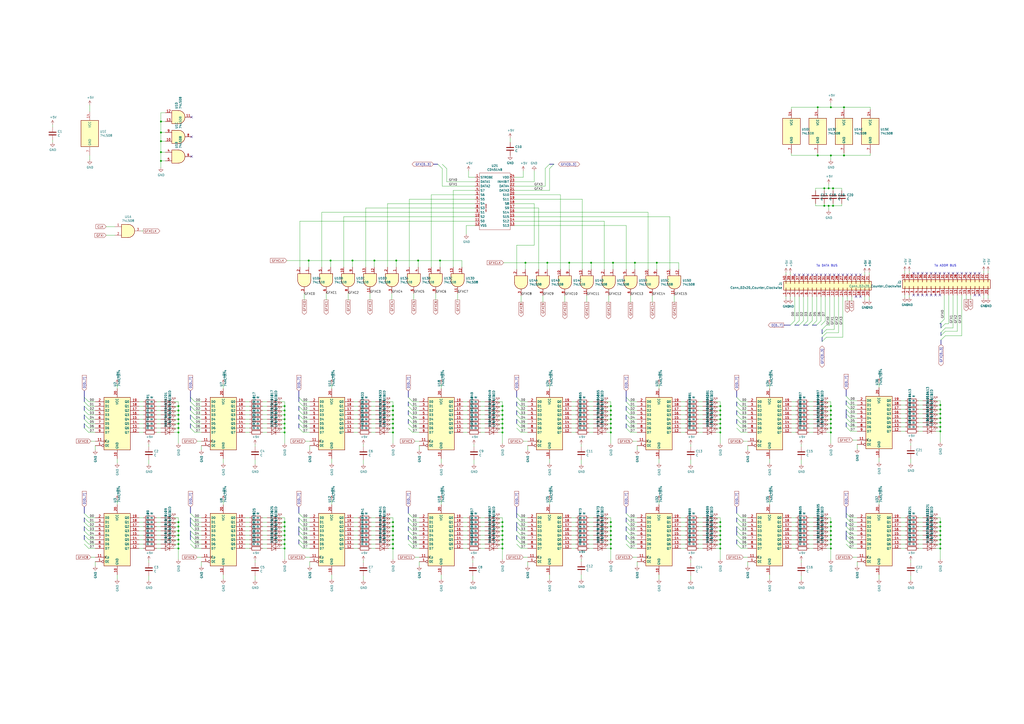
<source format=kicad_sch>
(kicad_sch (version 20200618) (host eeschema "(5.99.0-2101-geb1ff80d5)")
  (page 1 1)
  (paper "A2")
  (title_block (title "GFX Logic Module") (date "2020-10-12") (rev "2") (company "Wilhelm-Maybach-Schule-Heilbronn") (comment 1 "Leandro"))
  (junction (at 93.345 70.485))
  (junction (at 93.345 76.835))
  (junction (at 93.345 81.915))
  (junction (at 93.345 88.265))
  (junction (at 93.345 93.345))
  (junction (at 103.505 235.585))
  (junction (at 103.505 238.125))
  (junction (at 103.505 240.665))
  (junction (at 103.505 243.205))
  (junction (at 103.505 245.745))
  (junction (at 103.505 248.285))
  (junction (at 103.505 250.825))
  (junction (at 103.505 302.895))
  (junction (at 103.505 305.435))
  (junction (at 103.505 307.975))
  (junction (at 103.505 310.515))
  (junction (at 103.505 313.055))
  (junction (at 103.505 315.595))
  (junction (at 103.505 318.135))
  (junction (at 165.1 235.585))
  (junction (at 165.1 238.125))
  (junction (at 165.1 240.665))
  (junction (at 165.1 243.205))
  (junction (at 165.1 245.745))
  (junction (at 165.1 248.285))
  (junction (at 165.1 250.825))
  (junction (at 165.1 302.895))
  (junction (at 165.1 305.435))
  (junction (at 165.1 307.975))
  (junction (at 165.1 310.515))
  (junction (at 165.1 313.055))
  (junction (at 165.1 315.595))
  (junction (at 165.1 318.135))
  (junction (at 179.07 151.13))
  (junction (at 191.77 151.13))
  (junction (at 204.47 151.13))
  (junction (at 217.17 151.13))
  (junction (at 227.965 235.585))
  (junction (at 227.965 238.125))
  (junction (at 227.965 240.665))
  (junction (at 227.965 243.205))
  (junction (at 227.965 245.745))
  (junction (at 227.965 248.285))
  (junction (at 227.965 250.825))
  (junction (at 227.965 302.895))
  (junction (at 227.965 305.435))
  (junction (at 227.965 307.975))
  (junction (at 227.965 310.515))
  (junction (at 227.965 313.055))
  (junction (at 227.965 315.595))
  (junction (at 227.965 318.135))
  (junction (at 229.87 151.13))
  (junction (at 242.57 151.13))
  (junction (at 255.27 151.13))
  (junction (at 291.465 235.585))
  (junction (at 291.465 238.125))
  (junction (at 291.465 240.665))
  (junction (at 291.465 243.205))
  (junction (at 291.465 245.745))
  (junction (at 291.465 248.285))
  (junction (at 291.465 250.825))
  (junction (at 291.465 302.895))
  (junction (at 291.465 305.435))
  (junction (at 291.465 307.975))
  (junction (at 291.465 310.515))
  (junction (at 291.465 313.055))
  (junction (at 291.465 315.595))
  (junction (at 291.465 318.135))
  (junction (at 304.8 152.4))
  (junction (at 317.5 152.4))
  (junction (at 330.2 152.4))
  (junction (at 342.9 152.4))
  (junction (at 354.33 235.585))
  (junction (at 354.33 238.125))
  (junction (at 354.33 240.665))
  (junction (at 354.33 243.205))
  (junction (at 354.33 245.745))
  (junction (at 354.33 248.285))
  (junction (at 354.33 250.825))
  (junction (at 354.33 302.895))
  (junction (at 354.33 305.435))
  (junction (at 354.33 307.975))
  (junction (at 354.33 310.515))
  (junction (at 354.33 313.055))
  (junction (at 354.33 315.595))
  (junction (at 354.33 318.135))
  (junction (at 355.6 152.4))
  (junction (at 368.3 152.4))
  (junction (at 381 152.4))
  (junction (at 417.83 235.585))
  (junction (at 417.83 238.125))
  (junction (at 417.83 240.665))
  (junction (at 417.83 243.205))
  (junction (at 417.83 245.745))
  (junction (at 417.83 248.285))
  (junction (at 417.83 250.825))
  (junction (at 417.83 302.895))
  (junction (at 417.83 305.435))
  (junction (at 417.83 307.975))
  (junction (at 417.83 310.515))
  (junction (at 417.83 313.055))
  (junction (at 417.83 315.595))
  (junction (at 417.83 318.135))
  (junction (at 474.345 62.23))
  (junction (at 474.345 90.17))
  (junction (at 478.155 109.22))
  (junction (at 478.155 119.38))
  (junction (at 480.695 109.22))
  (junction (at 480.695 119.38))
  (junction (at 481.965 62.23))
  (junction (at 481.965 90.17))
  (junction (at 481.965 235.585))
  (junction (at 481.965 238.125))
  (junction (at 481.965 240.665))
  (junction (at 481.965 243.205))
  (junction (at 481.965 245.745))
  (junction (at 481.965 248.285))
  (junction (at 481.965 250.825))
  (junction (at 481.965 302.895))
  (junction (at 481.965 305.435))
  (junction (at 481.965 307.975))
  (junction (at 481.965 310.515))
  (junction (at 481.965 313.055))
  (junction (at 481.965 315.595))
  (junction (at 481.965 318.135))
  (junction (at 483.235 109.22))
  (junction (at 483.235 119.38))
  (junction (at 489.585 62.23))
  (junction (at 489.585 90.17))
  (junction (at 545.465 234.95))
  (junction (at 545.465 237.49))
  (junction (at 545.465 240.03))
  (junction (at 545.465 242.57))
  (junction (at 545.465 245.11))
  (junction (at 545.465 247.65))
  (junction (at 545.465 250.19))
  (junction (at 545.465 302.895))
  (junction (at 545.465 305.435))
  (junction (at 545.465 307.975))
  (junction (at 545.465 310.515))
  (junction (at 545.465 313.055))
  (junction (at 545.465 315.595))
  (junction (at 545.465 318.135))
  (no_connect (at 468.63 159.385))
  (no_connect (at 496.57 172.085))
  (no_connect (at 540.131 171.196))
  (no_connect (at 557.911 158.496))
  (no_connect (at 466.09 159.385))
  (no_connect (at 537.591 158.496))
  (no_connect (at 499.11 159.385))
  (no_connect (at 529.971 171.196))
  (no_connect (at 532.511 171.196))
  (no_connect (at 473.71 159.385))
  (no_connect (at 560.451 158.496))
  (no_connect (at 535.051 158.496))
  (no_connect (at 491.49 159.385))
  (no_connect (at 537.591 171.196))
  (no_connect (at 542.671 171.196))
  (no_connect (at 488.95 159.385))
  (no_connect (at 532.511 158.496))
  (no_connect (at 486.41 159.385))
  (no_connect (at 111.125 79.375))
  (no_connect (at 478.79 159.385))
  (no_connect (at 111.125 90.805))
  (no_connect (at 565.531 158.496))
  (no_connect (at 565.531 171.196))
  (no_connect (at 461.01 159.385))
  (no_connect (at 555.371 158.496))
  (no_connect (at 545.211 171.196))
  (no_connect (at 496.57 159.385))
  (no_connect (at 471.17 159.385))
  (no_connect (at 535.051 171.196))
  (no_connect (at 499.11 172.085))
  (no_connect (at 562.991 158.496))
  (no_connect (at 568.071 158.496))
  (no_connect (at 111.125 67.945))
  (no_connect (at 552.831 158.496))
  (no_connect (at 481.33 159.385))
  (no_connect (at 547.751 158.496))
  (no_connect (at 483.87 159.385))
  (no_connect (at 545.211 158.496))
  (no_connect (at 550.291 158.496))
  (no_connect (at 476.25 159.385))
  (no_connect (at 494.03 159.385))
  (no_connect (at 542.671 158.496))
  (no_connect (at 463.55 159.385))
  (no_connect (at 568.071 171.196))
  (no_connect (at 540.131 158.496))
  (no_connect (at 529.971 158.496))
  (bus_entry (at 48.895 230.505) (size 2.54 2.54) (stroke (width 0.1524)))
  (bus_entry (at 48.895 233.045) (size 2.54 2.54) (stroke (width 0.1524)))
  (bus_entry (at 48.895 235.585) (size 2.54 2.54) (stroke (width 0.1524)))
  (bus_entry (at 48.895 238.125) (size 2.54 2.54) (stroke (width 0.1524)))
  (bus_entry (at 48.895 240.665) (size 2.54 2.54) (stroke (width 0.1524)))
  (bus_entry (at 48.895 243.205) (size 2.54 2.54) (stroke (width 0.1524)))
  (bus_entry (at 48.895 245.745) (size 2.54 2.54) (stroke (width 0.1524)))
  (bus_entry (at 48.895 248.285) (size 2.54 2.54) (stroke (width 0.1524)))
  (bus_entry (at 48.895 297.815) (size 2.54 2.54) (stroke (width 0.1524)))
  (bus_entry (at 48.895 300.355) (size 2.54 2.54) (stroke (width 0.1524)))
  (bus_entry (at 48.895 302.895) (size 2.54 2.54) (stroke (width 0.1524)))
  (bus_entry (at 48.895 305.435) (size 2.54 2.54) (stroke (width 0.1524)))
  (bus_entry (at 48.895 307.975) (size 2.54 2.54) (stroke (width 0.1524)))
  (bus_entry (at 48.895 310.515) (size 2.54 2.54) (stroke (width 0.1524)))
  (bus_entry (at 48.895 313.055) (size 2.54 2.54) (stroke (width 0.1524)))
  (bus_entry (at 48.895 315.595) (size 2.54 2.54) (stroke (width 0.1524)))
  (bus_entry (at 110.49 230.505) (size 2.54 2.54) (stroke (width 0.1524)))
  (bus_entry (at 110.49 233.045) (size 2.54 2.54) (stroke (width 0.1524)))
  (bus_entry (at 110.49 235.585) (size 2.54 2.54) (stroke (width 0.1524)))
  (bus_entry (at 110.49 238.125) (size 2.54 2.54) (stroke (width 0.1524)))
  (bus_entry (at 110.49 240.665) (size 2.54 2.54) (stroke (width 0.1524)))
  (bus_entry (at 110.49 243.205) (size 2.54 2.54) (stroke (width 0.1524)))
  (bus_entry (at 110.49 245.745) (size 2.54 2.54) (stroke (width 0.1524)))
  (bus_entry (at 110.49 248.285) (size 2.54 2.54) (stroke (width 0.1524)))
  (bus_entry (at 110.49 297.815) (size 2.54 2.54) (stroke (width 0.1524)))
  (bus_entry (at 110.49 300.355) (size 2.54 2.54) (stroke (width 0.1524)))
  (bus_entry (at 110.49 302.895) (size 2.54 2.54) (stroke (width 0.1524)))
  (bus_entry (at 110.49 305.435) (size 2.54 2.54) (stroke (width 0.1524)))
  (bus_entry (at 110.49 307.975) (size 2.54 2.54) (stroke (width 0.1524)))
  (bus_entry (at 110.49 310.515) (size 2.54 2.54) (stroke (width 0.1524)))
  (bus_entry (at 110.49 313.055) (size 2.54 2.54) (stroke (width 0.1524)))
  (bus_entry (at 110.49 315.595) (size 2.54 2.54) (stroke (width 0.1524)))
  (bus_entry (at 173.355 230.505) (size 2.54 2.54) (stroke (width 0.1524)))
  (bus_entry (at 173.355 233.045) (size 2.54 2.54) (stroke (width 0.1524)))
  (bus_entry (at 173.355 235.585) (size 2.54 2.54) (stroke (width 0.1524)))
  (bus_entry (at 173.355 238.125) (size 2.54 2.54) (stroke (width 0.1524)))
  (bus_entry (at 173.355 240.665) (size 2.54 2.54) (stroke (width 0.1524)))
  (bus_entry (at 173.355 243.205) (size 2.54 2.54) (stroke (width 0.1524)))
  (bus_entry (at 173.355 245.745) (size 2.54 2.54) (stroke (width 0.1524)))
  (bus_entry (at 173.355 248.285) (size 2.54 2.54) (stroke (width 0.1524)))
  (bus_entry (at 173.355 297.815) (size 2.54 2.54) (stroke (width 0.1524)))
  (bus_entry (at 173.355 300.355) (size 2.54 2.54) (stroke (width 0.1524)))
  (bus_entry (at 173.355 302.895) (size 2.54 2.54) (stroke (width 0.1524)))
  (bus_entry (at 173.355 305.435) (size 2.54 2.54) (stroke (width 0.1524)))
  (bus_entry (at 173.355 307.975) (size 2.54 2.54) (stroke (width 0.1524)))
  (bus_entry (at 173.355 310.515) (size 2.54 2.54) (stroke (width 0.1524)))
  (bus_entry (at 173.355 313.055) (size 2.54 2.54) (stroke (width 0.1524)))
  (bus_entry (at 173.355 315.595) (size 2.54 2.54) (stroke (width 0.1524)))
  (bus_entry (at 236.855 230.505) (size 2.54 2.54) (stroke (width 0.1524)))
  (bus_entry (at 236.855 233.045) (size 2.54 2.54) (stroke (width 0.1524)))
  (bus_entry (at 236.855 235.585) (size 2.54 2.54) (stroke (width 0.1524)))
  (bus_entry (at 236.855 238.125) (size 2.54 2.54) (stroke (width 0.1524)))
  (bus_entry (at 236.855 240.665) (size 2.54 2.54) (stroke (width 0.1524)))
  (bus_entry (at 236.855 243.205) (size 2.54 2.54) (stroke (width 0.1524)))
  (bus_entry (at 236.855 245.745) (size 2.54 2.54) (stroke (width 0.1524)))
  (bus_entry (at 236.855 248.285) (size 2.54 2.54) (stroke (width 0.1524)))
  (bus_entry (at 236.855 297.815) (size 2.54 2.54) (stroke (width 0.1524)))
  (bus_entry (at 236.855 300.355) (size 2.54 2.54) (stroke (width 0.1524)))
  (bus_entry (at 236.855 302.895) (size 2.54 2.54) (stroke (width 0.1524)))
  (bus_entry (at 236.855 305.435) (size 2.54 2.54) (stroke (width 0.1524)))
  (bus_entry (at 236.855 307.975) (size 2.54 2.54) (stroke (width 0.1524)))
  (bus_entry (at 236.855 310.515) (size 2.54 2.54) (stroke (width 0.1524)))
  (bus_entry (at 236.855 313.055) (size 2.54 2.54) (stroke (width 0.1524)))
  (bus_entry (at 236.855 315.595) (size 2.54 2.54) (stroke (width 0.1524)))
  (bus_entry (at 254 95.25) (size 2.54 2.54) (stroke (width 0.1524)))
  (bus_entry (at 256.54 95.25) (size 2.54 2.54) (stroke (width 0.1524)))
  (bus_entry (at 299.72 230.505) (size 2.54 2.54) (stroke (width 0.1524)))
  (bus_entry (at 299.72 233.045) (size 2.54 2.54) (stroke (width 0.1524)))
  (bus_entry (at 299.72 235.585) (size 2.54 2.54) (stroke (width 0.1524)))
  (bus_entry (at 299.72 238.125) (size 2.54 2.54) (stroke (width 0.1524)))
  (bus_entry (at 299.72 240.665) (size 2.54 2.54) (stroke (width 0.1524)))
  (bus_entry (at 299.72 243.205) (size 2.54 2.54) (stroke (width 0.1524)))
  (bus_entry (at 299.72 245.745) (size 2.54 2.54) (stroke (width 0.1524)))
  (bus_entry (at 299.72 248.285) (size 2.54 2.54) (stroke (width 0.1524)))
  (bus_entry (at 299.72 297.815) (size 2.54 2.54) (stroke (width 0.1524)))
  (bus_entry (at 299.72 300.355) (size 2.54 2.54) (stroke (width 0.1524)))
  (bus_entry (at 299.72 302.895) (size 2.54 2.54) (stroke (width 0.1524)))
  (bus_entry (at 299.72 305.435) (size 2.54 2.54) (stroke (width 0.1524)))
  (bus_entry (at 299.72 307.975) (size 2.54 2.54) (stroke (width 0.1524)))
  (bus_entry (at 299.72 310.515) (size 2.54 2.54) (stroke (width 0.1524)))
  (bus_entry (at 299.72 313.055) (size 2.54 2.54) (stroke (width 0.1524)))
  (bus_entry (at 299.72 315.595) (size 2.54 2.54) (stroke (width 0.1524)))
  (bus_entry (at 316.23 97.79) (size 2.54 -2.54) (stroke (width 0.1524)))
  (bus_entry (at 321.31 95.25) (size -2.54 2.54) (stroke (width 0.1524)))
  (bus_entry (at 363.22 230.505) (size 2.54 2.54) (stroke (width 0.1524)))
  (bus_entry (at 363.22 233.045) (size 2.54 2.54) (stroke (width 0.1524)))
  (bus_entry (at 363.22 235.585) (size 2.54 2.54) (stroke (width 0.1524)))
  (bus_entry (at 363.22 238.125) (size 2.54 2.54) (stroke (width 0.1524)))
  (bus_entry (at 363.22 240.665) (size 2.54 2.54) (stroke (width 0.1524)))
  (bus_entry (at 363.22 243.205) (size 2.54 2.54) (stroke (width 0.1524)))
  (bus_entry (at 363.22 245.745) (size 2.54 2.54) (stroke (width 0.1524)))
  (bus_entry (at 363.22 248.285) (size 2.54 2.54) (stroke (width 0.1524)))
  (bus_entry (at 363.22 297.815) (size 2.54 2.54) (stroke (width 0.1524)))
  (bus_entry (at 363.22 300.355) (size 2.54 2.54) (stroke (width 0.1524)))
  (bus_entry (at 363.22 302.895) (size 2.54 2.54) (stroke (width 0.1524)))
  (bus_entry (at 363.22 305.435) (size 2.54 2.54) (stroke (width 0.1524)))
  (bus_entry (at 363.22 307.975) (size 2.54 2.54) (stroke (width 0.1524)))
  (bus_entry (at 363.22 310.515) (size 2.54 2.54) (stroke (width 0.1524)))
  (bus_entry (at 363.22 313.055) (size 2.54 2.54) (stroke (width 0.1524)))
  (bus_entry (at 363.22 315.595) (size 2.54 2.54) (stroke (width 0.1524)))
  (bus_entry (at 427.355 230.505) (size 2.54 2.54) (stroke (width 0.1524)))
  (bus_entry (at 427.355 233.045) (size 2.54 2.54) (stroke (width 0.1524)))
  (bus_entry (at 427.355 235.585) (size 2.54 2.54) (stroke (width 0.1524)))
  (bus_entry (at 427.355 238.125) (size 2.54 2.54) (stroke (width 0.1524)))
  (bus_entry (at 427.355 240.665) (size 2.54 2.54) (stroke (width 0.1524)))
  (bus_entry (at 427.355 243.205) (size 2.54 2.54) (stroke (width 0.1524)))
  (bus_entry (at 427.355 245.745) (size 2.54 2.54) (stroke (width 0.1524)))
  (bus_entry (at 427.355 248.285) (size 2.54 2.54) (stroke (width 0.1524)))
  (bus_entry (at 427.355 297.815) (size 2.54 2.54) (stroke (width 0.1524)))
  (bus_entry (at 427.355 300.355) (size 2.54 2.54) (stroke (width 0.1524)))
  (bus_entry (at 427.355 302.895) (size 2.54 2.54) (stroke (width 0.1524)))
  (bus_entry (at 427.355 305.435) (size 2.54 2.54) (stroke (width 0.1524)))
  (bus_entry (at 427.355 307.975) (size 2.54 2.54) (stroke (width 0.1524)))
  (bus_entry (at 427.355 310.515) (size 2.54 2.54) (stroke (width 0.1524)))
  (bus_entry (at 427.355 313.055) (size 2.54 2.54) (stroke (width 0.1524)))
  (bus_entry (at 427.355 315.595) (size 2.54 2.54) (stroke (width 0.1524)))
  (bus_entry (at 458.47 188.595) (size 2.54 -2.54) (stroke (width 0.1524)))
  (bus_entry (at 461.01 188.595) (size 2.54 -2.54) (stroke (width 0.1524)))
  (bus_entry (at 463.55 188.595) (size 2.54 -2.54) (stroke (width 0.1524)))
  (bus_entry (at 466.09 188.595) (size 2.54 -2.54) (stroke (width 0.1524)))
  (bus_entry (at 468.63 188.595) (size 2.54 -2.54) (stroke (width 0.1524)))
  (bus_entry (at 471.17 188.595) (size 2.54 -2.54) (stroke (width 0.1524)))
  (bus_entry (at 473.71 188.595) (size 2.54 -2.54) (stroke (width 0.1524)))
  (bus_entry (at 476.25 188.595) (size 2.54 -2.54) (stroke (width 0.1524)))
  (bus_entry (at 476.885 191.135) (size 2.54 -2.54) (stroke (width 0.1524)))
  (bus_entry (at 476.885 193.675) (size 2.54 -2.54) (stroke (width 0.1524)))
  (bus_entry (at 476.885 195.58) (size 2.54 -2.54) (stroke (width 0.1524)))
  (bus_entry (at 476.885 198.12) (size 2.54 -2.54) (stroke (width 0.1524)))
  (bus_entry (at 490.855 229.87) (size 2.54 2.54) (stroke (width 0.1524)))
  (bus_entry (at 490.855 232.41) (size 2.54 2.54) (stroke (width 0.1524)))
  (bus_entry (at 490.855 234.95) (size 2.54 2.54) (stroke (width 0.1524)))
  (bus_entry (at 490.855 237.49) (size 2.54 2.54) (stroke (width 0.1524)))
  (bus_entry (at 490.855 240.03) (size 2.54 2.54) (stroke (width 0.1524)))
  (bus_entry (at 490.855 242.57) (size 2.54 2.54) (stroke (width 0.1524)))
  (bus_entry (at 490.855 245.11) (size 2.54 2.54) (stroke (width 0.1524)))
  (bus_entry (at 490.855 247.65) (size 2.54 2.54) (stroke (width 0.1524)))
  (bus_entry (at 490.855 297.815) (size 2.54 2.54) (stroke (width 0.1524)))
  (bus_entry (at 490.855 300.355) (size 2.54 2.54) (stroke (width 0.1524)))
  (bus_entry (at 490.855 302.895) (size 2.54 2.54) (stroke (width 0.1524)))
  (bus_entry (at 490.855 305.435) (size 2.54 2.54) (stroke (width 0.1524)))
  (bus_entry (at 490.855 307.975) (size 2.54 2.54) (stroke (width 0.1524)))
  (bus_entry (at 490.855 310.515) (size 2.54 2.54) (stroke (width 0.1524)))
  (bus_entry (at 490.855 313.055) (size 2.54 2.54) (stroke (width 0.1524)))
  (bus_entry (at 490.855 315.595) (size 2.54 2.54) (stroke (width 0.1524)))
  (bus_entry (at 545.211 187.706) (size 2.54 -2.54) (stroke (width 0.1524)))
  (bus_entry (at 545.846 190.246) (size 2.54 -2.54) (stroke (width 0.1524)))
  (bus_entry (at 545.846 192.786) (size 2.54 -2.54) (stroke (width 0.1524)))
  (bus_entry (at 545.846 194.691) (size 2.54 -2.54) (stroke (width 0.1524)))
  (bus_entry (at 545.846 197.231) (size 2.54 -2.54) (stroke (width 0.1524)))
  (wire (pts (xy 30.48 73.66) (xy 30.48 72.39)))
  (wire (pts (xy 30.48 81.28) (xy 30.48 82.55)))
  (wire (pts (xy 51.435 233.045) (xy 55.245 233.045)))
  (wire (pts (xy 51.435 235.585) (xy 55.245 235.585)))
  (wire (pts (xy 51.435 238.125) (xy 55.245 238.125)))
  (wire (pts (xy 51.435 240.665) (xy 55.245 240.665)))
  (wire (pts (xy 51.435 243.205) (xy 55.245 243.205)))
  (wire (pts (xy 51.435 245.745) (xy 55.245 245.745)))
  (wire (pts (xy 51.435 248.285) (xy 55.245 248.285)))
  (wire (pts (xy 51.435 250.825) (xy 55.245 250.825)))
  (wire (pts (xy 51.435 300.355) (xy 55.245 300.355)))
  (wire (pts (xy 51.435 302.895) (xy 55.245 302.895)))
  (wire (pts (xy 51.435 305.435) (xy 55.245 305.435)))
  (wire (pts (xy 51.435 307.975) (xy 55.245 307.975)))
  (wire (pts (xy 51.435 310.515) (xy 55.245 310.515)))
  (wire (pts (xy 51.435 313.055) (xy 55.245 313.055)))
  (wire (pts (xy 51.435 315.595) (xy 55.245 315.595)))
  (wire (pts (xy 51.435 318.135) (xy 55.245 318.135)))
  (wire (pts (xy 52.07 60.96) (xy 52.07 64.77)))
  (wire (pts (xy 52.07 90.17) (xy 52.07 92.71)))
  (wire (pts (xy 55.245 255.905) (xy 52.705 255.905)))
  (wire (pts (xy 55.245 258.445) (xy 55.245 260.985)))
  (wire (pts (xy 55.245 323.215) (xy 52.705 323.215)))
  (wire (pts (xy 55.245 325.755) (xy 55.245 328.295)))
  (wire (pts (xy 61.595 131.445) (xy 66.675 131.445)))
  (wire (pts (xy 66.675 136.525) (xy 61.595 136.525)))
  (wire (pts (xy 67.945 225.425) (xy 67.945 222.885)))
  (wire (pts (xy 67.945 266.065) (xy 67.945 268.605)))
  (wire (pts (xy 67.945 292.735) (xy 67.945 290.195)))
  (wire (pts (xy 67.945 333.375) (xy 67.945 335.915)))
  (wire (pts (xy 80.645 233.045) (xy 83.185 233.045)))
  (wire (pts (xy 80.645 235.585) (xy 83.185 235.585)))
  (wire (pts (xy 80.645 238.125) (xy 83.185 238.125)))
  (wire (pts (xy 80.645 240.665) (xy 83.185 240.665)))
  (wire (pts (xy 80.645 243.205) (xy 83.185 243.205)))
  (wire (pts (xy 80.645 245.745) (xy 83.185 245.745)))
  (wire (pts (xy 80.645 248.285) (xy 83.185 248.285)))
  (wire (pts (xy 80.645 250.825) (xy 83.185 250.825)))
  (wire (pts (xy 80.645 300.355) (xy 83.185 300.355)))
  (wire (pts (xy 80.645 302.895) (xy 83.185 302.895)))
  (wire (pts (xy 80.645 305.435) (xy 83.185 305.435)))
  (wire (pts (xy 80.645 307.975) (xy 83.185 307.975)))
  (wire (pts (xy 80.645 310.515) (xy 83.185 310.515)))
  (wire (pts (xy 80.645 313.055) (xy 83.185 313.055)))
  (wire (pts (xy 80.645 315.595) (xy 83.185 315.595)))
  (wire (pts (xy 80.645 318.135) (xy 83.185 318.135)))
  (wire (pts (xy 81.915 133.985) (xy 83.185 133.985)))
  (wire (pts (xy 86.36 259.08) (xy 86.36 257.81)))
  (wire (pts (xy 86.36 266.7) (xy 86.36 269.24)))
  (wire (pts (xy 86.36 326.39) (xy 86.36 325.12)))
  (wire (pts (xy 86.36 334.01) (xy 86.36 336.55)))
  (wire (pts (xy 90.805 233.045) (xy 93.345 233.045)))
  (wire (pts (xy 90.805 235.585) (xy 93.345 235.585)))
  (wire (pts (xy 90.805 238.125) (xy 93.345 238.125)))
  (wire (pts (xy 90.805 240.665) (xy 93.345 240.665)))
  (wire (pts (xy 90.805 243.205) (xy 93.345 243.205)))
  (wire (pts (xy 90.805 245.745) (xy 93.345 245.745)))
  (wire (pts (xy 90.805 248.285) (xy 93.345 248.285)))
  (wire (pts (xy 90.805 250.825) (xy 93.345 250.825)))
  (wire (pts (xy 90.805 300.355) (xy 93.345 300.355)))
  (wire (pts (xy 90.805 302.895) (xy 93.345 302.895)))
  (wire (pts (xy 90.805 305.435) (xy 93.345 305.435)))
  (wire (pts (xy 90.805 307.975) (xy 93.345 307.975)))
  (wire (pts (xy 90.805 310.515) (xy 93.345 310.515)))
  (wire (pts (xy 90.805 313.055) (xy 93.345 313.055)))
  (wire (pts (xy 90.805 315.595) (xy 93.345 315.595)))
  (wire (pts (xy 90.805 318.135) (xy 93.345 318.135)))
  (wire (pts (xy 93.345 65.405) (xy 93.345 70.485)))
  (wire (pts (xy 93.345 70.485) (xy 93.345 76.835)))
  (wire (pts (xy 93.345 76.835) (xy 93.345 81.915)))
  (wire (pts (xy 93.345 81.915) (xy 93.345 88.265)))
  (wire (pts (xy 93.345 88.265) (xy 93.345 93.345)))
  (wire (pts (xy 93.345 93.345) (xy 93.345 97.155)))
  (wire (pts (xy 95.885 65.405) (xy 93.345 65.405)))
  (wire (pts (xy 95.885 70.485) (xy 93.345 70.485)))
  (wire (pts (xy 95.885 76.835) (xy 93.345 76.835)))
  (wire (pts (xy 95.885 81.915) (xy 93.345 81.915)))
  (wire (pts (xy 95.885 88.265) (xy 93.345 88.265)))
  (wire (pts (xy 95.885 93.345) (xy 93.345 93.345)))
  (wire (pts (xy 100.965 235.585) (xy 103.505 235.585)))
  (wire (pts (xy 100.965 238.125) (xy 103.505 238.125)))
  (wire (pts (xy 100.965 240.665) (xy 103.505 240.665)))
  (wire (pts (xy 100.965 243.205) (xy 103.505 243.205)))
  (wire (pts (xy 100.965 245.745) (xy 103.505 245.745)))
  (wire (pts (xy 100.965 250.825) (xy 103.505 250.825)))
  (wire (pts (xy 100.965 302.895) (xy 103.505 302.895)))
  (wire (pts (xy 100.965 305.435) (xy 103.505 305.435)))
  (wire (pts (xy 100.965 307.975) (xy 103.505 307.975)))
  (wire (pts (xy 100.965 310.515) (xy 103.505 310.515)))
  (wire (pts (xy 100.965 313.055) (xy 103.505 313.055)))
  (wire (pts (xy 100.965 318.135) (xy 103.505 318.135)))
  (wire (pts (xy 103.505 233.045) (xy 100.965 233.045)))
  (wire (pts (xy 103.505 235.585) (xy 103.505 233.045)))
  (wire (pts (xy 103.505 238.125) (xy 103.505 235.585)))
  (wire (pts (xy 103.505 240.665) (xy 103.505 238.125)))
  (wire (pts (xy 103.505 243.205) (xy 103.505 240.665)))
  (wire (pts (xy 103.505 245.745) (xy 103.505 243.205)))
  (wire (pts (xy 103.505 248.285) (xy 100.965 248.285)))
  (wire (pts (xy 103.505 248.285) (xy 103.505 245.745)))
  (wire (pts (xy 103.505 250.825) (xy 103.505 248.285)))
  (wire (pts (xy 103.505 250.825) (xy 103.505 257.175)))
  (wire (pts (xy 103.505 300.355) (xy 100.965 300.355)))
  (wire (pts (xy 103.505 302.895) (xy 103.505 300.355)))
  (wire (pts (xy 103.505 305.435) (xy 103.505 302.895)))
  (wire (pts (xy 103.505 307.975) (xy 103.505 305.435)))
  (wire (pts (xy 103.505 310.515) (xy 103.505 307.975)))
  (wire (pts (xy 103.505 313.055) (xy 103.505 310.515)))
  (wire (pts (xy 103.505 315.595) (xy 100.965 315.595)))
  (wire (pts (xy 103.505 315.595) (xy 103.505 313.055)))
  (wire (pts (xy 103.505 318.135) (xy 103.505 315.595)))
  (wire (pts (xy 103.505 318.135) (xy 103.505 324.485)))
  (wire (pts (xy 113.03 233.045) (xy 116.84 233.045)))
  (wire (pts (xy 113.03 235.585) (xy 116.84 235.585)))
  (wire (pts (xy 113.03 238.125) (xy 116.84 238.125)))
  (wire (pts (xy 113.03 240.665) (xy 116.84 240.665)))
  (wire (pts (xy 113.03 243.205) (xy 116.84 243.205)))
  (wire (pts (xy 113.03 245.745) (xy 116.84 245.745)))
  (wire (pts (xy 113.03 248.285) (xy 116.84 248.285)))
  (wire (pts (xy 113.03 250.825) (xy 116.84 250.825)))
  (wire (pts (xy 113.03 300.355) (xy 116.84 300.355)))
  (wire (pts (xy 113.03 302.895) (xy 116.84 302.895)))
  (wire (pts (xy 113.03 305.435) (xy 116.84 305.435)))
  (wire (pts (xy 113.03 307.975) (xy 116.84 307.975)))
  (wire (pts (xy 113.03 310.515) (xy 116.84 310.515)))
  (wire (pts (xy 113.03 313.055) (xy 116.84 313.055)))
  (wire (pts (xy 113.03 315.595) (xy 116.84 315.595)))
  (wire (pts (xy 113.03 318.135) (xy 116.84 318.135)))
  (wire (pts (xy 116.84 255.905) (xy 114.3 255.905)))
  (wire (pts (xy 116.84 258.445) (xy 116.84 260.985)))
  (wire (pts (xy 116.84 323.215) (xy 114.3 323.215)))
  (wire (pts (xy 116.84 325.755) (xy 116.84 328.295)))
  (wire (pts (xy 129.54 225.425) (xy 129.54 222.885)))
  (wire (pts (xy 129.54 266.065) (xy 129.54 268.605)))
  (wire (pts (xy 129.54 292.735) (xy 129.54 290.195)))
  (wire (pts (xy 129.54 333.375) (xy 129.54 335.915)))
  (wire (pts (xy 142.24 233.045) (xy 144.78 233.045)))
  (wire (pts (xy 142.24 235.585) (xy 144.78 235.585)))
  (wire (pts (xy 142.24 238.125) (xy 144.78 238.125)))
  (wire (pts (xy 142.24 240.665) (xy 144.78 240.665)))
  (wire (pts (xy 142.24 243.205) (xy 144.78 243.205)))
  (wire (pts (xy 142.24 245.745) (xy 144.78 245.745)))
  (wire (pts (xy 142.24 248.285) (xy 144.78 248.285)))
  (wire (pts (xy 142.24 250.825) (xy 144.78 250.825)))
  (wire (pts (xy 142.24 300.355) (xy 144.78 300.355)))
  (wire (pts (xy 142.24 302.895) (xy 144.78 302.895)))
  (wire (pts (xy 142.24 305.435) (xy 144.78 305.435)))
  (wire (pts (xy 142.24 307.975) (xy 144.78 307.975)))
  (wire (pts (xy 142.24 310.515) (xy 144.78 310.515)))
  (wire (pts (xy 142.24 313.055) (xy 144.78 313.055)))
  (wire (pts (xy 142.24 315.595) (xy 144.78 315.595)))
  (wire (pts (xy 142.24 318.135) (xy 144.78 318.135)))
  (wire (pts (xy 147.955 259.08) (xy 147.955 257.81)))
  (wire (pts (xy 147.955 266.7) (xy 147.955 269.24)))
  (wire (pts (xy 147.955 326.39) (xy 147.955 325.12)))
  (wire (pts (xy 147.955 334.01) (xy 147.955 336.55)))
  (wire (pts (xy 152.4 233.045) (xy 154.94 233.045)))
  (wire (pts (xy 152.4 235.585) (xy 154.94 235.585)))
  (wire (pts (xy 152.4 238.125) (xy 154.94 238.125)))
  (wire (pts (xy 152.4 240.665) (xy 154.94 240.665)))
  (wire (pts (xy 152.4 243.205) (xy 154.94 243.205)))
  (wire (pts (xy 152.4 245.745) (xy 154.94 245.745)))
  (wire (pts (xy 152.4 248.285) (xy 154.94 248.285)))
  (wire (pts (xy 152.4 250.825) (xy 154.94 250.825)))
  (wire (pts (xy 152.4 300.355) (xy 154.94 300.355)))
  (wire (pts (xy 152.4 302.895) (xy 154.94 302.895)))
  (wire (pts (xy 152.4 305.435) (xy 154.94 305.435)))
  (wire (pts (xy 152.4 307.975) (xy 154.94 307.975)))
  (wire (pts (xy 152.4 310.515) (xy 154.94 310.515)))
  (wire (pts (xy 152.4 313.055) (xy 154.94 313.055)))
  (wire (pts (xy 152.4 315.595) (xy 154.94 315.595)))
  (wire (pts (xy 152.4 318.135) (xy 154.94 318.135)))
  (wire (pts (xy 162.56 235.585) (xy 165.1 235.585)))
  (wire (pts (xy 162.56 238.125) (xy 165.1 238.125)))
  (wire (pts (xy 162.56 240.665) (xy 165.1 240.665)))
  (wire (pts (xy 162.56 243.205) (xy 165.1 243.205)))
  (wire (pts (xy 162.56 245.745) (xy 165.1 245.745)))
  (wire (pts (xy 162.56 250.825) (xy 165.1 250.825)))
  (wire (pts (xy 162.56 302.895) (xy 165.1 302.895)))
  (wire (pts (xy 162.56 305.435) (xy 165.1 305.435)))
  (wire (pts (xy 162.56 307.975) (xy 165.1 307.975)))
  (wire (pts (xy 162.56 310.515) (xy 165.1 310.515)))
  (wire (pts (xy 162.56 313.055) (xy 165.1 313.055)))
  (wire (pts (xy 162.56 318.135) (xy 165.1 318.135)))
  (wire (pts (xy 165.1 233.045) (xy 162.56 233.045)))
  (wire (pts (xy 165.1 235.585) (xy 165.1 233.045)))
  (wire (pts (xy 165.1 238.125) (xy 165.1 235.585)))
  (wire (pts (xy 165.1 240.665) (xy 165.1 238.125)))
  (wire (pts (xy 165.1 243.205) (xy 165.1 240.665)))
  (wire (pts (xy 165.1 245.745) (xy 165.1 243.205)))
  (wire (pts (xy 165.1 248.285) (xy 162.56 248.285)))
  (wire (pts (xy 165.1 248.285) (xy 165.1 245.745)))
  (wire (pts (xy 165.1 250.825) (xy 165.1 248.285)))
  (wire (pts (xy 165.1 250.825) (xy 165.1 257.175)))
  (wire (pts (xy 165.1 300.355) (xy 162.56 300.355)))
  (wire (pts (xy 165.1 302.895) (xy 165.1 300.355)))
  (wire (pts (xy 165.1 305.435) (xy 165.1 302.895)))
  (wire (pts (xy 165.1 307.975) (xy 165.1 305.435)))
  (wire (pts (xy 165.1 310.515) (xy 165.1 307.975)))
  (wire (pts (xy 165.1 313.055) (xy 165.1 310.515)))
  (wire (pts (xy 165.1 315.595) (xy 162.56 315.595)))
  (wire (pts (xy 165.1 315.595) (xy 165.1 313.055)))
  (wire (pts (xy 165.1 318.135) (xy 165.1 315.595)))
  (wire (pts (xy 165.1 318.135) (xy 165.1 324.485)))
  (wire (pts (xy 173.99 128.27) (xy 173.99 154.94)))
  (wire (pts (xy 175.895 233.045) (xy 179.705 233.045)))
  (wire (pts (xy 175.895 235.585) (xy 179.705 235.585)))
  (wire (pts (xy 175.895 238.125) (xy 179.705 238.125)))
  (wire (pts (xy 175.895 240.665) (xy 179.705 240.665)))
  (wire (pts (xy 175.895 243.205) (xy 179.705 243.205)))
  (wire (pts (xy 175.895 245.745) (xy 179.705 245.745)))
  (wire (pts (xy 175.895 248.285) (xy 179.705 248.285)))
  (wire (pts (xy 175.895 250.825) (xy 179.705 250.825)))
  (wire (pts (xy 175.895 300.355) (xy 179.705 300.355)))
  (wire (pts (xy 175.895 302.895) (xy 179.705 302.895)))
  (wire (pts (xy 175.895 305.435) (xy 179.705 305.435)))
  (wire (pts (xy 175.895 307.975) (xy 179.705 307.975)))
  (wire (pts (xy 175.895 310.515) (xy 179.705 310.515)))
  (wire (pts (xy 175.895 313.055) (xy 179.705 313.055)))
  (wire (pts (xy 175.895 315.595) (xy 179.705 315.595)))
  (wire (pts (xy 175.895 318.135) (xy 179.705 318.135)))
  (wire (pts (xy 176.53 170.18) (xy 176.53 173.99)))
  (wire (pts (xy 179.07 151.13) (xy 166.37 151.13)))
  (wire (pts (xy 179.07 151.13) (xy 191.77 151.13)))
  (wire (pts (xy 179.07 154.94) (xy 179.07 151.13)))
  (wire (pts (xy 179.705 255.905) (xy 177.165 255.905)))
  (wire (pts (xy 179.705 258.445) (xy 179.705 260.985)))
  (wire (pts (xy 179.705 323.215) (xy 177.165 323.215)))
  (wire (pts (xy 179.705 325.755) (xy 179.705 328.295)))
  (wire (pts (xy 186.69 123.19) (xy 186.69 154.94)))
  (wire (pts (xy 189.23 170.18) (xy 189.23 173.99)))
  (wire (pts (xy 191.77 151.13) (xy 191.77 154.94)))
  (wire (pts (xy 192.405 225.425) (xy 192.405 222.885)))
  (wire (pts (xy 192.405 266.065) (xy 192.405 268.605)))
  (wire (pts (xy 192.405 292.735) (xy 192.405 290.195)))
  (wire (pts (xy 192.405 333.375) (xy 192.405 335.915)))
  (wire (pts (xy 199.39 125.73) (xy 199.39 154.94)))
  (wire (pts (xy 201.93 170.18) (xy 201.93 173.99)))
  (wire (pts (xy 204.47 151.13) (xy 191.77 151.13)))
  (wire (pts (xy 204.47 151.13) (xy 217.17 151.13)))
  (wire (pts (xy 204.47 154.94) (xy 204.47 151.13)))
  (wire (pts (xy 205.105 233.045) (xy 207.645 233.045)))
  (wire (pts (xy 205.105 235.585) (xy 207.645 235.585)))
  (wire (pts (xy 205.105 238.125) (xy 207.645 238.125)))
  (wire (pts (xy 205.105 240.665) (xy 207.645 240.665)))
  (wire (pts (xy 205.105 243.205) (xy 207.645 243.205)))
  (wire (pts (xy 205.105 245.745) (xy 207.645 245.745)))
  (wire (pts (xy 205.105 248.285) (xy 207.645 248.285)))
  (wire (pts (xy 205.105 250.825) (xy 207.645 250.825)))
  (wire (pts (xy 205.105 300.355) (xy 207.645 300.355)))
  (wire (pts (xy 205.105 302.895) (xy 207.645 302.895)))
  (wire (pts (xy 205.105 305.435) (xy 207.645 305.435)))
  (wire (pts (xy 205.105 307.975) (xy 207.645 307.975)))
  (wire (pts (xy 205.105 310.515) (xy 207.645 310.515)))
  (wire (pts (xy 205.105 313.055) (xy 207.645 313.055)))
  (wire (pts (xy 205.105 315.595) (xy 207.645 315.595)))
  (wire (pts (xy 205.105 318.135) (xy 207.645 318.135)))
  (wire (pts (xy 210.82 259.08) (xy 210.82 257.81)))
  (wire (pts (xy 210.82 266.7) (xy 210.82 269.24)))
  (wire (pts (xy 210.82 326.39) (xy 210.82 325.12)))
  (wire (pts (xy 210.82 334.01) (xy 210.82 336.55)))
  (wire (pts (xy 212.09 120.65) (xy 275.59 120.65)))
  (wire (pts (xy 212.09 154.94) (xy 212.09 120.65)))
  (wire (pts (xy 214.63 170.18) (xy 214.63 173.99)))
  (wire (pts (xy 215.265 233.045) (xy 217.805 233.045)))
  (wire (pts (xy 215.265 235.585) (xy 217.805 235.585)))
  (wire (pts (xy 215.265 238.125) (xy 217.805 238.125)))
  (wire (pts (xy 215.265 240.665) (xy 217.805 240.665)))
  (wire (pts (xy 215.265 243.205) (xy 217.805 243.205)))
  (wire (pts (xy 215.265 245.745) (xy 217.805 245.745)))
  (wire (pts (xy 215.265 248.285) (xy 217.805 248.285)))
  (wire (pts (xy 215.265 250.825) (xy 217.805 250.825)))
  (wire (pts (xy 215.265 300.355) (xy 217.805 300.355)))
  (wire (pts (xy 215.265 302.895) (xy 217.805 302.895)))
  (wire (pts (xy 215.265 305.435) (xy 217.805 305.435)))
  (wire (pts (xy 215.265 307.975) (xy 217.805 307.975)))
  (wire (pts (xy 215.265 310.515) (xy 217.805 310.515)))
  (wire (pts (xy 215.265 313.055) (xy 217.805 313.055)))
  (wire (pts (xy 215.265 315.595) (xy 217.805 315.595)))
  (wire (pts (xy 215.265 318.135) (xy 217.805 318.135)))
  (wire (pts (xy 217.17 151.13) (xy 217.17 154.94)))
  (wire (pts (xy 217.17 151.13) (xy 229.87 151.13)))
  (wire (pts (xy 224.79 118.11) (xy 275.59 118.11)))
  (wire (pts (xy 224.79 154.94) (xy 224.79 118.11)))
  (wire (pts (xy 225.425 235.585) (xy 227.965 235.585)))
  (wire (pts (xy 225.425 238.125) (xy 227.965 238.125)))
  (wire (pts (xy 225.425 240.665) (xy 227.965 240.665)))
  (wire (pts (xy 225.425 243.205) (xy 227.965 243.205)))
  (wire (pts (xy 225.425 245.745) (xy 227.965 245.745)))
  (wire (pts (xy 225.425 250.825) (xy 227.965 250.825)))
  (wire (pts (xy 225.425 302.895) (xy 227.965 302.895)))
  (wire (pts (xy 225.425 305.435) (xy 227.965 305.435)))
  (wire (pts (xy 225.425 307.975) (xy 227.965 307.975)))
  (wire (pts (xy 225.425 310.515) (xy 227.965 310.515)))
  (wire (pts (xy 225.425 313.055) (xy 227.965 313.055)))
  (wire (pts (xy 225.425 318.135) (xy 227.965 318.135)))
  (wire (pts (xy 227.33 170.18) (xy 227.33 173.99)))
  (wire (pts (xy 227.965 233.045) (xy 225.425 233.045)))
  (wire (pts (xy 227.965 235.585) (xy 227.965 233.045)))
  (wire (pts (xy 227.965 238.125) (xy 227.965 235.585)))
  (wire (pts (xy 227.965 240.665) (xy 227.965 238.125)))
  (wire (pts (xy 227.965 243.205) (xy 227.965 240.665)))
  (wire (pts (xy 227.965 245.745) (xy 227.965 243.205)))
  (wire (pts (xy 227.965 248.285) (xy 225.425 248.285)))
  (wire (pts (xy 227.965 248.285) (xy 227.965 245.745)))
  (wire (pts (xy 227.965 250.825) (xy 227.965 248.285)))
  (wire (pts (xy 227.965 250.825) (xy 227.965 257.175)))
  (wire (pts (xy 227.965 300.355) (xy 225.425 300.355)))
  (wire (pts (xy 227.965 302.895) (xy 227.965 300.355)))
  (wire (pts (xy 227.965 305.435) (xy 227.965 302.895)))
  (wire (pts (xy 227.965 307.975) (xy 227.965 305.435)))
  (wire (pts (xy 227.965 310.515) (xy 227.965 307.975)))
  (wire (pts (xy 227.965 313.055) (xy 227.965 310.515)))
  (wire (pts (xy 227.965 315.595) (xy 225.425 315.595)))
  (wire (pts (xy 227.965 315.595) (xy 227.965 313.055)))
  (wire (pts (xy 227.965 318.135) (xy 227.965 315.595)))
  (wire (pts (xy 227.965 318.135) (xy 227.965 324.485)))
  (wire (pts (xy 229.87 151.13) (xy 229.87 154.94)))
  (wire (pts (xy 229.87 151.13) (xy 242.57 151.13)))
  (wire (pts (xy 237.49 115.57) (xy 275.59 115.57)))
  (wire (pts (xy 237.49 154.94) (xy 237.49 115.57)))
  (wire (pts (xy 239.395 233.045) (xy 243.205 233.045)))
  (wire (pts (xy 239.395 235.585) (xy 243.205 235.585)))
  (wire (pts (xy 239.395 238.125) (xy 243.205 238.125)))
  (wire (pts (xy 239.395 240.665) (xy 243.205 240.665)))
  (wire (pts (xy 239.395 243.205) (xy 243.205 243.205)))
  (wire (pts (xy 239.395 245.745) (xy 243.205 245.745)))
  (wire (pts (xy 239.395 248.285) (xy 243.205 248.285)))
  (wire (pts (xy 239.395 250.825) (xy 243.205 250.825)))
  (wire (pts (xy 239.395 300.355) (xy 243.205 300.355)))
  (wire (pts (xy 239.395 302.895) (xy 243.205 302.895)))
  (wire (pts (xy 239.395 305.435) (xy 243.205 305.435)))
  (wire (pts (xy 239.395 307.975) (xy 243.205 307.975)))
  (wire (pts (xy 239.395 310.515) (xy 243.205 310.515)))
  (wire (pts (xy 239.395 313.055) (xy 243.205 313.055)))
  (wire (pts (xy 239.395 315.595) (xy 243.205 315.595)))
  (wire (pts (xy 239.395 318.135) (xy 243.205 318.135)))
  (wire (pts (xy 240.03 170.18) (xy 240.03 173.99)))
  (wire (pts (xy 242.57 151.13) (xy 242.57 154.94)))
  (wire (pts (xy 242.57 151.13) (xy 255.27 151.13)))
  (wire (pts (xy 243.205 255.905) (xy 240.665 255.905)))
  (wire (pts (xy 243.205 258.445) (xy 243.205 260.985)))
  (wire (pts (xy 243.205 323.215) (xy 240.665 323.215)))
  (wire (pts (xy 243.205 325.755) (xy 243.205 328.295)))
  (wire (pts (xy 250.19 113.03) (xy 275.59 113.03)))
  (wire (pts (xy 250.19 154.94) (xy 250.19 113.03)))
  (wire (pts (xy 252.73 170.18) (xy 252.73 173.99)))
  (wire (pts (xy 255.27 151.13) (xy 255.27 154.94)))
  (wire (pts (xy 255.27 151.13) (xy 267.97 151.13)))
  (wire (pts (xy 255.905 225.425) (xy 255.905 222.885)))
  (wire (pts (xy 255.905 266.065) (xy 255.905 268.605)))
  (wire (pts (xy 255.905 292.735) (xy 255.905 290.195)))
  (wire (pts (xy 255.905 333.375) (xy 255.905 335.915)))
  (wire (pts (xy 256.54 97.79) (xy 256.54 107.95)))
  (wire (pts (xy 259.08 105.41) (xy 259.08 97.79)))
  (wire (pts (xy 259.08 105.41) (xy 275.59 105.41)))
  (wire (pts (xy 262.89 110.49) (xy 275.59 110.49)))
  (wire (pts (xy 262.89 154.94) (xy 262.89 110.49)))
  (wire (pts (xy 265.43 170.18) (xy 265.43 173.99)))
  (wire (pts (xy 267.97 151.13) (xy 267.97 154.94)))
  (wire (pts (xy 268.605 233.045) (xy 271.145 233.045)))
  (wire (pts (xy 268.605 235.585) (xy 271.145 235.585)))
  (wire (pts (xy 268.605 238.125) (xy 271.145 238.125)))
  (wire (pts (xy 268.605 240.665) (xy 271.145 240.665)))
  (wire (pts (xy 268.605 243.205) (xy 271.145 243.205)))
  (wire (pts (xy 268.605 245.745) (xy 271.145 245.745)))
  (wire (pts (xy 268.605 248.285) (xy 271.145 248.285)))
  (wire (pts (xy 268.605 250.825) (xy 271.145 250.825)))
  (wire (pts (xy 268.605 300.355) (xy 271.145 300.355)))
  (wire (pts (xy 268.605 302.895) (xy 271.145 302.895)))
  (wire (pts (xy 268.605 305.435) (xy 271.145 305.435)))
  (wire (pts (xy 268.605 307.975) (xy 271.145 307.975)))
  (wire (pts (xy 268.605 310.515) (xy 271.145 310.515)))
  (wire (pts (xy 268.605 313.055) (xy 271.145 313.055)))
  (wire (pts (xy 268.605 315.595) (xy 271.145 315.595)))
  (wire (pts (xy 268.605 318.135) (xy 271.145 318.135)))
  (wire (pts (xy 270.51 130.81) (xy 270.51 135.89)))
  (wire (pts (xy 271.78 102.87) (xy 271.78 99.06)))
  (wire (pts (xy 274.32 326.39) (xy 274.32 325.12)))
  (wire (pts (xy 274.32 334.01) (xy 274.32 336.55)))
  (wire (pts (xy 274.955 259.08) (xy 274.955 257.81)))
  (wire (pts (xy 274.955 266.7) (xy 274.955 269.24)))
  (wire (pts (xy 275.59 102.87) (xy 271.78 102.87)))
  (wire (pts (xy 275.59 107.95) (xy 256.54 107.95)))
  (wire (pts (xy 275.59 123.19) (xy 186.69 123.19)))
  (wire (pts (xy 275.59 125.73) (xy 199.39 125.73)))
  (wire (pts (xy 275.59 128.27) (xy 173.99 128.27)))
  (wire (pts (xy 275.59 130.81) (xy 270.51 130.81)))
  (wire (pts (xy 278.765 233.045) (xy 281.305 233.045)))
  (wire (pts (xy 278.765 235.585) (xy 281.305 235.585)))
  (wire (pts (xy 278.765 238.125) (xy 281.305 238.125)))
  (wire (pts (xy 278.765 240.665) (xy 281.305 240.665)))
  (wire (pts (xy 278.765 243.205) (xy 281.305 243.205)))
  (wire (pts (xy 278.765 245.745) (xy 281.305 245.745)))
  (wire (pts (xy 278.765 248.285) (xy 281.305 248.285)))
  (wire (pts (xy 278.765 250.825) (xy 281.305 250.825)))
  (wire (pts (xy 278.765 300.355) (xy 281.305 300.355)))
  (wire (pts (xy 278.765 302.895) (xy 281.305 302.895)))
  (wire (pts (xy 278.765 305.435) (xy 281.305 305.435)))
  (wire (pts (xy 278.765 307.975) (xy 281.305 307.975)))
  (wire (pts (xy 278.765 310.515) (xy 281.305 310.515)))
  (wire (pts (xy 278.765 313.055) (xy 281.305 313.055)))
  (wire (pts (xy 278.765 315.595) (xy 281.305 315.595)))
  (wire (pts (xy 278.765 318.135) (xy 281.305 318.135)))
  (wire (pts (xy 288.925 235.585) (xy 291.465 235.585)))
  (wire (pts (xy 288.925 238.125) (xy 291.465 238.125)))
  (wire (pts (xy 288.925 240.665) (xy 291.465 240.665)))
  (wire (pts (xy 288.925 243.205) (xy 291.465 243.205)))
  (wire (pts (xy 288.925 245.745) (xy 291.465 245.745)))
  (wire (pts (xy 288.925 250.825) (xy 291.465 250.825)))
  (wire (pts (xy 288.925 302.895) (xy 291.465 302.895)))
  (wire (pts (xy 288.925 305.435) (xy 291.465 305.435)))
  (wire (pts (xy 288.925 307.975) (xy 291.465 307.975)))
  (wire (pts (xy 288.925 310.515) (xy 291.465 310.515)))
  (wire (pts (xy 288.925 313.055) (xy 291.465 313.055)))
  (wire (pts (xy 288.925 318.135) (xy 291.465 318.135)))
  (wire (pts (xy 291.465 233.045) (xy 288.925 233.045)))
  (wire (pts (xy 291.465 235.585) (xy 291.465 233.045)))
  (wire (pts (xy 291.465 238.125) (xy 291.465 235.585)))
  (wire (pts (xy 291.465 240.665) (xy 291.465 238.125)))
  (wire (pts (xy 291.465 243.205) (xy 291.465 240.665)))
  (wire (pts (xy 291.465 245.745) (xy 291.465 243.205)))
  (wire (pts (xy 291.465 248.285) (xy 288.925 248.285)))
  (wire (pts (xy 291.465 248.285) (xy 291.465 245.745)))
  (wire (pts (xy 291.465 250.825) (xy 291.465 248.285)))
  (wire (pts (xy 291.465 250.825) (xy 291.465 257.175)))
  (wire (pts (xy 291.465 300.355) (xy 288.925 300.355)))
  (wire (pts (xy 291.465 302.895) (xy 291.465 300.355)))
  (wire (pts (xy 291.465 305.435) (xy 291.465 302.895)))
  (wire (pts (xy 291.465 307.975) (xy 291.465 305.435)))
  (wire (pts (xy 291.465 310.515) (xy 291.465 307.975)))
  (wire (pts (xy 291.465 313.055) (xy 291.465 310.515)))
  (wire (pts (xy 291.465 315.595) (xy 288.925 315.595)))
  (wire (pts (xy 291.465 315.595) (xy 291.465 313.055)))
  (wire (pts (xy 291.465 318.135) (xy 291.465 315.595)))
  (wire (pts (xy 291.465 318.135) (xy 291.465 324.485)))
  (wire (pts (xy 295.91 82.55) (xy 295.91 80.01)))
  (wire (pts (xy 298.45 102.87) (xy 303.53 102.87)))
  (wire (pts (xy 298.45 105.41) (xy 309.88 105.41)))
  (wire (pts (xy 298.45 107.95) (xy 316.23 107.95)))
  (wire (pts (xy 298.45 110.49) (xy 318.77 110.49)))
  (wire (pts (xy 299.72 142.24) (xy 309.88 142.24)))
  (wire (pts (xy 299.72 156.21) (xy 299.72 142.24)))
  (wire (pts (xy 302.26 171.45) (xy 302.26 175.26)))
  (wire (pts (xy 302.26 233.045) (xy 306.07 233.045)))
  (wire (pts (xy 302.26 235.585) (xy 306.07 235.585)))
  (wire (pts (xy 302.26 238.125) (xy 306.07 238.125)))
  (wire (pts (xy 302.26 240.665) (xy 306.07 240.665)))
  (wire (pts (xy 302.26 243.205) (xy 306.07 243.205)))
  (wire (pts (xy 302.26 245.745) (xy 306.07 245.745)))
  (wire (pts (xy 302.26 248.285) (xy 306.07 248.285)))
  (wire (pts (xy 302.26 250.825) (xy 306.07 250.825)))
  (wire (pts (xy 302.26 300.355) (xy 306.07 300.355)))
  (wire (pts (xy 302.26 302.895) (xy 306.07 302.895)))
  (wire (pts (xy 302.26 305.435) (xy 306.07 305.435)))
  (wire (pts (xy 302.26 307.975) (xy 306.07 307.975)))
  (wire (pts (xy 302.26 310.515) (xy 306.07 310.515)))
  (wire (pts (xy 302.26 313.055) (xy 306.07 313.055)))
  (wire (pts (xy 302.26 315.595) (xy 306.07 315.595)))
  (wire (pts (xy 302.26 318.135) (xy 306.07 318.135)))
  (wire (pts (xy 303.53 102.87) (xy 303.53 99.06)))
  (wire (pts (xy 304.8 152.4) (xy 292.1 152.4)))
  (wire (pts (xy 304.8 152.4) (xy 317.5 152.4)))
  (wire (pts (xy 304.8 156.21) (xy 304.8 152.4)))
  (wire (pts (xy 306.07 255.905) (xy 303.53 255.905)))
  (wire (pts (xy 306.07 258.445) (xy 306.07 260.985)))
  (wire (pts (xy 306.07 323.215) (xy 303.53 323.215)))
  (wire (pts (xy 306.07 325.755) (xy 306.07 328.295)))
  (wire (pts (xy 309.88 105.41) (xy 309.88 99.06)))
  (wire (pts (xy 309.88 118.11) (xy 298.45 118.11)))
  (wire (pts (xy 309.88 142.24) (xy 309.88 118.11)))
  (wire (pts (xy 312.42 120.65) (xy 298.45 120.65)))
  (wire (pts (xy 312.42 120.65) (xy 312.42 156.21)))
  (wire (pts (xy 314.96 171.45) (xy 314.96 175.26)))
  (wire (pts (xy 316.23 97.79) (xy 316.23 107.95)))
  (wire (pts (xy 317.5 152.4) (xy 317.5 156.21)))
  (wire (pts (xy 318.77 97.79) (xy 318.77 110.49)))
  (wire (pts (xy 318.77 225.425) (xy 318.77 222.885)))
  (wire (pts (xy 318.77 266.065) (xy 318.77 268.605)))
  (wire (pts (xy 318.77 292.735) (xy 318.77 290.195)))
  (wire (pts (xy 318.77 333.375) (xy 318.77 335.915)))
  (wire (pts (xy 325.12 113.03) (xy 298.45 113.03)))
  (wire (pts (xy 325.12 156.21) (xy 325.12 113.03)))
  (wire (pts (xy 327.66 171.45) (xy 327.66 175.26)))
  (wire (pts (xy 330.2 152.4) (xy 317.5 152.4)))
  (wire (pts (xy 330.2 152.4) (xy 342.9 152.4)))
  (wire (pts (xy 330.2 156.21) (xy 330.2 152.4)))
  (wire (pts (xy 331.47 233.045) (xy 334.01 233.045)))
  (wire (pts (xy 331.47 235.585) (xy 334.01 235.585)))
  (wire (pts (xy 331.47 238.125) (xy 334.01 238.125)))
  (wire (pts (xy 331.47 240.665) (xy 334.01 240.665)))
  (wire (pts (xy 331.47 243.205) (xy 334.01 243.205)))
  (wire (pts (xy 331.47 245.745) (xy 334.01 245.745)))
  (wire (pts (xy 331.47 248.285) (xy 334.01 248.285)))
  (wire (pts (xy 331.47 250.825) (xy 334.01 250.825)))
  (wire (pts (xy 331.47 300.355) (xy 334.01 300.355)))
  (wire (pts (xy 331.47 302.895) (xy 334.01 302.895)))
  (wire (pts (xy 331.47 305.435) (xy 334.01 305.435)))
  (wire (pts (xy 331.47 307.975) (xy 334.01 307.975)))
  (wire (pts (xy 331.47 310.515) (xy 334.01 310.515)))
  (wire (pts (xy 331.47 313.055) (xy 334.01 313.055)))
  (wire (pts (xy 331.47 315.595) (xy 334.01 315.595)))
  (wire (pts (xy 331.47 318.135) (xy 334.01 318.135)))
  (wire (pts (xy 337.185 259.08) (xy 337.185 257.81)))
  (wire (pts (xy 337.185 266.7) (xy 337.185 269.24)))
  (wire (pts (xy 337.185 325.755) (xy 337.185 324.485)))
  (wire (pts (xy 337.185 333.375) (xy 337.185 335.915)))
  (wire (pts (xy 337.82 115.57) (xy 298.45 115.57)))
  (wire (pts (xy 337.82 156.21) (xy 337.82 115.57)))
  (wire (pts (xy 340.36 171.45) (xy 340.36 175.26)))
  (wire (pts (xy 341.63 233.045) (xy 344.17 233.045)))
  (wire (pts (xy 341.63 235.585) (xy 344.17 235.585)))
  (wire (pts (xy 341.63 238.125) (xy 344.17 238.125)))
  (wire (pts (xy 341.63 240.665) (xy 344.17 240.665)))
  (wire (pts (xy 341.63 243.205) (xy 344.17 243.205)))
  (wire (pts (xy 341.63 245.745) (xy 344.17 245.745)))
  (wire (pts (xy 341.63 248.285) (xy 344.17 248.285)))
  (wire (pts (xy 341.63 250.825) (xy 344.17 250.825)))
  (wire (pts (xy 341.63 300.355) (xy 344.17 300.355)))
  (wire (pts (xy 341.63 302.895) (xy 344.17 302.895)))
  (wire (pts (xy 341.63 305.435) (xy 344.17 305.435)))
  (wire (pts (xy 341.63 307.975) (xy 344.17 307.975)))
  (wire (pts (xy 341.63 310.515) (xy 344.17 310.515)))
  (wire (pts (xy 341.63 313.055) (xy 344.17 313.055)))
  (wire (pts (xy 341.63 315.595) (xy 344.17 315.595)))
  (wire (pts (xy 341.63 318.135) (xy 344.17 318.135)))
  (wire (pts (xy 342.9 152.4) (xy 342.9 156.21)))
  (wire (pts (xy 342.9 152.4) (xy 355.6 152.4)))
  (wire (pts (xy 350.52 128.27) (xy 298.45 128.27)))
  (wire (pts (xy 350.52 156.21) (xy 350.52 128.27)))
  (wire (pts (xy 351.79 235.585) (xy 354.33 235.585)))
  (wire (pts (xy 351.79 238.125) (xy 354.33 238.125)))
  (wire (pts (xy 351.79 240.665) (xy 354.33 240.665)))
  (wire (pts (xy 351.79 243.205) (xy 354.33 243.205)))
  (wire (pts (xy 351.79 245.745) (xy 354.33 245.745)))
  (wire (pts (xy 351.79 250.825) (xy 354.33 250.825)))
  (wire (pts (xy 351.79 302.895) (xy 354.33 302.895)))
  (wire (pts (xy 351.79 305.435) (xy 354.33 305.435)))
  (wire (pts (xy 351.79 307.975) (xy 354.33 307.975)))
  (wire (pts (xy 351.79 310.515) (xy 354.33 310.515)))
  (wire (pts (xy 351.79 313.055) (xy 354.33 313.055)))
  (wire (pts (xy 351.79 318.135) (xy 354.33 318.135)))
  (wire (pts (xy 353.06 171.45) (xy 353.06 175.26)))
  (wire (pts (xy 354.33 233.045) (xy 351.79 233.045)))
  (wire (pts (xy 354.33 233.045) (xy 354.33 235.585)))
  (wire (pts (xy 354.33 235.585) (xy 354.33 238.125)))
  (wire (pts (xy 354.33 238.125) (xy 354.33 240.665)))
  (wire (pts (xy 354.33 240.665) (xy 354.33 243.205)))
  (wire (pts (xy 354.33 243.205) (xy 354.33 245.745)))
  (wire (pts (xy 354.33 245.745) (xy 354.33 248.285)))
  (wire (pts (xy 354.33 248.285) (xy 351.79 248.285)))
  (wire (pts (xy 354.33 248.285) (xy 354.33 250.825)))
  (wire (pts (xy 354.33 250.825) (xy 354.33 257.175)))
  (wire (pts (xy 354.33 300.355) (xy 351.79 300.355)))
  (wire (pts (xy 354.33 302.895) (xy 354.33 300.355)))
  (wire (pts (xy 354.33 305.435) (xy 354.33 302.895)))
  (wire (pts (xy 354.33 307.975) (xy 354.33 305.435)))
  (wire (pts (xy 354.33 310.515) (xy 354.33 307.975)))
  (wire (pts (xy 354.33 313.055) (xy 354.33 310.515)))
  (wire (pts (xy 354.33 315.595) (xy 351.79 315.595)))
  (wire (pts (xy 354.33 315.595) (xy 354.33 313.055)))
  (wire (pts (xy 354.33 318.135) (xy 354.33 315.595)))
  (wire (pts (xy 354.33 318.135) (xy 354.33 324.485)))
  (wire (pts (xy 355.6 152.4) (xy 355.6 156.21)))
  (wire (pts (xy 355.6 152.4) (xy 368.3 152.4)))
  (wire (pts (xy 363.22 130.81) (xy 298.45 130.81)))
  (wire (pts (xy 363.22 156.21) (xy 363.22 130.81)))
  (wire (pts (xy 365.76 171.45) (xy 365.76 175.26)))
  (wire (pts (xy 365.76 233.045) (xy 369.57 233.045)))
  (wire (pts (xy 365.76 235.585) (xy 369.57 235.585)))
  (wire (pts (xy 365.76 238.125) (xy 369.57 238.125)))
  (wire (pts (xy 365.76 240.665) (xy 369.57 240.665)))
  (wire (pts (xy 365.76 243.205) (xy 369.57 243.205)))
  (wire (pts (xy 365.76 245.745) (xy 369.57 245.745)))
  (wire (pts (xy 365.76 248.285) (xy 369.57 248.285)))
  (wire (pts (xy 365.76 250.825) (xy 369.57 250.825)))
  (wire (pts (xy 365.76 300.355) (xy 369.57 300.355)))
  (wire (pts (xy 365.76 302.895) (xy 369.57 302.895)))
  (wire (pts (xy 365.76 305.435) (xy 369.57 305.435)))
  (wire (pts (xy 365.76 307.975) (xy 369.57 307.975)))
  (wire (pts (xy 365.76 310.515) (xy 369.57 310.515)))
  (wire (pts (xy 365.76 313.055) (xy 369.57 313.055)))
  (wire (pts (xy 365.76 315.595) (xy 369.57 315.595)))
  (wire (pts (xy 365.76 318.135) (xy 369.57 318.135)))
  (wire (pts (xy 368.3 152.4) (xy 368.3 156.21)))
  (wire (pts (xy 368.3 152.4) (xy 381 152.4)))
  (wire (pts (xy 369.57 255.905) (xy 367.03 255.905)))
  (wire (pts (xy 369.57 258.445) (xy 369.57 260.985)))
  (wire (pts (xy 369.57 323.215) (xy 367.03 323.215)))
  (wire (pts (xy 369.57 325.755) (xy 369.57 328.295)))
  (wire (pts (xy 375.92 123.19) (xy 298.45 123.19)))
  (wire (pts (xy 375.92 156.21) (xy 375.92 123.19)))
  (wire (pts (xy 378.46 171.45) (xy 378.46 175.26)))
  (wire (pts (xy 381 152.4) (xy 381 156.21)))
  (wire (pts (xy 381 152.4) (xy 393.7 152.4)))
  (wire (pts (xy 382.27 225.425) (xy 382.27 222.885)))
  (wire (pts (xy 382.27 266.065) (xy 382.27 268.605)))
  (wire (pts (xy 382.27 292.735) (xy 382.27 290.195)))
  (wire (pts (xy 382.27 333.375) (xy 382.27 335.915)))
  (wire (pts (xy 388.62 125.73) (xy 298.45 125.73)))
  (wire (pts (xy 388.62 156.21) (xy 388.62 125.73)))
  (wire (pts (xy 391.16 171.45) (xy 391.16 175.26)))
  (wire (pts (xy 393.7 152.4) (xy 393.7 156.21)))
  (wire (pts (xy 394.97 233.045) (xy 397.51 233.045)))
  (wire (pts (xy 394.97 235.585) (xy 397.51 235.585)))
  (wire (pts (xy 394.97 238.125) (xy 397.51 238.125)))
  (wire (pts (xy 394.97 240.665) (xy 397.51 240.665)))
  (wire (pts (xy 394.97 243.205) (xy 397.51 243.205)))
  (wire (pts (xy 394.97 245.745) (xy 397.51 245.745)))
  (wire (pts (xy 394.97 248.285) (xy 397.51 248.285)))
  (wire (pts (xy 394.97 250.825) (xy 397.51 250.825)))
  (wire (pts (xy 394.97 300.355) (xy 397.51 300.355)))
  (wire (pts (xy 394.97 302.895) (xy 397.51 302.895)))
  (wire (pts (xy 394.97 305.435) (xy 397.51 305.435)))
  (wire (pts (xy 394.97 307.975) (xy 397.51 307.975)))
  (wire (pts (xy 394.97 310.515) (xy 397.51 310.515)))
  (wire (pts (xy 394.97 313.055) (xy 397.51 313.055)))
  (wire (pts (xy 394.97 315.595) (xy 397.51 315.595)))
  (wire (pts (xy 394.97 318.135) (xy 397.51 318.135)))
  (wire (pts (xy 400.685 259.08) (xy 400.685 257.81)))
  (wire (pts (xy 400.685 266.7) (xy 400.685 269.24)))
  (wire (pts (xy 400.685 326.39) (xy 400.685 325.12)))
  (wire (pts (xy 400.685 334.01) (xy 400.685 336.55)))
  (wire (pts (xy 405.13 233.045) (xy 407.67 233.045)))
  (wire (pts (xy 405.13 235.585) (xy 407.67 235.585)))
  (wire (pts (xy 405.13 238.125) (xy 407.67 238.125)))
  (wire (pts (xy 405.13 240.665) (xy 407.67 240.665)))
  (wire (pts (xy 405.13 243.205) (xy 407.67 243.205)))
  (wire (pts (xy 405.13 245.745) (xy 407.67 245.745)))
  (wire (pts (xy 405.13 248.285) (xy 407.67 248.285)))
  (wire (pts (xy 405.13 250.825) (xy 407.67 250.825)))
  (wire (pts (xy 405.13 300.355) (xy 407.67 300.355)))
  (wire (pts (xy 405.13 302.895) (xy 407.67 302.895)))
  (wire (pts (xy 405.13 305.435) (xy 407.67 305.435)))
  (wire (pts (xy 405.13 307.975) (xy 407.67 307.975)))
  (wire (pts (xy 405.13 310.515) (xy 407.67 310.515)))
  (wire (pts (xy 405.13 313.055) (xy 407.67 313.055)))
  (wire (pts (xy 405.13 315.595) (xy 407.67 315.595)))
  (wire (pts (xy 405.13 318.135) (xy 407.67 318.135)))
  (wire (pts (xy 415.29 235.585) (xy 417.83 235.585)))
  (wire (pts (xy 415.29 238.125) (xy 417.83 238.125)))
  (wire (pts (xy 415.29 240.665) (xy 417.83 240.665)))
  (wire (pts (xy 415.29 243.205) (xy 417.83 243.205)))
  (wire (pts (xy 415.29 245.745) (xy 417.83 245.745)))
  (wire (pts (xy 415.29 250.825) (xy 417.83 250.825)))
  (wire (pts (xy 415.29 302.895) (xy 417.83 302.895)))
  (wire (pts (xy 415.29 305.435) (xy 417.83 305.435)))
  (wire (pts (xy 415.29 307.975) (xy 417.83 307.975)))
  (wire (pts (xy 415.29 310.515) (xy 417.83 310.515)))
  (wire (pts (xy 415.29 313.055) (xy 417.83 313.055)))
  (wire (pts (xy 415.29 318.135) (xy 417.83 318.135)))
  (wire (pts (xy 417.83 233.045) (xy 415.29 233.045)))
  (wire (pts (xy 417.83 235.585) (xy 417.83 233.045)))
  (wire (pts (xy 417.83 235.585) (xy 417.83 238.125)))
  (wire (pts (xy 417.83 238.125) (xy 417.83 240.665)))
  (wire (pts (xy 417.83 240.665) (xy 417.83 243.205)))
  (wire (pts (xy 417.83 243.205) (xy 417.83 245.745)))
  (wire (pts (xy 417.83 245.745) (xy 417.83 248.285)))
  (wire (pts (xy 417.83 248.285) (xy 415.29 248.285)))
  (wire (pts (xy 417.83 248.285) (xy 417.83 250.825)))
  (wire (pts (xy 417.83 250.825) (xy 417.83 257.175)))
  (wire (pts (xy 417.83 300.355) (xy 415.29 300.355)))
  (wire (pts (xy 417.83 302.895) (xy 417.83 300.355)))
  (wire (pts (xy 417.83 305.435) (xy 417.83 302.895)))
  (wire (pts (xy 417.83 307.975) (xy 417.83 305.435)))
  (wire (pts (xy 417.83 310.515) (xy 417.83 307.975)))
  (wire (pts (xy 417.83 313.055) (xy 417.83 310.515)))
  (wire (pts (xy 417.83 315.595) (xy 415.29 315.595)))
  (wire (pts (xy 417.83 315.595) (xy 417.83 313.055)))
  (wire (pts (xy 417.83 318.135) (xy 417.83 315.595)))
  (wire (pts (xy 417.83 318.135) (xy 417.83 324.485)))
  (wire (pts (xy 429.895 233.045) (xy 433.705 233.045)))
  (wire (pts (xy 429.895 235.585) (xy 433.705 235.585)))
  (wire (pts (xy 429.895 238.125) (xy 433.705 238.125)))
  (wire (pts (xy 429.895 240.665) (xy 433.705 240.665)))
  (wire (pts (xy 429.895 243.205) (xy 433.705 243.205)))
  (wire (pts (xy 429.895 245.745) (xy 433.705 245.745)))
  (wire (pts (xy 429.895 248.285) (xy 433.705 248.285)))
  (wire (pts (xy 429.895 250.825) (xy 433.705 250.825)))
  (wire (pts (xy 429.895 300.355) (xy 433.705 300.355)))
  (wire (pts (xy 429.895 302.895) (xy 433.705 302.895)))
  (wire (pts (xy 429.895 305.435) (xy 433.705 305.435)))
  (wire (pts (xy 429.895 307.975) (xy 433.705 307.975)))
  (wire (pts (xy 429.895 310.515) (xy 433.705 310.515)))
  (wire (pts (xy 429.895 313.055) (xy 433.705 313.055)))
  (wire (pts (xy 429.895 315.595) (xy 433.705 315.595)))
  (wire (pts (xy 429.895 318.135) (xy 433.705 318.135)))
  (wire (pts (xy 433.705 255.905) (xy 431.165 255.905)))
  (wire (pts (xy 433.705 258.445) (xy 433.705 260.985)))
  (wire (pts (xy 433.705 323.215) (xy 431.165 323.215)))
  (wire (pts (xy 433.705 325.755) (xy 433.705 328.295)))
  (wire (pts (xy 446.405 225.425) (xy 446.405 222.885)))
  (wire (pts (xy 446.405 266.065) (xy 446.405 268.605)))
  (wire (pts (xy 446.405 292.735) (xy 446.405 290.195)))
  (wire (pts (xy 446.405 333.375) (xy 446.405 335.915)))
  (wire (pts (xy 455.93 158.115) (xy 455.93 159.385)))
  (wire (pts (xy 455.93 172.085) (xy 455.93 173.355)))
  (wire (pts (xy 458.47 158.115) (xy 458.47 159.385)))
  (wire (pts (xy 458.47 172.085) (xy 458.47 173.355)))
  (wire (pts (xy 459.105 62.23) (xy 474.345 62.23)))
  (wire (pts (xy 459.105 63.5) (xy 459.105 62.23)))
  (wire (pts (xy 459.105 88.9) (xy 459.105 90.17)))
  (wire (pts (xy 459.105 90.17) (xy 474.345 90.17)))
  (wire (pts (xy 459.105 233.045) (xy 461.645 233.045)))
  (wire (pts (xy 459.105 235.585) (xy 461.645 235.585)))
  (wire (pts (xy 459.105 238.125) (xy 461.645 238.125)))
  (wire (pts (xy 459.105 240.665) (xy 461.645 240.665)))
  (wire (pts (xy 459.105 243.205) (xy 461.645 243.205)))
  (wire (pts (xy 459.105 245.745) (xy 461.645 245.745)))
  (wire (pts (xy 459.105 248.285) (xy 461.645 248.285)))
  (wire (pts (xy 459.105 250.825) (xy 461.645 250.825)))
  (wire (pts (xy 459.105 300.355) (xy 461.645 300.355)))
  (wire (pts (xy 459.105 302.895) (xy 461.645 302.895)))
  (wire (pts (xy 459.105 305.435) (xy 461.645 305.435)))
  (wire (pts (xy 459.105 307.975) (xy 461.645 307.975)))
  (wire (pts (xy 459.105 310.515) (xy 461.645 310.515)))
  (wire (pts (xy 459.105 313.055) (xy 461.645 313.055)))
  (wire (pts (xy 459.105 315.595) (xy 461.645 315.595)))
  (wire (pts (xy 459.105 318.135) (xy 461.645 318.135)))
  (wire (pts (xy 461.01 172.085) (xy 461.01 186.055)))
  (wire (pts (xy 463.55 172.085) (xy 463.55 186.055)))
  (wire (pts (xy 464.82 259.08) (xy 464.82 257.81)))
  (wire (pts (xy 464.82 266.7) (xy 464.82 269.24)))
  (wire (pts (xy 464.82 326.39) (xy 464.82 325.12)))
  (wire (pts (xy 464.82 334.01) (xy 464.82 336.55)))
  (wire (pts (xy 466.09 172.085) (xy 466.09 186.055)))
  (wire (pts (xy 468.63 172.085) (xy 468.63 186.055)))
  (wire (pts (xy 469.265 233.045) (xy 471.805 233.045)))
  (wire (pts (xy 469.265 235.585) (xy 471.805 235.585)))
  (wire (pts (xy 469.265 238.125) (xy 471.805 238.125)))
  (wire (pts (xy 469.265 240.665) (xy 471.805 240.665)))
  (wire (pts (xy 469.265 243.205) (xy 471.805 243.205)))
  (wire (pts (xy 469.265 245.745) (xy 471.805 245.745)))
  (wire (pts (xy 469.265 248.285) (xy 471.805 248.285)))
  (wire (pts (xy 469.265 250.825) (xy 471.805 250.825)))
  (wire (pts (xy 469.265 300.355) (xy 471.805 300.355)))
  (wire (pts (xy 469.265 302.895) (xy 471.805 302.895)))
  (wire (pts (xy 469.265 305.435) (xy 471.805 305.435)))
  (wire (pts (xy 469.265 307.975) (xy 471.805 307.975)))
  (wire (pts (xy 469.265 310.515) (xy 471.805 310.515)))
  (wire (pts (xy 469.265 313.055) (xy 471.805 313.055)))
  (wire (pts (xy 469.265 315.595) (xy 471.805 315.595)))
  (wire (pts (xy 469.265 318.135) (xy 471.805 318.135)))
  (wire (pts (xy 471.17 172.085) (xy 471.17 186.055)))
  (wire (pts (xy 473.075 109.22) (xy 478.155 109.22)))
  (wire (pts (xy 473.075 110.49) (xy 473.075 109.22)))
  (wire (pts (xy 473.075 118.11) (xy 473.075 119.38)))
  (wire (pts (xy 473.71 172.085) (xy 473.71 186.055)))
  (wire (pts (xy 474.345 62.23) (xy 481.965 62.23)))
  (wire (pts (xy 474.345 63.5) (xy 474.345 62.23)))
  (wire (pts (xy 474.345 88.9) (xy 474.345 90.17)))
  (wire (pts (xy 474.345 90.17) (xy 481.965 90.17)))
  (wire (pts (xy 476.25 172.085) (xy 476.25 186.055)))
  (wire (pts (xy 478.155 109.22) (xy 480.695 109.22)))
  (wire (pts (xy 478.155 110.49) (xy 478.155 109.22)))
  (wire (pts (xy 478.155 118.11) (xy 478.155 119.38)))
  (wire (pts (xy 478.155 119.38) (xy 473.075 119.38)))
  (wire (pts (xy 478.79 172.085) (xy 478.79 186.055)))
  (wire (pts (xy 479.425 188.595) (xy 481.33 188.595)))
  (wire (pts (xy 479.425 191.135) (xy 483.87 191.135)))
  (wire (pts (xy 479.425 193.04) (xy 486.41 193.04)))
  (wire (pts (xy 479.425 195.58) (xy 488.95 195.58)))
  (wire (pts (xy 479.425 235.585) (xy 481.965 235.585)))
  (wire (pts (xy 479.425 238.125) (xy 481.965 238.125)))
  (wire (pts (xy 479.425 240.665) (xy 481.965 240.665)))
  (wire (pts (xy 479.425 243.205) (xy 481.965 243.205)))
  (wire (pts (xy 479.425 245.745) (xy 481.965 245.745)))
  (wire (pts (xy 479.425 250.825) (xy 481.965 250.825)))
  (wire (pts (xy 479.425 302.895) (xy 481.965 302.895)))
  (wire (pts (xy 479.425 305.435) (xy 481.965 305.435)))
  (wire (pts (xy 479.425 307.975) (xy 481.965 307.975)))
  (wire (pts (xy 479.425 310.515) (xy 481.965 310.515)))
  (wire (pts (xy 479.425 313.055) (xy 481.965 313.055)))
  (wire (pts (xy 479.425 318.135) (xy 481.965 318.135)))
  (wire (pts (xy 480.695 109.22) (xy 480.695 106.68)))
  (wire (pts (xy 480.695 109.22) (xy 483.235 109.22)))
  (wire (pts (xy 480.695 119.38) (xy 478.155 119.38)))
  (wire (pts (xy 480.695 119.38) (xy 480.695 121.92)))
  (wire (pts (xy 481.33 188.595) (xy 481.33 172.085)))
  (wire (pts (xy 481.965 62.23) (xy 481.965 59.69)))
  (wire (pts (xy 481.965 62.23) (xy 489.585 62.23)))
  (wire (pts (xy 481.965 90.17) (xy 481.965 92.71)))
  (wire (pts (xy 481.965 90.17) (xy 489.585 90.17)))
  (wire (pts (xy 481.965 233.045) (xy 479.425 233.045)))
  (wire (pts (xy 481.965 233.045) (xy 481.965 235.585)))
  (wire (pts (xy 481.965 235.585) (xy 481.965 238.125)))
  (wire (pts (xy 481.965 238.125) (xy 481.965 240.665)))
  (wire (pts (xy 481.965 240.665) (xy 481.965 243.205)))
  (wire (pts (xy 481.965 243.205) (xy 481.965 245.745)))
  (wire (pts (xy 481.965 245.745) (xy 481.965 248.285)))
  (wire (pts (xy 481.965 248.285) (xy 479.425 248.285)))
  (wire (pts (xy 481.965 248.285) (xy 481.965 250.825)))
  (wire (pts (xy 481.965 250.825) (xy 481.965 257.175)))
  (wire (pts (xy 481.965 300.355) (xy 479.425 300.355)))
  (wire (pts (xy 481.965 302.895) (xy 481.965 300.355)))
  (wire (pts (xy 481.965 305.435) (xy 481.965 302.895)))
  (wire (pts (xy 481.965 307.975) (xy 481.965 305.435)))
  (wire (pts (xy 481.965 310.515) (xy 481.965 307.975)))
  (wire (pts (xy 481.965 313.055) (xy 481.965 310.515)))
  (wire (pts (xy 481.965 315.595) (xy 479.425 315.595)))
  (wire (pts (xy 481.965 315.595) (xy 481.965 313.055)))
  (wire (pts (xy 481.965 318.135) (xy 481.965 315.595)))
  (wire (pts (xy 481.965 318.135) (xy 481.965 324.485)))
  (wire (pts (xy 483.235 109.22) (xy 488.315 109.22)))
  (wire (pts (xy 483.235 110.49) (xy 483.235 109.22)))
  (wire (pts (xy 483.235 118.11) (xy 483.235 119.38)))
  (wire (pts (xy 483.235 119.38) (xy 480.695 119.38)))
  (wire (pts (xy 483.87 172.085) (xy 483.87 191.135)))
  (wire (pts (xy 486.41 172.085) (xy 486.41 193.04)))
  (wire (pts (xy 488.315 110.49) (xy 488.315 109.22)))
  (wire (pts (xy 488.315 118.11) (xy 488.315 119.38)))
  (wire (pts (xy 488.315 119.38) (xy 483.235 119.38)))
  (wire (pts (xy 488.95 172.085) (xy 488.95 195.58)))
  (wire (pts (xy 489.585 62.23) (xy 504.825 62.23)))
  (wire (pts (xy 489.585 63.5) (xy 489.585 62.23)))
  (wire (pts (xy 489.585 88.9) (xy 489.585 90.17)))
  (wire (pts (xy 489.585 90.17) (xy 504.825 90.17)))
  (wire (pts (xy 491.49 172.085) (xy 491.49 174.625)))
  (wire (pts (xy 493.395 232.41) (xy 497.205 232.41)))
  (wire (pts (xy 493.395 234.95) (xy 497.205 234.95)))
  (wire (pts (xy 493.395 237.49) (xy 497.205 237.49)))
  (wire (pts (xy 493.395 240.03) (xy 497.205 240.03)))
  (wire (pts (xy 493.395 242.57) (xy 497.205 242.57)))
  (wire (pts (xy 493.395 245.11) (xy 497.205 245.11)))
  (wire (pts (xy 493.395 247.65) (xy 497.205 247.65)))
  (wire (pts (xy 493.395 250.19) (xy 497.205 250.19)))
  (wire (pts (xy 493.395 300.355) (xy 497.205 300.355)))
  (wire (pts (xy 493.395 302.895) (xy 497.205 302.895)))
  (wire (pts (xy 493.395 305.435) (xy 497.205 305.435)))
  (wire (pts (xy 493.395 307.975) (xy 497.205 307.975)))
  (wire (pts (xy 493.395 310.515) (xy 497.205 310.515)))
  (wire (pts (xy 493.395 313.055) (xy 497.205 313.055)))
  (wire (pts (xy 493.395 315.595) (xy 497.205 315.595)))
  (wire (pts (xy 493.395 318.135) (xy 497.205 318.135)))
  (wire (pts (xy 494.03 172.085) (xy 494.03 174.625)))
  (wire (pts (xy 497.205 255.27) (xy 494.665 255.27)))
  (wire (pts (xy 497.205 257.81) (xy 497.205 260.35)))
  (wire (pts (xy 497.205 323.215) (xy 494.665 323.215)))
  (wire (pts (xy 497.205 325.755) (xy 497.205 328.295)))
  (wire (pts (xy 501.65 158.115) (xy 501.65 159.385)))
  (wire (pts (xy 501.65 172.085) (xy 501.65 173.99)))
  (wire (pts (xy 504.19 158.115) (xy 504.19 159.385)))
  (wire (pts (xy 504.19 172.085) (xy 504.19 173.99)))
  (wire (pts (xy 504.825 63.5) (xy 504.825 62.23)))
  (wire (pts (xy 504.825 88.9) (xy 504.825 90.17)))
  (wire (pts (xy 509.905 224.79) (xy 509.905 222.25)))
  (wire (pts (xy 509.905 265.43) (xy 509.905 267.97)))
  (wire (pts (xy 509.905 292.735) (xy 509.905 290.195)))
  (wire (pts (xy 509.905 333.375) (xy 509.905 335.915)))
  (wire (pts (xy 522.605 232.41) (xy 525.145 232.41)))
  (wire (pts (xy 522.605 234.95) (xy 525.145 234.95)))
  (wire (pts (xy 522.605 237.49) (xy 525.145 237.49)))
  (wire (pts (xy 522.605 240.03) (xy 525.145 240.03)))
  (wire (pts (xy 522.605 242.57) (xy 525.145 242.57)))
  (wire (pts (xy 522.605 245.11) (xy 525.145 245.11)))
  (wire (pts (xy 522.605 247.65) (xy 525.145 247.65)))
  (wire (pts (xy 522.605 250.19) (xy 525.145 250.19)))
  (wire (pts (xy 522.605 300.355) (xy 525.145 300.355)))
  (wire (pts (xy 522.605 302.895) (xy 525.145 302.895)))
  (wire (pts (xy 522.605 305.435) (xy 525.145 305.435)))
  (wire (pts (xy 522.605 307.975) (xy 525.145 307.975)))
  (wire (pts (xy 522.605 310.515) (xy 525.145 310.515)))
  (wire (pts (xy 522.605 313.055) (xy 525.145 313.055)))
  (wire (pts (xy 522.605 315.595) (xy 525.145 315.595)))
  (wire (pts (xy 522.605 318.135) (xy 525.145 318.135)))
  (wire (pts (xy 524.891 157.226) (xy 524.891 158.496)))
  (wire (pts (xy 524.891 171.196) (xy 524.891 172.466)))
  (wire (pts (xy 527.431 157.226) (xy 527.431 158.496)))
  (wire (pts (xy 527.431 171.196) (xy 527.431 172.466)))
  (wire (pts (xy 528.32 258.445) (xy 528.32 257.175)))
  (wire (pts (xy 528.32 266.065) (xy 528.32 268.605)))
  (wire (pts (xy 528.32 326.39) (xy 528.32 325.12)))
  (wire (pts (xy 528.32 334.01) (xy 528.32 336.55)))
  (wire (pts (xy 532.765 232.41) (xy 535.305 232.41)))
  (wire (pts (xy 532.765 234.95) (xy 535.305 234.95)))
  (wire (pts (xy 532.765 237.49) (xy 535.305 237.49)))
  (wire (pts (xy 532.765 240.03) (xy 535.305 240.03)))
  (wire (pts (xy 532.765 242.57) (xy 535.305 242.57)))
  (wire (pts (xy 532.765 245.11) (xy 535.305 245.11)))
  (wire (pts (xy 532.765 247.65) (xy 535.305 247.65)))
  (wire (pts (xy 532.765 250.19) (xy 535.305 250.19)))
  (wire (pts (xy 532.765 300.355) (xy 535.305 300.355)))
  (wire (pts (xy 532.765 302.895) (xy 535.305 302.895)))
  (wire (pts (xy 532.765 305.435) (xy 535.305 305.435)))
  (wire (pts (xy 532.765 307.975) (xy 535.305 307.975)))
  (wire (pts (xy 532.765 310.515) (xy 535.305 310.515)))
  (wire (pts (xy 532.765 313.055) (xy 535.305 313.055)))
  (wire (pts (xy 532.765 315.595) (xy 535.305 315.595)))
  (wire (pts (xy 532.765 318.135) (xy 535.305 318.135)))
  (wire (pts (xy 542.925 234.95) (xy 545.465 234.95)))
  (wire (pts (xy 542.925 237.49) (xy 545.465 237.49)))
  (wire (pts (xy 542.925 240.03) (xy 545.465 240.03)))
  (wire (pts (xy 542.925 242.57) (xy 545.465 242.57)))
  (wire (pts (xy 542.925 245.11) (xy 545.465 245.11)))
  (wire (pts (xy 542.925 250.19) (xy 545.465 250.19)))
  (wire (pts (xy 542.925 302.895) (xy 545.465 302.895)))
  (wire (pts (xy 542.925 305.435) (xy 545.465 305.435)))
  (wire (pts (xy 542.925 307.975) (xy 545.465 307.975)))
  (wire (pts (xy 542.925 310.515) (xy 545.465 310.515)))
  (wire (pts (xy 542.925 313.055) (xy 545.465 313.055)))
  (wire (pts (xy 542.925 318.135) (xy 545.465 318.135)))
  (wire (pts (xy 545.465 232.41) (xy 542.925 232.41)))
  (wire (pts (xy 545.465 232.41) (xy 545.465 234.95)))
  (wire (pts (xy 545.465 234.95) (xy 545.465 237.49)))
  (wire (pts (xy 545.465 237.49) (xy 545.465 240.03)))
  (wire (pts (xy 545.465 240.03) (xy 545.465 242.57)))
  (wire (pts (xy 545.465 242.57) (xy 545.465 245.11)))
  (wire (pts (xy 545.465 245.11) (xy 545.465 247.65)))
  (wire (pts (xy 545.465 247.65) (xy 542.925 247.65)))
  (wire (pts (xy 545.465 247.65) (xy 545.465 250.19)))
  (wire (pts (xy 545.465 250.19) (xy 545.465 256.54)))
  (wire (pts (xy 545.465 300.355) (xy 542.925 300.355)))
  (wire (pts (xy 545.465 302.895) (xy 545.465 300.355)))
  (wire (pts (xy 545.465 305.435) (xy 545.465 302.895)))
  (wire (pts (xy 545.465 307.975) (xy 545.465 305.435)))
  (wire (pts (xy 545.465 310.515) (xy 545.465 307.975)))
  (wire (pts (xy 545.465 313.055) (xy 545.465 310.515)))
  (wire (pts (xy 545.465 315.595) (xy 542.925 315.595)))
  (wire (pts (xy 545.465 315.595) (xy 545.465 313.055)))
  (wire (pts (xy 545.465 318.135) (xy 545.465 315.595)))
  (wire (pts (xy 545.465 318.135) (xy 545.465 324.485)))
  (wire (pts (xy 547.751 171.196) (xy 547.751 185.166)))
  (wire (pts (xy 548.386 187.706) (xy 550.291 187.706)))
  (wire (pts (xy 548.386 190.246) (xy 552.831 190.246)))
  (wire (pts (xy 548.386 192.151) (xy 555.371 192.151)))
  (wire (pts (xy 548.386 194.691) (xy 557.911 194.691)))
  (wire (pts (xy 550.291 187.706) (xy 550.291 171.196)))
  (wire (pts (xy 552.831 171.196) (xy 552.831 190.246)))
  (wire (pts (xy 555.371 171.196) (xy 555.371 192.151)))
  (wire (pts (xy 557.911 171.196) (xy 557.911 194.691)))
  (wire (pts (xy 560.451 171.196) (xy 560.451 173.736)))
  (wire (pts (xy 562.991 171.196) (xy 562.991 173.736)))
  (wire (pts (xy 570.611 157.226) (xy 570.611 158.496)))
  (wire (pts (xy 570.611 171.196) (xy 570.611 173.101)))
  (wire (pts (xy 573.151 157.226) (xy 573.151 158.496)))
  (wire (pts (xy 573.151 171.196) (xy 573.151 173.101)))
  (bus (pts (xy 48.895 226.695) (xy 48.895 230.505)))
  (bus (pts (xy 48.895 230.505) (xy 48.895 235.585)))
  (bus (pts (xy 48.895 235.585) (xy 48.895 240.665)))
  (bus (pts (xy 48.895 240.665) (xy 48.895 245.745)))
  (bus (pts (xy 48.895 245.745) (xy 48.895 248.285)))
  (bus (pts (xy 48.895 294.005) (xy 48.895 300.355)))
  (bus (pts (xy 48.895 300.355) (xy 48.895 305.435)))
  (bus (pts (xy 48.895 305.435) (xy 48.895 310.515)))
  (bus (pts (xy 48.895 310.515) (xy 48.895 315.595)))
  (bus (pts (xy 110.49 226.695) (xy 110.49 230.505)))
  (bus (pts (xy 110.49 230.505) (xy 110.49 235.585)))
  (bus (pts (xy 110.49 235.585) (xy 110.49 240.665)))
  (bus (pts (xy 110.49 240.665) (xy 110.49 245.745)))
  (bus (pts (xy 110.49 245.745) (xy 110.49 248.285)))
  (bus (pts (xy 110.49 294.005) (xy 110.49 300.355)))
  (bus (pts (xy 110.49 300.355) (xy 110.49 302.895)))
  (bus (pts (xy 110.49 302.895) (xy 110.49 307.975)))
  (bus (pts (xy 110.49 307.975) (xy 110.49 310.515)))
  (bus (pts (xy 110.49 310.515) (xy 110.49 315.595)))
  (bus (pts (xy 173.355 226.695) (xy 173.355 230.505)))
  (bus (pts (xy 173.355 230.505) (xy 173.355 235.585)))
  (bus (pts (xy 173.355 235.585) (xy 173.355 240.665)))
  (bus (pts (xy 173.355 240.665) (xy 173.355 245.745)))
  (bus (pts (xy 173.355 245.745) (xy 173.355 248.285)))
  (bus (pts (xy 173.355 294.005) (xy 173.355 300.355)))
  (bus (pts (xy 173.355 300.355) (xy 173.355 305.435)))
  (bus (pts (xy 173.355 305.435) (xy 173.355 307.975)))
  (bus (pts (xy 173.355 307.975) (xy 173.355 313.055)))
  (bus (pts (xy 173.355 313.055) (xy 173.355 315.595)))
  (bus (pts (xy 236.855 226.695) (xy 236.855 233.045)))
  (bus (pts (xy 236.855 233.045) (xy 236.855 238.125)))
  (bus (pts (xy 236.855 238.125) (xy 236.855 243.205)))
  (bus (pts (xy 236.855 243.205) (xy 236.855 248.285)))
  (bus (pts (xy 236.855 294.005) (xy 236.855 300.355)))
  (bus (pts (xy 236.855 300.355) (xy 236.855 305.435)))
  (bus (pts (xy 236.855 305.435) (xy 236.855 310.515)))
  (bus (pts (xy 236.855 310.515) (xy 236.855 315.595)))
  (bus (pts (xy 251.46 95.25) (xy 256.54 95.25)))
  (bus (pts (xy 299.72 226.695) (xy 299.72 233.045)))
  (bus (pts (xy 299.72 233.045) (xy 299.72 238.125)))
  (bus (pts (xy 299.72 238.125) (xy 299.72 243.205)))
  (bus (pts (xy 299.72 243.205) (xy 299.72 248.285)))
  (bus (pts (xy 299.72 294.005) (xy 299.72 297.815)))
  (bus (pts (xy 299.72 297.815) (xy 299.72 302.895)))
  (bus (pts (xy 299.72 302.895) (xy 299.72 305.435)))
  (bus (pts (xy 299.72 305.435) (xy 299.72 310.515)))
  (bus (pts (xy 299.72 310.515) (xy 299.72 315.595)))
  (bus (pts (xy 318.77 95.25) (xy 323.85 95.25)))
  (bus (pts (xy 363.22 226.695) (xy 363.22 230.505)))
  (bus (pts (xy 363.22 230.505) (xy 363.22 235.585)))
  (bus (pts (xy 363.22 235.585) (xy 363.22 240.665)))
  (bus (pts (xy 363.22 240.665) (xy 363.22 245.745)))
  (bus (pts (xy 363.22 245.745) (xy 363.22 248.285)))
  (bus (pts (xy 363.22 294.005) (xy 363.22 300.355)))
  (bus (pts (xy 363.22 300.355) (xy 363.22 305.435)))
  (bus (pts (xy 363.22 305.435) (xy 363.22 310.515)))
  (bus (pts (xy 363.22 310.515) (xy 363.22 315.595)))
  (bus (pts (xy 427.355 226.695) (xy 427.355 233.045)))
  (bus (pts (xy 427.355 233.045) (xy 427.355 238.125)))
  (bus (pts (xy 427.355 238.125) (xy 427.355 243.205)))
  (bus (pts (xy 427.355 243.205) (xy 427.355 248.285)))
  (bus (pts (xy 427.355 294.005) (xy 427.355 300.355)))
  (bus (pts (xy 427.355 300.355) (xy 427.355 305.435)))
  (bus (pts (xy 427.355 305.435) (xy 427.355 307.975)))
  (bus (pts (xy 427.355 307.975) (xy 427.355 313.055)))
  (bus (pts (xy 427.355 313.055) (xy 427.355 315.595)))
  (bus (pts (xy 454.66 188.595) (xy 461.01 188.595)))
  (bus (pts (xy 461.01 188.595) (xy 466.09 188.595)))
  (bus (pts (xy 466.09 188.595) (xy 471.17 188.595)))
  (bus (pts (xy 471.17 188.595) (xy 476.25 188.595)))
  (bus (pts (xy 476.885 191.135) (xy 476.885 195.58)))
  (bus (pts (xy 476.885 195.58) (xy 476.885 200.66)))
  (bus (pts (xy 490.855 226.06) (xy 490.855 232.41)))
  (bus (pts (xy 490.855 232.41) (xy 490.855 237.49)))
  (bus (pts (xy 490.855 237.49) (xy 490.855 240.03)))
  (bus (pts (xy 490.855 240.03) (xy 490.855 245.11)))
  (bus (pts (xy 490.855 245.11) (xy 490.855 247.65)))
  (bus (pts (xy 490.855 294.005) (xy 490.855 297.815)))
  (bus (pts (xy 490.855 297.815) (xy 490.855 302.895)))
  (bus (pts (xy 490.855 302.895) (xy 490.855 307.975)))
  (bus (pts (xy 490.855 307.975) (xy 490.855 310.515)))
  (bus (pts (xy 490.855 310.515) (xy 490.855 315.595)))
  (bus (pts (xy 545.211 187.706) (xy 545.846 187.706)))
  (bus (pts (xy 545.846 187.706) (xy 545.846 192.786)))
  (bus (pts (xy 545.846 192.786) (xy 545.846 197.231)))
  (bus (pts (xy 545.846 197.231) (xy 545.846 199.771)))
  (text "To DATA BUS\n" (at 485.902 154.94 180) (effects (font (size 1.27 1.27)) (justify right bottom)))
  (text "To ADDR BUS\n\n" (at 554.863 156.972 180) (effects (font (size 1.27 1.27)) (justify right bottom)))
  (label "D0" (at 54.61 233.045 180))
  (label "D1" (at 54.61 235.585 180))
  (label "D2" (at 54.61 238.125 180))
  (label "D3" (at 54.61 240.665 180))
  (label "D4" (at 54.61 243.205 180))
  (label "D5" (at 54.61 245.745 180))
  (label "D6" (at 54.61 248.285 180))
  (label "D7" (at 54.61 250.825 180))
  (label "D0" (at 54.61 300.355 180))
  (label "D1" (at 54.61 302.895 180))
  (label "D2" (at 54.61 305.435 180))
  (label "D3" (at 54.61 307.975 180))
  (label "D4" (at 54.61 310.515 180))
  (label "D5" (at 54.61 313.055 180))
  (label "D6" (at 54.61 315.595 180))
  (label "D7" (at 54.61 318.135 180))
  (label "D0" (at 115.57 300.355 180))
  (label "D1" (at 115.57 302.895 180))
  (label "D2" (at 115.57 305.435 180))
  (label "D3" (at 115.57 307.975 180))
  (label "D4" (at 115.57 310.515 180))
  (label "D5" (at 115.57 313.055 180))
  (label "D6" (at 115.57 315.595 180))
  (label "D7" (at 115.57 318.135 180))
  (label "D0" (at 116.205 233.045 180))
  (label "D1" (at 116.205 235.585 180))
  (label "D2" (at 116.205 238.125 180))
  (label "D3" (at 116.205 240.665 180))
  (label "D4" (at 116.205 243.205 180))
  (label "D5" (at 116.205 245.745 180))
  (label "D6" (at 116.205 248.285 180))
  (label "D7" (at 116.205 250.825 180))
  (label "GFXC0" (at 176.53 171.45 0))
  (label "D0" (at 178.435 233.045 180))
  (label "D1" (at 178.435 235.585 180))
  (label "D2" (at 178.435 238.125 180))
  (label "D3" (at 178.435 240.665 180))
  (label "D4" (at 178.435 243.205 180))
  (label "D5" (at 178.435 245.745 180))
  (label "D6" (at 178.435 248.285 180))
  (label "D7" (at 178.435 250.825 180))
  (label "D0" (at 178.435 300.355 180))
  (label "D1" (at 178.435 302.895 180))
  (label "D2" (at 178.435 305.435 180))
  (label "D3" (at 178.435 307.975 180))
  (label "D4" (at 178.435 310.515 180))
  (label "D5" (at 178.435 313.055 180))
  (label "D6" (at 178.435 315.595 180))
  (label "D7" (at 178.435 318.135 180))
  (label "GFXC1" (at 189.23 170.815 0))
  (label "GFXC2" (at 201.93 170.815 0))
  (label "GFXC3" (at 214.63 170.18 0))
  (label "GFXC4" (at 227.33 170.18 0))
  (label "GFXC5" (at 240.03 170.18 0))
  (label "D0" (at 241.935 233.045 180))
  (label "D1" (at 241.935 235.585 180))
  (label "D2" (at 241.935 238.125 180))
  (label "D3" (at 241.935 240.665 180))
  (label "D4" (at 241.935 243.205 180))
  (label "D5" (at 241.935 245.745 180))
  (label "D6" (at 241.935 248.285 180))
  (label "D7" (at 241.935 250.825 180))
  (label "D0" (at 241.935 300.355 180))
  (label "D1" (at 241.935 302.895 180))
  (label "D2" (at 241.935 305.435 180))
  (label "D3" (at 241.935 307.975 180))
  (label "D4" (at 241.935 310.515 180))
  (label "D5" (at 241.935 313.055 180))
  (label "D6" (at 241.935 315.595 180))
  (label "D7" (at 241.935 318.135 180))
  (label "GFXC6" (at 252.73 170.18 0))
  (label "GFX0" (at 260.35 105.41 0))
  (label "GFX1" (at 260.35 107.95 0))
  (label "GFXC7" (at 265.43 170.18 0))
  (label "GFXC8" (at 302.26 171.45 0))
  (label "D0" (at 304.8 233.045 180))
  (label "D1" (at 304.8 235.585 180))
  (label "D2" (at 304.8 238.125 180))
  (label "D3" (at 304.8 240.665 180))
  (label "D4" (at 304.8 243.205 180))
  (label "D5" (at 304.8 245.745 180))
  (label "D6" (at 304.8 248.285 180))
  (label "D7" (at 304.8 250.825 180))
  (label "D0" (at 304.8 300.355 180))
  (label "D1" (at 304.8 302.895 180))
  (label "D2" (at 304.8 305.435 180))
  (label "D3" (at 304.8 307.975 180))
  (label "D4" (at 304.8 310.515 180))
  (label "D5" (at 304.8 313.055 180))
  (label "D6" (at 304.8 315.595 180))
  (label "D7" (at 304.8 318.135 180))
  (label "GFX3" (at 309.88 107.95 0))
  (label "GFX2" (at 309.88 110.49 0))
  (label "GFXC9" (at 314.96 171.45 0))
  (label "GFXC10" (at 327.66 171.45 0))
  (label "GFXC11" (at 340.36 171.45 0))
  (label "GFXC12" (at 353.06 171.45 0))
  (label "GFXC13" (at 365.76 171.45 0))
  (label "D0" (at 368.3 233.045 180))
  (label "D1" (at 368.3 235.585 180))
  (label "D2" (at 368.3 238.125 180))
  (label "D3" (at 368.3 240.665 180))
  (label "D4" (at 368.3 243.205 180))
  (label "D5" (at 368.3 245.745 180))
  (label "D6" (at 368.3 248.285 180))
  (label "D7" (at 368.3 250.825 180))
  (label "D0" (at 368.3 300.355 180))
  (label "D1" (at 368.3 302.895 180))
  (label "D2" (at 368.3 305.435 180))
  (label "D3" (at 368.3 307.975 180))
  (label "D4" (at 368.3 310.515 180))
  (label "D5" (at 368.3 313.055 180))
  (label "D6" (at 368.3 315.595 180))
  (label "D7" (at 368.3 318.135 180))
  (label "GFXC14" (at 378.46 171.45 0))
  (label "GFXC15" (at 391.16 171.45 0))
  (label "D0" (at 433.07 233.045 180))
  (label "D1" (at 433.07 235.585 180))
  (label "D2" (at 433.07 238.125 180))
  (label "D3" (at 433.07 240.665 180))
  (label "D4" (at 433.07 243.205 180))
  (label "D5" (at 433.07 245.745 180))
  (label "D6" (at 433.07 248.285 180))
  (label "D7" (at 433.07 250.825 180))
  (label "D0" (at 433.07 300.355 180))
  (label "D1" (at 433.07 302.895 180))
  (label "D2" (at 433.07 305.435 180))
  (label "D3" (at 433.07 307.975 180))
  (label "D4" (at 433.07 310.515 180))
  (label "D5" (at 433.07 313.055 180))
  (label "D6" (at 433.07 315.595 180))
  (label "D7" (at 433.07 318.135 180))
  (label "D0" (at 461.01 183.515 90))
  (label "D1" (at 463.55 183.515 90))
  (label "D2" (at 466.09 183.515 90))
  (label "D3" (at 468.63 183.515 90))
  (label "D4" (at 471.17 183.515 90))
  (label "D5" (at 473.71 183.515 90))
  (label "D6" (at 476.25 183.515 90))
  (label "D7" (at 478.79 183.515 90))
  (label "GFX0" (at 481.33 183.515 270))
  (label "GFX1" (at 483.87 183.515 270))
  (label "GFX2" (at 486.41 183.515 270))
  (label "GFX3" (at 488.95 183.515 270))
  (label "D0" (at 495.3 300.355 180))
  (label "D1" (at 495.3 302.895 180))
  (label "D2" (at 495.3 305.435 180))
  (label "D3" (at 495.3 307.975 180))
  (label "D4" (at 495.3 310.515 180))
  (label "D5" (at 495.3 313.055 180))
  (label "D6" (at 495.3 315.595 180))
  (label "D7" (at 495.3 318.135 180))
  (label "D0" (at 495.935 232.41 180))
  (label "D1" (at 495.935 234.95 180))
  (label "D2" (at 495.935 237.49 180))
  (label "D3" (at 495.935 240.03 180))
  (label "D4" (at 495.935 242.57 180))
  (label "D5" (at 495.935 245.11 180))
  (label "D6" (at 495.935 247.65 180))
  (label "D7" (at 495.935 250.19 180))
  (label "GFX0" (at 547.751 184.658 90))
  (label "GFX1" (at 552.831 182.626 270))
  (label "GFX2" (at 555.371 182.626 270))
  (label "GFX3" (at 557.911 182.626 270))
  (global_label "D[0..7]" (shape input) (at 48.895 226.695 90))
  (global_label "D[0..7]" (shape input) (at 48.895 294.005 90))
  (global_label "GFXC0" (shape input) (at 52.705 255.905 180))
  (global_label "GFXC8" (shape input) (at 52.705 323.215 180))
  (global_label "CLK" (shape input) (at 61.595 131.445 180))
  (global_label "GFXI" (shape input) (at 61.595 136.525 180))
  (global_label "GFXCLK" (shape output) (at 83.185 133.985 0))
  (global_label "D[0..7]" (shape input) (at 110.49 226.695 90))
  (global_label "D[0..7]" (shape input) (at 110.49 294.005 90))
  (global_label "GFXC1" (shape input) (at 114.3 255.905 180))
  (global_label "GFXC9" (shape input) (at 114.3 323.215 180))
  (global_label "GFXCLK" (shape input) (at 166.37 151.13 180))
  (global_label "D[0..7]" (shape input) (at 173.355 226.695 90))
  (global_label "D[0..7]" (shape input) (at 173.355 294.005 90))
  (global_label "GFXC0" (shape output) (at 176.53 173.99 270))
  (global_label "GFXC2" (shape input) (at 177.165 255.905 180))
  (global_label "GFXC10" (shape input) (at 177.165 323.215 180))
  (global_label "GFXC1" (shape output) (at 189.23 173.99 270))
  (global_label "GFXC2" (shape output) (at 201.93 173.99 270))
  (global_label "GFXC3" (shape output) (at 214.63 173.99 270))
  (global_label "GFXC4" (shape output) (at 227.33 173.99 270))
  (global_label "D[0..7]" (shape input) (at 236.855 226.695 90))
  (global_label "D[0..7]" (shape input) (at 236.855 294.005 90))
  (global_label "GFXC5" (shape output) (at 240.03 173.99 270))
  (global_label "GFXC3" (shape input) (at 240.665 255.905 180))
  (global_label "GFXC11" (shape input) (at 240.665 323.215 180))
  (global_label "GFX[0..3]" (shape bidirectional) (at 251.46 95.25 180))
  (global_label "GFXC6" (shape output) (at 252.73 173.99 270))
  (global_label "GFXC7" (shape output) (at 265.43 173.99 270))
  (global_label "GFXCLK" (shape input) (at 292.1 152.4 180))
  (global_label "D[0..7]" (shape input) (at 299.72 226.695 90))
  (global_label "D[0..7]" (shape input) (at 299.72 294.005 90))
  (global_label "GFXC8" (shape output) (at 302.26 175.26 270))
  (global_label "GFXC4" (shape input) (at 303.53 255.905 180))
  (global_label "GFXC12" (shape input) (at 303.53 323.215 180))
  (global_label "GFXC9" (shape output) (at 314.96 175.26 270))
  (global_label "GFX[0..3]" (shape bidirectional) (at 323.85 95.25 0))
  (global_label "GFXC10" (shape output) (at 327.66 175.26 270))
  (global_label "GFXC11" (shape output) (at 340.36 175.26 270))
  (global_label "GFXC12" (shape output) (at 353.06 175.26 270))
  (global_label "D[0..7]" (shape input) (at 363.22 226.695 90))
  (global_label "D[0..7]" (shape input) (at 363.22 294.005 90))
  (global_label "GFXC13" (shape output) (at 365.76 175.26 270))
  (global_label "GFXC5" (shape input) (at 367.03 255.905 180))
  (global_label "GFXC13" (shape input) (at 367.03 323.215 180))
  (global_label "GFXC14" (shape output) (at 378.46 175.26 270))
  (global_label "GFXC15" (shape output) (at 391.16 175.26 270))
  (global_label "D[0..7]" (shape input) (at 427.355 226.695 90))
  (global_label "D[0..7]" (shape input) (at 427.355 294.005 90))
  (global_label "GFXC6" (shape input) (at 431.165 255.905 180))
  (global_label "GFXC14" (shape input) (at 431.165 323.215 180))
  (global_label "D[0..7]" (shape output) (at 454.66 188.595 180))
  (global_label "GFX[0..3]" (shape bidirectional) (at 476.885 200.66 270))
  (global_label "D[0..7]" (shape input) (at 490.855 226.06 90))
  (global_label "D[0..7]" (shape input) (at 490.855 294.005 90))
  (global_label "GFXI" (shape output) (at 491.49 174.625 270))
  (global_label "CLK" (shape output) (at 494.03 174.625 270))
  (global_label "GFXC7" (shape input) (at 494.665 255.27 180))
  (global_label "GFXC15" (shape input) (at 494.665 323.215 180))
  (global_label "GFX[0..3]" (shape bidirectional) (at 545.846 199.771 270))
  (global_label "GFXI" (shape output) (at 560.451 173.736 270))
  (global_label "CLK" (shape output) (at 562.991 173.736 270))
  (symbol (lib_id "power:+5V") (at 30.48 72.39 0) (unit 1)
    (property "Reference" "#PWR0118" (effects hide))
    (property "Value" "+5V" (at 30.861 67.9958 0))
  )
  (symbol (lib_id "power:+5V") (at 52.07 60.96 0) (unit 1)
    (property "Reference" "#PWR0113" (effects hide))
    (property "Value" "+5V" (at 52.451 56.5658 0))
  )
  (symbol (lib_id "power:+5V") (at 67.945 222.885 0) (unit 1)
    (property "Reference" "#PWR0102" (effects hide))
    (property "Value" "+5V" (at 68.326 219.6338 90) (effects (justify left)))
  )
  (symbol (lib_id "power:+5V") (at 67.945 290.195 0) (unit 1)
    (property "Reference" "#PWR0107" (effects hide))
    (property "Value" "+5V" (at 68.326 286.9438 90) (effects (justify left)))
  )
  (symbol (lib_id "power:+5V") (at 86.36 257.81 0) (unit 1)
    (property "Reference" "#PWR0104" (effects hide))
    (property "Value" "+5V" (at 86.741 253.4158 0))
  )
  (symbol (lib_id "power:+5V") (at 86.36 325.12 0) (unit 1)
    (property "Reference" "#PWR0111" (effects hide))
    (property "Value" "+5V" (at 86.741 320.7258 0))
  )
  (symbol (lib_id "power:+5V") (at 129.54 222.885 0) (unit 1)
    (property "Reference" "#PWR0130" (effects hide))
    (property "Value" "+5V" (at 129.921 219.6338 90) (effects (justify left)))
  )
  (symbol (lib_id "power:+5V") (at 129.54 290.195 0) (unit 1)
    (property "Reference" "#PWR0134" (effects hide))
    (property "Value" "+5V" (at 129.921 286.9438 90) (effects (justify left)))
  )
  (symbol (lib_id "power:+5V") (at 147.955 257.81 0) (unit 1)
    (property "Reference" "#PWR0131" (effects hide))
    (property "Value" "+5V" (at 148.336 253.4158 0))
  )
  (symbol (lib_id "power:+5V") (at 147.955 325.12 0) (unit 1)
    (property "Reference" "#PWR0137" (effects hide))
    (property "Value" "+5V" (at 148.336 320.7258 0))
  )
  (symbol (lib_id "power:+5V") (at 192.405 222.885 0) (unit 1)
    (property "Reference" "#PWR0154" (effects hide))
    (property "Value" "+5V" (at 192.786 219.6338 90) (effects (justify left)))
  )
  (symbol (lib_id "power:+5V") (at 192.405 290.195 0) (unit 1)
    (property "Reference" "#PWR0148" (effects hide))
    (property "Value" "+5V" (at 192.786 286.9438 90) (effects (justify left)))
  )
  (symbol (lib_id "power:+5V") (at 210.82 257.81 0) (unit 1)
    (property "Reference" "#PWR0155" (effects hide))
    (property "Value" "+5V" (at 211.201 253.4158 0))
  )
  (symbol (lib_id "power:+5V") (at 210.82 325.12 0) (unit 1)
    (property "Reference" "#PWR0147" (effects hide))
    (property "Value" "+5V" (at 211.201 320.7258 0))
  )
  (symbol (lib_id "power:+5V") (at 255.905 222.885 0) (unit 1)
    (property "Reference" "#PWR0208" (effects hide))
    (property "Value" "+5V" (at 256.286 219.6338 90) (effects (justify left)))
  )
  (symbol (lib_id "power:+5V") (at 255.905 290.195 0) (unit 1)
    (property "Reference" "#PWR0211" (effects hide))
    (property "Value" "+5V" (at 256.286 286.9438 90) (effects (justify left)))
  )
  (symbol (lib_id "power:+5V") (at 271.78 99.06 0) (unit 1)
    (property "Reference" "#PWR0123" (effects hide))
    (property "Value" "+5V" (at 272.161 94.6658 0))
  )
  (symbol (lib_id "power:+5V") (at 274.32 325.12 0) (unit 1)
    (property "Reference" "#PWR0145" (effects hide))
    (property "Value" "+5V" (at 274.701 320.7258 0))
  )
  (symbol (lib_id "power:+5V") (at 274.955 257.81 0) (unit 1)
    (property "Reference" "#PWR0175" (effects hide))
    (property "Value" "+5V" (at 275.336 253.4158 0))
  )
  (symbol (lib_id "power:+5V") (at 295.91 80.01 0) (unit 1)
    (property "Reference" "#PWR0125" (effects hide))
    (property "Value" "+5V" (at 296.291 75.6158 0))
  )
  (symbol (lib_id "power:+5V") (at 303.53 99.06 0) (unit 1)
    (property "Reference" "#PWR0126" (effects hide))
    (property "Value" "+5V" (at 303.911 94.6658 0))
  )
  (symbol (lib_id "power:+5V") (at 318.77 222.885 0) (unit 1)
    (property "Reference" "#PWR0207" (effects hide))
    (property "Value" "+5V" (at 319.151 219.6338 90) (effects (justify left)))
  )
  (symbol (lib_id "power:+5V") (at 318.77 290.195 0) (unit 1)
    (property "Reference" "#PWR0178" (effects hide))
    (property "Value" "+5V" (at 319.151 286.9438 90) (effects (justify left)))
  )
  (symbol (lib_id "power:+5V") (at 337.185 257.81 0) (unit 1)
    (property "Reference" "#PWR0186" (effects hide))
    (property "Value" "+5V" (at 337.566 253.4158 0))
  )
  (symbol (lib_id "power:+5V") (at 337.185 324.485 0) (unit 1)
    (property "Reference" "#PWR0182" (effects hide))
    (property "Value" "+5V" (at 337.566 320.0908 0))
  )
  (symbol (lib_id "power:+5V") (at 382.27 222.885 0) (unit 1)
    (property "Reference" "#PWR0156" (effects hide))
    (property "Value" "+5V" (at 382.651 219.6338 90) (effects (justify left)))
  )
  (symbol (lib_id "power:+5V") (at 382.27 290.195 0) (unit 1)
    (property "Reference" "#PWR0192" (effects hide))
    (property "Value" "+5V" (at 382.651 286.9438 90) (effects (justify left)))
  )
  (symbol (lib_id "power:+5V") (at 400.685 257.81 0) (unit 1)
    (property "Reference" "#PWR0162" (effects hide))
    (property "Value" "+5V" (at 401.066 253.4158 0))
  )
  (symbol (lib_id "power:+5V") (at 400.685 325.12 0) (unit 1)
    (property "Reference" "#PWR0191" (effects hide))
    (property "Value" "+5V" (at 401.066 320.7258 0))
  )
  (symbol (lib_id "power:+5V") (at 446.405 222.885 0) (unit 1)
    (property "Reference" "#PWR0171" (effects hide))
    (property "Value" "+5V" (at 446.786 219.6338 90) (effects (justify left)))
  )
  (symbol (lib_id "power:+5V") (at 446.405 290.195 0) (unit 1)
    (property "Reference" "#PWR0194" (effects hide))
    (property "Value" "+5V" (at 446.786 286.9438 90) (effects (justify left)))
  )
  (symbol (lib_id "power:+5V") (at 455.93 158.115 0) (unit 1)
    (property "Reference" "#PWR01" (effects hide))
    (property "Value" "+5V" (at 456.311 154.8638 90) (effects (justify left)))
  )
  (symbol (lib_id "power:+5V") (at 458.47 158.115 0) (unit 1)
    (property "Reference" "#PWR03" (effects hide))
    (property "Value" "+5V" (at 458.851 154.8638 90) (effects (justify left)))
  )
  (symbol (lib_id "power:+5V") (at 464.82 257.81 0) (unit 1)
    (property "Reference" "#PWR0169" (effects hide))
    (property "Value" "+5V" (at 465.201 253.4158 0))
  )
  (symbol (lib_id "power:+5V") (at 464.82 325.12 0) (unit 1)
    (property "Reference" "#PWR0204" (effects hide))
    (property "Value" "+5V" (at 465.201 320.7258 0))
  )
  (symbol (lib_id "power:+5V") (at 480.695 106.68 0) (unit 1)
    (property "Reference" "#PWR0115" (effects hide))
    (property "Value" "+5V" (at 481.076 102.2858 0))
  )
  (symbol (lib_id "power:+5V") (at 481.965 59.69 0) (unit 1)
    (property "Reference" "#PWR0114" (effects hide))
    (property "Value" "+5V" (at 482.346 55.2958 0))
  )
  (symbol (lib_id "power:+5V") (at 501.65 158.115 0) (unit 1)
    (property "Reference" "#PWR05" (effects hide))
    (property "Value" "+5V" (at 502.031 154.8638 90) (effects (justify left)))
  )
  (symbol (lib_id "power:+5V") (at 504.19 158.115 0) (unit 1)
    (property "Reference" "#PWR07" (effects hide))
    (property "Value" "+5V" (at 504.571 154.8638 90) (effects (justify left)))
  )
  (symbol (lib_id "power:+5V") (at 509.905 222.25 0) (unit 1)
    (property "Reference" "#PWR0163" (effects hide))
    (property "Value" "+5V" (at 510.286 218.9988 90) (effects (justify left)))
  )
  (symbol (lib_id "power:+5V") (at 509.905 290.195 0) (unit 1)
    (property "Reference" "#PWR0197" (effects hide))
    (property "Value" "+5V" (at 510.286 286.9438 90) (effects (justify left)))
  )
  (symbol (lib_id "power:+5V") (at 524.891 157.226 0) (unit 1)
    (property "Reference" "#PWR0212" (effects hide))
    (property "Value" "+5V" (at 525.272 153.9748 90) (effects (justify left)))
  )
  (symbol (lib_id "power:+5V") (at 527.431 157.226 0) (unit 1)
    (property "Reference" "#PWR0213" (effects hide))
    (property "Value" "+5V" (at 527.812 153.9748 90) (effects (justify left)))
  )
  (symbol (lib_id "power:+5V") (at 528.32 257.175 0) (unit 1)
    (property "Reference" "#PWR0167" (effects hide))
    (property "Value" "+5V" (at 528.701 252.7808 0))
  )
  (symbol (lib_id "power:+5V") (at 528.32 325.12 0) (unit 1)
    (property "Reference" "#PWR0201" (effects hide))
    (property "Value" "+5V" (at 528.701 320.7258 0))
  )
  (symbol (lib_id "power:+5V") (at 570.611 157.226 0) (unit 1)
    (property "Reference" "#PWR0219" (effects hide))
    (property "Value" "+5V" (at 570.992 153.9748 90) (effects (justify left)))
  )
  (symbol (lib_id "power:+5V") (at 573.151 157.226 0) (unit 1)
    (property "Reference" "#PWR0216" (effects hide))
    (property "Value" "+5V" (at 573.532 153.9748 90) (effects (justify left)))
  )
  (symbol (lib_id "power:GND") (at 30.48 82.55 0) (unit 1)
    (property "Reference" "#PWR0116" (effects hide))
    (property "Value" "GND" (at 30.607 86.9442 0))
  )
  (symbol (lib_id "power:GND") (at 52.07 92.71 0) (unit 1)
    (property "Reference" "#PWR0120" (effects hide))
    (property "Value" "GND" (at 52.197 97.1042 0))
  )
  (symbol (lib_id "power:GND") (at 55.245 260.985 0) (unit 1)
    (property "Reference" "#PWR0103" (effects hide))
    (property "Value" "GND" (at 55.372 264.2362 90) (effects (justify right)))
  )
  (symbol (lib_id "power:GND") (at 55.245 328.295 0) (unit 1)
    (property "Reference" "#PWR0108" (effects hide))
    (property "Value" "GND" (at 55.372 331.5462 90) (effects (justify right)))
  )
  (symbol (lib_id "power:GND") (at 67.945 268.605 0) (unit 1)
    (property "Reference" "#PWR0106" (effects hide))
    (property "Value" "GND" (at 68.072 271.8562 90) (effects (justify right)))
  )
  (symbol (lib_id "power:GND") (at 67.945 335.915 0) (unit 1)
    (property "Reference" "#PWR0110" (effects hide))
    (property "Value" "GND" (at 68.072 339.1662 90) (effects (justify right)))
  )
  (symbol (lib_id "power:GND") (at 86.36 269.24 0) (unit 1)
    (property "Reference" "#PWR0105" (effects hide))
    (property "Value" "GND" (at 86.487 273.6342 0))
  )
  (symbol (lib_id "power:GND") (at 86.36 336.55 0) (unit 1)
    (property "Reference" "#PWR0109" (effects hide))
    (property "Value" "GND" (at 86.487 340.9442 0))
  )
  (symbol (lib_id "power:GND") (at 93.345 97.155 0) (unit 1)
    (property "Reference" "#PWR0117" (effects hide))
    (property "Value" "GND" (at 93.472 101.5492 0))
  )
  (symbol (lib_id "power:GND") (at 103.505 257.175 0) (unit 1)
    (property "Reference" "#PWR0101" (effects hide))
    (property "Value" "GND" (at 103.632 260.4262 90) (effects (justify right)))
  )
  (symbol (lib_id "power:GND") (at 103.505 324.485 0) (unit 1)
    (property "Reference" "#PWR0112" (effects hide))
    (property "Value" "GND" (at 103.632 327.7362 90) (effects (justify right)))
  )
  (symbol (lib_id "power:GND") (at 116.84 260.985 0) (unit 1)
    (property "Reference" "#PWR0128" (effects hide))
    (property "Value" "GND" (at 116.967 264.2362 90) (effects (justify right)))
  )
  (symbol (lib_id "power:GND") (at 116.84 328.295 0) (unit 1)
    (property "Reference" "#PWR0136" (effects hide))
    (property "Value" "GND" (at 116.967 331.5462 90) (effects (justify right)))
  )
  (symbol (lib_id "power:GND") (at 129.54 268.605 0) (unit 1)
    (property "Reference" "#PWR0129" (effects hide))
    (property "Value" "GND" (at 129.667 271.8562 90) (effects (justify right)))
  )
  (symbol (lib_id "power:GND") (at 129.54 335.915 0) (unit 1)
    (property "Reference" "#PWR0135" (effects hide))
    (property "Value" "GND" (at 129.667 339.1662 90) (effects (justify right)))
  )
  (symbol (lib_id "power:GND") (at 147.955 269.24 0) (unit 1)
    (property "Reference" "#PWR0132" (effects hide))
    (property "Value" "GND" (at 148.082 273.6342 0))
  )
  (symbol (lib_id "power:GND") (at 147.955 336.55 0) (unit 1)
    (property "Reference" "#PWR0138" (effects hide))
    (property "Value" "GND" (at 148.082 340.9442 0))
  )
  (symbol (lib_id "power:GND") (at 165.1 257.175 0) (unit 1)
    (property "Reference" "#PWR0133" (effects hide))
    (property "Value" "GND" (at 165.227 260.4262 90) (effects (justify right)))
  )
  (symbol (lib_id "power:GND") (at 165.1 324.485 0) (unit 1)
    (property "Reference" "#PWR0139" (effects hide))
    (property "Value" "GND" (at 165.227 327.7362 90) (effects (justify right)))
  )
  (symbol (lib_id "power:GND") (at 179.705 260.985 0) (unit 1)
    (property "Reference" "#PWR0153" (effects hide))
    (property "Value" "GND" (at 179.832 264.2362 90) (effects (justify right)))
  )
  (symbol (lib_id "power:GND") (at 179.705 328.295 0) (unit 1)
    (property "Reference" "#PWR0152" (effects hide))
    (property "Value" "GND" (at 179.832 331.5462 90) (effects (justify right)))
  )
  (symbol (lib_id "power:GND") (at 192.405 268.605 0) (unit 1)
    (property "Reference" "#PWR0149" (effects hide))
    (property "Value" "GND" (at 192.532 271.8562 90) (effects (justify right)))
  )
  (symbol (lib_id "power:GND") (at 192.405 335.915 0) (unit 1)
    (property "Reference" "#PWR0151" (effects hide))
    (property "Value" "GND" (at 192.532 339.1662 90) (effects (justify right)))
  )
  (symbol (lib_id "power:GND") (at 210.82 269.24 0) (unit 1)
    (property "Reference" "#PWR0150" (effects hide))
    (property "Value" "GND" (at 210.947 273.6342 0))
  )
  (symbol (lib_id "power:GND") (at 210.82 336.55 0) (unit 1)
    (property "Reference" "#PWR0146" (effects hide))
    (property "Value" "GND" (at 210.947 340.9442 0))
  )
  (symbol (lib_id "power:GND") (at 227.965 257.175 0) (unit 1)
    (property "Reference" "#PWR0140" (effects hide))
    (property "Value" "GND" (at 228.092 260.4262 90) (effects (justify right)))
  )
  (symbol (lib_id "power:GND") (at 227.965 324.485 0) (unit 1)
    (property "Reference" "#PWR0141" (effects hide))
    (property "Value" "GND" (at 228.092 327.7362 90) (effects (justify right)))
  )
  (symbol (lib_id "power:GND") (at 243.205 260.985 0) (unit 1)
    (property "Reference" "#PWR0210" (effects hide))
    (property "Value" "GND" (at 243.332 264.2362 90) (effects (justify right)))
  )
  (symbol (lib_id "power:GND") (at 243.205 328.295 0) (unit 1)
    (property "Reference" "#PWR0143" (effects hide))
    (property "Value" "GND" (at 243.332 331.5462 90) (effects (justify right)))
  )
  (symbol (lib_id "power:GND") (at 255.905 268.605 0) (unit 1)
    (property "Reference" "#PWR0209" (effects hide))
    (property "Value" "GND" (at 256.032 271.8562 90) (effects (justify right)))
  )
  (symbol (lib_id "power:GND") (at 255.905 335.915 0) (unit 1)
    (property "Reference" "#PWR0142" (effects hide))
    (property "Value" "GND" (at 256.032 339.1662 90) (effects (justify right)))
  )
  (symbol (lib_id "power:GND") (at 270.51 135.89 0) (unit 1)
    (property "Reference" "#PWR0122" (effects hide))
    (property "Value" "GND" (at 270.637 140.2842 0))
  )
  (symbol (lib_id "power:GND") (at 274.32 336.55 0) (unit 1)
    (property "Reference" "#PWR0144" (effects hide))
    (property "Value" "GND" (at 274.447 340.9442 0))
  )
  (symbol (lib_id "power:GND") (at 274.955 269.24 0) (unit 1)
    (property "Reference" "#PWR0177" (effects hide))
    (property "Value" "GND" (at 275.082 273.6342 0))
  )
  (symbol (lib_id "power:GND") (at 291.465 257.175 0) (unit 1)
    (property "Reference" "#PWR0176" (effects hide))
    (property "Value" "GND" (at 291.592 260.4262 90) (effects (justify right)))
  )
  (symbol (lib_id "power:GND") (at 291.465 324.485 0) (unit 1)
    (property "Reference" "#PWR0180" (effects hide))
    (property "Value" "GND" (at 291.592 327.7362 90) (effects (justify right)))
  )
  (symbol (lib_id "power:GND") (at 295.91 90.17 0) (unit 1)
    (property "Reference" "#PWR0124" (effects hide))
    (property "Value" "GND" (at 296.037 94.5642 0))
  )
  (symbol (lib_id "power:GND") (at 306.07 260.985 0) (unit 1)
    (property "Reference" "#PWR0185" (effects hide))
    (property "Value" "GND" (at 306.197 264.2362 90) (effects (justify right)))
  )
  (symbol (lib_id "power:GND") (at 306.07 328.295 0) (unit 1)
    (property "Reference" "#PWR0181" (effects hide))
    (property "Value" "GND" (at 306.197 331.5462 90) (effects (justify right)))
  )
  (symbol (lib_id "power:GND") (at 309.88 99.06 180) (unit 1)
    (property "Reference" "#PWR0127" (effects hide))
    (property "Value" "GND" (at 309.753 94.6658 0))
  )
  (symbol (lib_id "power:GND") (at 318.77 268.605 0) (unit 1)
    (property "Reference" "#PWR0179" (effects hide))
    (property "Value" "GND" (at 318.897 271.8562 90) (effects (justify right)))
  )
  (symbol (lib_id "power:GND") (at 318.77 335.915 0) (unit 1)
    (property "Reference" "#PWR0184" (effects hide))
    (property "Value" "GND" (at 318.897 339.1662 90) (effects (justify right)))
  )
  (symbol (lib_id "power:GND") (at 337.185 269.24 0) (unit 1)
    (property "Reference" "#PWR0187" (effects hide))
    (property "Value" "GND" (at 337.312 273.6342 0))
  )
  (symbol (lib_id "power:GND") (at 337.185 335.915 0) (unit 1)
    (property "Reference" "#PWR0183" (effects hide))
    (property "Value" "GND" (at 337.312 340.3092 0))
  )
  (symbol (lib_id "power:GND") (at 354.33 257.175 0) (unit 1)
    (property "Reference" "#PWR0160" (effects hide))
    (property "Value" "GND" (at 354.457 260.4262 90) (effects (justify right)))
  )
  (symbol (lib_id "power:GND") (at 354.33 324.485 0) (unit 1)
    (property "Reference" "#PWR0189" (effects hide))
    (property "Value" "GND" (at 354.457 327.7362 90) (effects (justify right)))
  )
  (symbol (lib_id "power:GND") (at 369.57 260.985 0) (unit 1)
    (property "Reference" "#PWR0159" (effects hide))
    (property "Value" "GND" (at 369.697 264.2362 90) (effects (justify right)))
  )
  (symbol (lib_id "power:GND") (at 369.57 328.295 0) (unit 1)
    (property "Reference" "#PWR0190" (effects hide))
    (property "Value" "GND" (at 369.697 331.5462 90) (effects (justify right)))
  )
  (symbol (lib_id "power:GND") (at 382.27 268.605 0) (unit 1)
    (property "Reference" "#PWR0158" (effects hide))
    (property "Value" "GND" (at 382.397 271.8562 90) (effects (justify right)))
  )
  (symbol (lib_id "power:GND") (at 382.27 335.915 0) (unit 1)
    (property "Reference" "#PWR0195" (effects hide))
    (property "Value" "GND" (at 382.397 339.1662 90) (effects (justify right)))
  )
  (symbol (lib_id "power:GND") (at 400.685 269.24 0) (unit 1)
    (property "Reference" "#PWR0157" (effects hide))
    (property "Value" "GND" (at 400.812 273.6342 0))
  )
  (symbol (lib_id "power:GND") (at 400.685 336.55 0) (unit 1)
    (property "Reference" "#PWR0196" (effects hide))
    (property "Value" "GND" (at 400.812 340.9442 0))
  )
  (symbol (lib_id "power:GND") (at 417.83 257.175 0) (unit 1)
    (property "Reference" "#PWR0161" (effects hide))
    (property "Value" "GND" (at 417.957 260.4262 90) (effects (justify right)))
  )
  (symbol (lib_id "power:GND") (at 417.83 324.485 0) (unit 1)
    (property "Reference" "#PWR0188" (effects hide))
    (property "Value" "GND" (at 417.957 327.7362 90) (effects (justify right)))
  )
  (symbol (lib_id "power:GND") (at 433.705 260.985 0) (unit 1)
    (property "Reference" "#PWR0174" (effects hide))
    (property "Value" "GND" (at 433.832 264.2362 90) (effects (justify right)))
  )
  (symbol (lib_id "power:GND") (at 433.705 328.295 0) (unit 1)
    (property "Reference" "#PWR0193" (effects hide))
    (property "Value" "GND" (at 433.832 331.5462 90) (effects (justify right)))
  )
  (symbol (lib_id "power:GND") (at 446.405 268.605 0) (unit 1)
    (property "Reference" "#PWR0172" (effects hide))
    (property "Value" "GND" (at 446.532 271.8562 90) (effects (justify right)))
  )
  (symbol (lib_id "power:GND") (at 446.405 335.915 0) (unit 1)
    (property "Reference" "#PWR0205" (effects hide))
    (property "Value" "GND" (at 446.532 339.1662 90) (effects (justify right)))
  )
  (symbol (lib_id "power:GND") (at 455.93 173.355 0) (unit 1)
    (property "Reference" "#PWR02" (effects hide))
    (property "Value" "GND" (at 456.057 177.7492 0))
  )
  (symbol (lib_id "power:GND") (at 458.47 173.355 0) (unit 1)
    (property "Reference" "#PWR04" (effects hide))
    (property "Value" "GND" (at 458.597 177.7492 0))
  )
  (symbol (lib_id "power:GND") (at 464.82 269.24 0) (unit 1)
    (property "Reference" "#PWR0173" (effects hide))
    (property "Value" "GND" (at 464.947 273.6342 0))
  )
  (symbol (lib_id "power:GND") (at 464.82 336.55 0) (unit 1)
    (property "Reference" "#PWR0206" (effects hide))
    (property "Value" "GND" (at 464.947 340.9442 0))
  )
  (symbol (lib_id "power:GND") (at 480.695 121.92 0) (unit 1)
    (property "Reference" "#PWR0119" (effects hide))
    (property "Value" "GND" (at 480.822 126.3142 0))
  )
  (symbol (lib_id "power:GND") (at 481.965 92.71 0) (unit 1)
    (property "Reference" "#PWR0121" (effects hide))
    (property "Value" "GND" (at 482.092 97.1042 0))
  )
  (symbol (lib_id "power:GND") (at 481.965 257.175 0) (unit 1)
    (property "Reference" "#PWR0170" (effects hide))
    (property "Value" "GND" (at 482.092 260.4262 90) (effects (justify right)))
  )
  (symbol (lib_id "power:GND") (at 481.965 324.485 0) (unit 1)
    (property "Reference" "#PWR0203" (effects hide))
    (property "Value" "GND" (at 482.092 327.7362 90) (effects (justify right)))
  )
  (symbol (lib_id "power:GND") (at 497.205 260.35 0) (unit 1)
    (property "Reference" "#PWR0164" (effects hide))
    (property "Value" "GND" (at 497.332 263.6012 90) (effects (justify right)))
  )
  (symbol (lib_id "power:GND") (at 497.205 328.295 0) (unit 1)
    (property "Reference" "#PWR0199" (effects hide))
    (property "Value" "GND" (at 497.332 331.5462 90) (effects (justify right)))
  )
  (symbol (lib_id "power:GND") (at 501.65 173.99 0) (unit 1)
    (property "Reference" "#PWR06" (effects hide))
    (property "Value" "GND" (at 501.777 178.3842 0))
  )
  (symbol (lib_id "power:GND") (at 504.19 173.99 0) (unit 1)
    (property "Reference" "#PWR08" (effects hide))
    (property "Value" "GND" (at 504.317 178.3842 0))
  )
  (symbol (lib_id "power:GND") (at 509.905 267.97 0) (unit 1)
    (property "Reference" "#PWR0166" (effects hide))
    (property "Value" "GND" (at 510.032 271.2212 90) (effects (justify right)))
  )
  (symbol (lib_id "power:GND") (at 509.905 335.915 0) (unit 1)
    (property "Reference" "#PWR0200" (effects hide))
    (property "Value" "GND" (at 510.032 339.1662 90) (effects (justify right)))
  )
  (symbol (lib_id "power:GND") (at 524.891 172.466 0) (unit 1)
    (property "Reference" "#PWR0214" (effects hide))
    (property "Value" "GND" (at 525.018 176.8602 0))
  )
  (symbol (lib_id "power:GND") (at 527.431 172.466 0) (unit 1)
    (property "Reference" "#PWR0215" (effects hide))
    (property "Value" "GND" (at 527.558 176.8602 0))
  )
  (symbol (lib_id "power:GND") (at 528.32 268.605 0) (unit 1)
    (property "Reference" "#PWR0168" (effects hide))
    (property "Value" "GND" (at 528.447 272.9992 0))
  )
  (symbol (lib_id "power:GND") (at 528.32 336.55 0) (unit 1)
    (property "Reference" "#PWR0198" (effects hide))
    (property "Value" "GND" (at 528.447 340.9442 0))
  )
  (symbol (lib_id "power:GND") (at 545.465 256.54 0) (unit 1)
    (property "Reference" "#PWR0165" (effects hide))
    (property "Value" "GND" (at 545.592 259.7912 90) (effects (justify right)))
  )
  (symbol (lib_id "power:GND") (at 545.465 324.485 0) (unit 1)
    (property "Reference" "#PWR0202" (effects hide))
    (property "Value" "GND" (at 545.592 327.7362 90) (effects (justify right)))
  )
  (symbol (lib_id "power:GND") (at 570.611 173.101 0) (unit 1)
    (property "Reference" "#PWR0218" (effects hide))
    (property "Value" "GND" (at 570.738 177.4952 0))
  )
  (symbol (lib_id "power:GND") (at 573.151 173.101 0) (unit 1)
    (property "Reference" "#PWR0217" (effects hide))
    (property "Value" "GND" (at 573.278 177.4952 0))
  )
  (symbol (lib_id "Device:R") (at 86.995 233.045 90) (unit 1)
    (property "Reference" "R1" (at 85.8266 231.267 0) (effects (justify left)))
    (property "Value" "R" (at 88.138 231.267 0) (effects (justify left)))
    (property "Footprint" "Resistor_SMD:R_0805_2012Metric_Pad1.15x1.40mm_HandSolder" (effects hide))
  )
  (symbol (lib_id "Device:R") (at 86.995 235.585 90) (unit 1)
    (property "Reference" "R2" (at 85.8266 233.807 0) (effects (justify left)))
    (property "Value" "R" (at 88.138 233.807 0) (effects (justify left)))
    (property "Footprint" "Resistor_SMD:R_0805_2012Metric_Pad1.15x1.40mm_HandSolder" (effects hide))
  )
  (symbol (lib_id "Device:R") (at 86.995 238.125 90) (unit 1)
    (property "Reference" "R3" (at 85.8266 236.347 0) (effects (justify left)))
    (property "Value" "R" (at 88.138 236.347 0) (effects (justify left)))
    (property "Footprint" "Resistor_SMD:R_0805_2012Metric_Pad1.15x1.40mm_HandSolder" (effects hide))
  )
  (symbol (lib_id "Device:R") (at 86.995 240.665 90) (unit 1)
    (property "Reference" "R4" (at 85.8266 238.887 0) (effects (justify left)))
    (property "Value" "R" (at 88.138 238.887 0) (effects (justify left)))
    (property "Footprint" "Resistor_SMD:R_0805_2012Metric_Pad1.15x1.40mm_HandSolder" (effects hide))
  )
  (symbol (lib_id "Device:R") (at 86.995 243.205 90) (unit 1)
    (property "Reference" "R5" (at 85.8266 241.427 0) (effects (justify left)))
    (property "Value" "R" (at 88.138 241.427 0) (effects (justify left)))
    (property "Footprint" "Resistor_SMD:R_0805_2012Metric_Pad1.15x1.40mm_HandSolder" (effects hide))
  )
  (symbol (lib_id "Device:R") (at 86.995 245.745 90) (unit 1)
    (property "Reference" "R6" (at 85.8266 243.967 0) (effects (justify left)))
    (property "Value" "R" (at 88.138 243.967 0) (effects (justify left)))
    (property "Footprint" "Resistor_SMD:R_0805_2012Metric_Pad1.15x1.40mm_HandSolder" (effects hide))
  )
  (symbol (lib_id "Device:R") (at 86.995 248.285 90) (unit 1)
    (property "Reference" "R7" (at 85.8266 246.507 0) (effects (justify left)))
    (property "Value" "R" (at 88.138 246.507 0) (effects (justify left)))
    (property "Footprint" "Resistor_SMD:R_0805_2012Metric_Pad1.15x1.40mm_HandSolder" (effects hide))
  )
  (symbol (lib_id "Device:R") (at 86.995 250.825 90) (unit 1)
    (property "Reference" "R8" (at 85.8266 249.047 0) (effects (justify left)))
    (property "Value" "R" (at 88.138 249.047 0) (effects (justify left)))
    (property "Footprint" "Resistor_SMD:R_0805_2012Metric_Pad1.15x1.40mm_HandSolder" (effects hide))
  )
  (symbol (lib_id "Device:R") (at 86.995 300.355 90) (unit 1)
    (property "Reference" "R9" (at 85.8266 298.577 0) (effects (justify left)))
    (property "Value" "R" (at 88.138 298.577 0) (effects (justify left)))
    (property "Footprint" "Resistor_SMD:R_0805_2012Metric_Pad1.15x1.40mm_HandSolder" (effects hide))
  )
  (symbol (lib_id "Device:R") (at 86.995 302.895 90) (unit 1)
    (property "Reference" "R10" (at 85.8266 301.117 0) (effects (justify left)))
    (property "Value" "R" (at 88.138 301.117 0) (effects (justify left)))
    (property "Footprint" "Resistor_SMD:R_0805_2012Metric_Pad1.15x1.40mm_HandSolder" (effects hide))
  )
  (symbol (lib_id "Device:R") (at 86.995 305.435 90) (unit 1)
    (property "Reference" "R11" (at 85.8266 303.657 0) (effects (justify left)))
    (property "Value" "R" (at 88.138 303.657 0) (effects (justify left)))
    (property "Footprint" "Resistor_SMD:R_0805_2012Metric_Pad1.15x1.40mm_HandSolder" (effects hide))
  )
  (symbol (lib_id "Device:R") (at 86.995 307.975 90) (unit 1)
    (property "Reference" "R12" (at 85.8266 306.197 0) (effects (justify left)))
    (property "Value" "R" (at 88.138 306.197 0) (effects (justify left)))
    (property "Footprint" "Resistor_SMD:R_0805_2012Metric_Pad1.15x1.40mm_HandSolder" (effects hide))
  )
  (symbol (lib_id "Device:R") (at 86.995 310.515 90) (unit 1)
    (property "Reference" "R13" (at 85.8266 308.737 0) (effects (justify left)))
    (property "Value" "R" (at 88.138 308.737 0) (effects (justify left)))
    (property "Footprint" "Resistor_SMD:R_0805_2012Metric_Pad1.15x1.40mm_HandSolder" (effects hide))
  )
  (symbol (lib_id "Device:R") (at 86.995 313.055 90) (unit 1)
    (property "Reference" "R14" (at 85.8266 311.277 0) (effects (justify left)))
    (property "Value" "R" (at 88.138 311.277 0) (effects (justify left)))
    (property "Footprint" "Resistor_SMD:R_0805_2012Metric_Pad1.15x1.40mm_HandSolder" (effects hide))
  )
  (symbol (lib_id "Device:R") (at 86.995 315.595 90) (unit 1)
    (property "Reference" "R15" (at 85.8266 313.817 0) (effects (justify left)))
    (property "Value" "R" (at 88.138 313.817 0) (effects (justify left)))
    (property "Footprint" "Resistor_SMD:R_0805_2012Metric_Pad1.15x1.40mm_HandSolder" (effects hide))
  )
  (symbol (lib_id "Device:R") (at 86.995 318.135 90) (unit 1)
    (property "Reference" "R16" (at 85.8266 316.357 0) (effects (justify left)))
    (property "Value" "R" (at 88.138 316.357 0) (effects (justify left)))
    (property "Footprint" "Resistor_SMD:R_0805_2012Metric_Pad1.15x1.40mm_HandSolder" (effects hide))
  )
  (symbol (lib_id "Device:R") (at 148.59 233.045 90) (unit 1)
    (property "Reference" "R17" (at 147.4216 231.267 0) (effects (justify left)))
    (property "Value" "R" (at 149.733 231.267 0) (effects (justify left)))
    (property "Footprint" "Resistor_SMD:R_0805_2012Metric_Pad1.15x1.40mm_HandSolder" (effects hide))
  )
  (symbol (lib_id "Device:R") (at 148.59 235.585 90) (unit 1)
    (property "Reference" "R18" (at 147.4216 233.807 0) (effects (justify left)))
    (property "Value" "R" (at 149.733 233.807 0) (effects (justify left)))
    (property "Footprint" "Resistor_SMD:R_0805_2012Metric_Pad1.15x1.40mm_HandSolder" (effects hide))
  )
  (symbol (lib_id "Device:R") (at 148.59 238.125 90) (unit 1)
    (property "Reference" "R19" (at 147.4216 236.347 0) (effects (justify left)))
    (property "Value" "R" (at 149.733 236.347 0) (effects (justify left)))
    (property "Footprint" "Resistor_SMD:R_0805_2012Metric_Pad1.15x1.40mm_HandSolder" (effects hide))
  )
  (symbol (lib_id "Device:R") (at 148.59 240.665 90) (unit 1)
    (property "Reference" "R20" (at 147.4216 238.887 0) (effects (justify left)))
    (property "Value" "R" (at 149.733 238.887 0) (effects (justify left)))
    (property "Footprint" "Resistor_SMD:R_0805_2012Metric_Pad1.15x1.40mm_HandSolder" (effects hide))
  )
  (symbol (lib_id "Device:R") (at 148.59 243.205 90) (unit 1)
    (property "Reference" "R21" (at 147.4216 241.427 0) (effects (justify left)))
    (property "Value" "R" (at 149.733 241.427 0) (effects (justify left)))
    (property "Footprint" "Resistor_SMD:R_0805_2012Metric_Pad1.15x1.40mm_HandSolder" (effects hide))
  )
  (symbol (lib_id "Device:R") (at 148.59 245.745 90) (unit 1)
    (property "Reference" "R22" (at 147.4216 243.967 0) (effects (justify left)))
    (property "Value" "R" (at 149.733 243.967 0) (effects (justify left)))
    (property "Footprint" "Resistor_SMD:R_0805_2012Metric_Pad1.15x1.40mm_HandSolder" (effects hide))
  )
  (symbol (lib_id "Device:R") (at 148.59 248.285 90) (unit 1)
    (property "Reference" "R23" (at 147.4216 246.507 0) (effects (justify left)))
    (property "Value" "R" (at 149.733 246.507 0) (effects (justify left)))
    (property "Footprint" "Resistor_SMD:R_0805_2012Metric_Pad1.15x1.40mm_HandSolder" (effects hide))
  )
  (symbol (lib_id "Device:R") (at 148.59 250.825 90) (unit 1)
    (property "Reference" "R24" (at 147.4216 249.047 0) (effects (justify left)))
    (property "Value" "R" (at 149.733 249.047 0) (effects (justify left)))
    (property "Footprint" "Resistor_SMD:R_0805_2012Metric_Pad1.15x1.40mm_HandSolder" (effects hide))
  )
  (symbol (lib_id "Device:R") (at 148.59 300.355 90) (unit 1)
    (property "Reference" "R25" (at 147.4216 298.577 0) (effects (justify left)))
    (property "Value" "R" (at 149.733 298.577 0) (effects (justify left)))
    (property "Footprint" "Resistor_SMD:R_0805_2012Metric_Pad1.15x1.40mm_HandSolder" (effects hide))
  )
  (symbol (lib_id "Device:R") (at 148.59 302.895 90) (unit 1)
    (property "Reference" "R26" (at 147.4216 301.117 0) (effects (justify left)))
    (property "Value" "R" (at 149.733 301.117 0) (effects (justify left)))
    (property "Footprint" "Resistor_SMD:R_0805_2012Metric_Pad1.15x1.40mm_HandSolder" (effects hide))
  )
  (symbol (lib_id "Device:R") (at 148.59 305.435 90) (unit 1)
    (property "Reference" "R27" (at 147.4216 303.657 0) (effects (justify left)))
    (property "Value" "R" (at 149.733 303.657 0) (effects (justify left)))
    (property "Footprint" "Resistor_SMD:R_0805_2012Metric_Pad1.15x1.40mm_HandSolder" (effects hide))
  )
  (symbol (lib_id "Device:R") (at 148.59 307.975 90) (unit 1)
    (property "Reference" "R28" (at 147.4216 306.197 0) (effects (justify left)))
    (property "Value" "R" (at 149.733 306.197 0) (effects (justify left)))
    (property "Footprint" "Resistor_SMD:R_0805_2012Metric_Pad1.15x1.40mm_HandSolder" (effects hide))
  )
  (symbol (lib_id "Device:R") (at 148.59 310.515 90) (unit 1)
    (property "Reference" "R29" (at 147.4216 308.737 0) (effects (justify left)))
    (property "Value" "R" (at 149.733 308.737 0) (effects (justify left)))
    (property "Footprint" "Resistor_SMD:R_0805_2012Metric_Pad1.15x1.40mm_HandSolder" (effects hide))
  )
  (symbol (lib_id "Device:R") (at 148.59 313.055 90) (unit 1)
    (property "Reference" "R30" (at 147.4216 311.277 0) (effects (justify left)))
    (property "Value" "R" (at 149.733 311.277 0) (effects (justify left)))
    (property "Footprint" "Resistor_SMD:R_0805_2012Metric_Pad1.15x1.40mm_HandSolder" (effects hide))
  )
  (symbol (lib_id "Device:R") (at 148.59 315.595 90) (unit 1)
    (property "Reference" "R31" (at 147.4216 313.817 0) (effects (justify left)))
    (property "Value" "R" (at 149.733 313.817 0) (effects (justify left)))
    (property "Footprint" "Resistor_SMD:R_0805_2012Metric_Pad1.15x1.40mm_HandSolder" (effects hide))
  )
  (symbol (lib_id "Device:R") (at 148.59 318.135 90) (unit 1)
    (property "Reference" "R32" (at 147.4216 316.357 0) (effects (justify left)))
    (property "Value" "R" (at 149.733 316.357 0) (effects (justify left)))
    (property "Footprint" "Resistor_SMD:R_0805_2012Metric_Pad1.15x1.40mm_HandSolder" (effects hide))
  )
  (symbol (lib_id "Device:R") (at 211.455 233.045 90) (unit 1)
    (property "Reference" "R33" (at 210.2866 231.267 0) (effects (justify left)))
    (property "Value" "R" (at 212.598 231.267 0) (effects (justify left)))
    (property "Footprint" "Resistor_SMD:R_0805_2012Metric_Pad1.15x1.40mm_HandSolder" (effects hide))
  )
  (symbol (lib_id "Device:R") (at 211.455 235.585 90) (unit 1)
    (property "Reference" "R34" (at 210.2866 233.807 0) (effects (justify left)))
    (property "Value" "R" (at 212.598 233.807 0) (effects (justify left)))
    (property "Footprint" "Resistor_SMD:R_0805_2012Metric_Pad1.15x1.40mm_HandSolder" (effects hide))
  )
  (symbol (lib_id "Device:R") (at 211.455 238.125 90) (unit 1)
    (property "Reference" "R35" (at 210.2866 236.347 0) (effects (justify left)))
    (property "Value" "R" (at 212.598 236.347 0) (effects (justify left)))
    (property "Footprint" "Resistor_SMD:R_0805_2012Metric_Pad1.15x1.40mm_HandSolder" (effects hide))
  )
  (symbol (lib_id "Device:R") (at 211.455 240.665 90) (unit 1)
    (property "Reference" "R36" (at 210.2866 238.887 0) (effects (justify left)))
    (property "Value" "R" (at 212.598 238.887 0) (effects (justify left)))
    (property "Footprint" "Resistor_SMD:R_0805_2012Metric_Pad1.15x1.40mm_HandSolder" (effects hide))
  )
  (symbol (lib_id "Device:R") (at 211.455 243.205 90) (unit 1)
    (property "Reference" "R37" (at 210.2866 241.427 0) (effects (justify left)))
    (property "Value" "R" (at 212.598 241.427 0) (effects (justify left)))
    (property "Footprint" "Resistor_SMD:R_0805_2012Metric_Pad1.15x1.40mm_HandSolder" (effects hide))
  )
  (symbol (lib_id "Device:R") (at 211.455 245.745 90) (unit 1)
    (property "Reference" "R38" (at 210.2866 243.967 0) (effects (justify left)))
    (property "Value" "R" (at 212.598 243.967 0) (effects (justify left)))
    (property "Footprint" "Resistor_SMD:R_0805_2012Metric_Pad1.15x1.40mm_HandSolder" (effects hide))
  )
  (symbol (lib_id "Device:R") (at 211.455 248.285 90) (unit 1)
    (property "Reference" "R39" (at 210.2866 246.507 0) (effects (justify left)))
    (property "Value" "R" (at 212.598 246.507 0) (effects (justify left)))
    (property "Footprint" "Resistor_SMD:R_0805_2012Metric_Pad1.15x1.40mm_HandSolder" (effects hide))
  )
  (symbol (lib_id "Device:R") (at 211.455 250.825 90) (unit 1)
    (property "Reference" "R40" (at 210.2866 249.047 0) (effects (justify left)))
    (property "Value" "R" (at 212.598 249.047 0) (effects (justify left)))
    (property "Footprint" "Resistor_SMD:R_0805_2012Metric_Pad1.15x1.40mm_HandSolder" (effects hide))
  )
  (symbol (lib_id "Device:R") (at 211.455 300.355 90) (unit 1)
    (property "Reference" "R41" (at 210.2866 298.577 0) (effects (justify left)))
    (property "Value" "R" (at 212.598 298.577 0) (effects (justify left)))
    (property "Footprint" "Resistor_SMD:R_0805_2012Metric_Pad1.15x1.40mm_HandSolder" (effects hide))
  )
  (symbol (lib_id "Device:R") (at 211.455 302.895 90) (unit 1)
    (property "Reference" "R42" (at 210.2866 301.117 0) (effects (justify left)))
    (property "Value" "R" (at 212.598 301.117 0) (effects (justify left)))
    (property "Footprint" "Resistor_SMD:R_0805_2012Metric_Pad1.15x1.40mm_HandSolder" (effects hide))
  )
  (symbol (lib_id "Device:R") (at 211.455 305.435 90) (unit 1)
    (property "Reference" "R43" (at 210.2866 303.657 0) (effects (justify left)))
    (property "Value" "R" (at 212.598 303.657 0) (effects (justify left)))
    (property "Footprint" "Resistor_SMD:R_0805_2012Metric_Pad1.15x1.40mm_HandSolder" (effects hide))
  )
  (symbol (lib_id "Device:R") (at 211.455 307.975 90) (unit 1)
    (property "Reference" "R44" (at 210.2866 306.197 0) (effects (justify left)))
    (property "Value" "R" (at 212.598 306.197 0) (effects (justify left)))
    (property "Footprint" "Resistor_SMD:R_0805_2012Metric_Pad1.15x1.40mm_HandSolder" (effects hide))
  )
  (symbol (lib_id "Device:R") (at 211.455 310.515 90) (unit 1)
    (property "Reference" "R45" (at 210.2866 308.737 0) (effects (justify left)))
    (property "Value" "R" (at 212.598 308.737 0) (effects (justify left)))
    (property "Footprint" "Resistor_SMD:R_0805_2012Metric_Pad1.15x1.40mm_HandSolder" (effects hide))
  )
  (symbol (lib_id "Device:R") (at 211.455 313.055 90) (unit 1)
    (property "Reference" "R46" (at 210.2866 311.277 0) (effects (justify left)))
    (property "Value" "R" (at 212.598 311.277 0) (effects (justify left)))
    (property "Footprint" "Resistor_SMD:R_0805_2012Metric_Pad1.15x1.40mm_HandSolder" (effects hide))
  )
  (symbol (lib_id "Device:R") (at 211.455 315.595 90) (unit 1)
    (property "Reference" "R47" (at 210.2866 313.817 0) (effects (justify left)))
    (property "Value" "R" (at 212.598 313.817 0) (effects (justify left)))
    (property "Footprint" "Resistor_SMD:R_0805_2012Metric_Pad1.15x1.40mm_HandSolder" (effects hide))
  )
  (symbol (lib_id "Device:R") (at 211.455 318.135 90) (unit 1)
    (property "Reference" "R48" (at 210.2866 316.357 0) (effects (justify left)))
    (property "Value" "R" (at 212.598 316.357 0) (effects (justify left)))
    (property "Footprint" "Resistor_SMD:R_0805_2012Metric_Pad1.15x1.40mm_HandSolder" (effects hide))
  )
  (symbol (lib_id "Device:R") (at 274.955 233.045 90) (unit 1)
    (property "Reference" "R49" (at 273.7866 231.267 0) (effects (justify left)))
    (property "Value" "R" (at 276.098 231.267 0) (effects (justify left)))
    (property "Footprint" "Resistor_SMD:R_0805_2012Metric_Pad1.15x1.40mm_HandSolder" (effects hide))
  )
  (symbol (lib_id "Device:R") (at 274.955 235.585 90) (unit 1)
    (property "Reference" "R50" (at 273.7866 233.807 0) (effects (justify left)))
    (property "Value" "R" (at 276.098 233.807 0) (effects (justify left)))
    (property "Footprint" "Resistor_SMD:R_0805_2012Metric_Pad1.15x1.40mm_HandSolder" (effects hide))
  )
  (symbol (lib_id "Device:R") (at 274.955 238.125 90) (unit 1)
    (property "Reference" "R51" (at 273.7866 236.347 0) (effects (justify left)))
    (property "Value" "R" (at 276.098 236.347 0) (effects (justify left)))
    (property "Footprint" "Resistor_SMD:R_0805_2012Metric_Pad1.15x1.40mm_HandSolder" (effects hide))
  )
  (symbol (lib_id "Device:R") (at 274.955 240.665 90) (unit 1)
    (property "Reference" "R52" (at 273.7866 238.887 0) (effects (justify left)))
    (property "Value" "R" (at 276.098 238.887 0) (effects (justify left)))
    (property "Footprint" "Resistor_SMD:R_0805_2012Metric_Pad1.15x1.40mm_HandSolder" (effects hide))
  )
  (symbol (lib_id "Device:R") (at 274.955 243.205 90) (unit 1)
    (property "Reference" "R53" (at 273.7866 241.427 0) (effects (justify left)))
    (property "Value" "R" (at 276.098 241.427 0) (effects (justify left)))
    (property "Footprint" "Resistor_SMD:R_0805_2012Metric_Pad1.15x1.40mm_HandSolder" (effects hide))
  )
  (symbol (lib_id "Device:R") (at 274.955 245.745 90) (unit 1)
    (property "Reference" "R54" (at 273.7866 243.967 0) (effects (justify left)))
    (property "Value" "R" (at 276.098 243.967 0) (effects (justify left)))
    (property "Footprint" "Resistor_SMD:R_0805_2012Metric_Pad1.15x1.40mm_HandSolder" (effects hide))
  )
  (symbol (lib_id "Device:R") (at 274.955 248.285 90) (unit 1)
    (property "Reference" "R55" (at 273.7866 246.507 0) (effects (justify left)))
    (property "Value" "R" (at 276.098 246.507 0) (effects (justify left)))
    (property "Footprint" "Resistor_SMD:R_0805_2012Metric_Pad1.15x1.40mm_HandSolder" (effects hide))
  )
  (symbol (lib_id "Device:R") (at 274.955 250.825 90) (unit 1)
    (property "Reference" "R56" (at 273.7866 249.047 0) (effects (justify left)))
    (property "Value" "R" (at 276.098 249.047 0) (effects (justify left)))
    (property "Footprint" "Resistor_SMD:R_0805_2012Metric_Pad1.15x1.40mm_HandSolder" (effects hide))
  )
  (symbol (lib_id "Device:R") (at 274.955 300.355 90) (unit 1)
    (property "Reference" "R57" (at 273.7866 298.577 0) (effects (justify left)))
    (property "Value" "R" (at 276.098 298.577 0) (effects (justify left)))
    (property "Footprint" "Resistor_SMD:R_0805_2012Metric_Pad1.15x1.40mm_HandSolder" (effects hide))
  )
  (symbol (lib_id "Device:R") (at 274.955 302.895 90) (unit 1)
    (property "Reference" "R58" (at 273.7866 301.117 0) (effects (justify left)))
    (property "Value" "R" (at 276.098 301.117 0) (effects (justify left)))
    (property "Footprint" "Resistor_SMD:R_0805_2012Metric_Pad1.15x1.40mm_HandSolder" (effects hide))
  )
  (symbol (lib_id "Device:R") (at 274.955 305.435 90) (unit 1)
    (property "Reference" "R59" (at 273.7866 303.657 0) (effects (justify left)))
    (property "Value" "R" (at 276.098 303.657 0) (effects (justify left)))
    (property "Footprint" "Resistor_SMD:R_0805_2012Metric_Pad1.15x1.40mm_HandSolder" (effects hide))
  )
  (symbol (lib_id "Device:R") (at 274.955 307.975 90) (unit 1)
    (property "Reference" "R60" (at 273.7866 306.197 0) (effects (justify left)))
    (property "Value" "R" (at 276.098 306.197 0) (effects (justify left)))
    (property "Footprint" "Resistor_SMD:R_0805_2012Metric_Pad1.15x1.40mm_HandSolder" (effects hide))
  )
  (symbol (lib_id "Device:R") (at 274.955 310.515 90) (unit 1)
    (property "Reference" "R61" (at 273.7866 308.737 0) (effects (justify left)))
    (property "Value" "R" (at 276.098 308.737 0) (effects (justify left)))
    (property "Footprint" "Resistor_SMD:R_0805_2012Metric_Pad1.15x1.40mm_HandSolder" (effects hide))
  )
  (symbol (lib_id "Device:R") (at 274.955 313.055 90) (unit 1)
    (property "Reference" "R62" (at 273.7866 311.277 0) (effects (justify left)))
    (property "Value" "R" (at 276.098 311.277 0) (effects (justify left)))
    (property "Footprint" "Resistor_SMD:R_0805_2012Metric_Pad1.15x1.40mm_HandSolder" (effects hide))
  )
  (symbol (lib_id "Device:R") (at 274.955 315.595 90) (unit 1)
    (property "Reference" "R63" (at 273.7866 313.817 0) (effects (justify left)))
    (property "Value" "R" (at 276.098 313.817 0) (effects (justify left)))
    (property "Footprint" "Resistor_SMD:R_0805_2012Metric_Pad1.15x1.40mm_HandSolder" (effects hide))
  )
  (symbol (lib_id "Device:R") (at 274.955 318.135 90) (unit 1)
    (property "Reference" "R64" (at 273.7866 316.357 0) (effects (justify left)))
    (property "Value" "R" (at 276.098 316.357 0) (effects (justify left)))
    (property "Footprint" "Resistor_SMD:R_0805_2012Metric_Pad1.15x1.40mm_HandSolder" (effects hide))
  )
  (symbol (lib_id "Device:R") (at 337.82 233.045 90) (unit 1)
    (property "Reference" "R65" (at 336.6516 231.267 0) (effects (justify left)))
    (property "Value" "R" (at 338.963 231.267 0) (effects (justify left)))
    (property "Footprint" "Resistor_SMD:R_0805_2012Metric_Pad1.15x1.40mm_HandSolder" (effects hide))
  )
  (symbol (lib_id "Device:R") (at 337.82 235.585 90) (unit 1)
    (property "Reference" "R66" (at 336.6516 233.807 0) (effects (justify left)))
    (property "Value" "R" (at 338.963 233.807 0) (effects (justify left)))
    (property "Footprint" "Resistor_SMD:R_0805_2012Metric_Pad1.15x1.40mm_HandSolder" (effects hide))
  )
  (symbol (lib_id "Device:R") (at 337.82 238.125 90) (unit 1)
    (property "Reference" "R67" (at 336.6516 236.347 0) (effects (justify left)))
    (property "Value" "R" (at 338.963 236.347 0) (effects (justify left)))
    (property "Footprint" "Resistor_SMD:R_0805_2012Metric_Pad1.15x1.40mm_HandSolder" (effects hide))
  )
  (symbol (lib_id "Device:R") (at 337.82 240.665 90) (unit 1)
    (property "Reference" "R68" (at 336.6516 238.887 0) (effects (justify left)))
    (property "Value" "R" (at 338.963 238.887 0) (effects (justify left)))
    (property "Footprint" "Resistor_SMD:R_0805_2012Metric_Pad1.15x1.40mm_HandSolder" (effects hide))
  )
  (symbol (lib_id "Device:R") (at 337.82 243.205 90) (unit 1)
    (property "Reference" "R69" (at 336.6516 241.427 0) (effects (justify left)))
    (property "Value" "R" (at 338.963 241.427 0) (effects (justify left)))
    (property "Footprint" "Resistor_SMD:R_0805_2012Metric_Pad1.15x1.40mm_HandSolder" (effects hide))
  )
  (symbol (lib_id "Device:R") (at 337.82 245.745 90) (unit 1)
    (property "Reference" "R70" (at 336.6516 243.967 0) (effects (justify left)))
    (property "Value" "R" (at 338.963 243.967 0) (effects (justify left)))
    (property "Footprint" "Resistor_SMD:R_0805_2012Metric_Pad1.15x1.40mm_HandSolder" (effects hide))
  )
  (symbol (lib_id "Device:R") (at 337.82 248.285 90) (unit 1)
    (property "Reference" "R71" (at 336.6516 246.507 0) (effects (justify left)))
    (property "Value" "R" (at 338.963 246.507 0) (effects (justify left)))
    (property "Footprint" "Resistor_SMD:R_0805_2012Metric_Pad1.15x1.40mm_HandSolder" (effects hide))
  )
  (symbol (lib_id "Device:R") (at 337.82 250.825 90) (unit 1)
    (property "Reference" "R72" (at 336.6516 249.047 0) (effects (justify left)))
    (property "Value" "R" (at 338.963 249.047 0) (effects (justify left)))
    (property "Footprint" "Resistor_SMD:R_0805_2012Metric_Pad1.15x1.40mm_HandSolder" (effects hide))
  )
  (symbol (lib_id "Device:R") (at 337.82 300.355 90) (unit 1)
    (property "Reference" "R73" (at 336.6516 298.577 0) (effects (justify left)))
    (property "Value" "R" (at 338.963 298.577 0) (effects (justify left)))
    (property "Footprint" "Resistor_SMD:R_0805_2012Metric_Pad1.15x1.40mm_HandSolder" (effects hide))
  )
  (symbol (lib_id "Device:R") (at 337.82 302.895 90) (unit 1)
    (property "Reference" "R74" (at 336.6516 301.117 0) (effects (justify left)))
    (property "Value" "R" (at 338.963 301.117 0) (effects (justify left)))
    (property "Footprint" "Resistor_SMD:R_0805_2012Metric_Pad1.15x1.40mm_HandSolder" (effects hide))
  )
  (symbol (lib_id "Device:R") (at 337.82 305.435 90) (unit 1)
    (property "Reference" "R75" (at 336.6516 303.657 0) (effects (justify left)))
    (property "Value" "R" (at 338.963 303.657 0) (effects (justify left)))
    (property "Footprint" "Resistor_SMD:R_0805_2012Metric_Pad1.15x1.40mm_HandSolder" (effects hide))
  )
  (symbol (lib_id "Device:R") (at 337.82 307.975 90) (unit 1)
    (property "Reference" "R76" (at 336.6516 306.197 0) (effects (justify left)))
    (property "Value" "R" (at 338.963 306.197 0) (effects (justify left)))
    (property "Footprint" "Resistor_SMD:R_0805_2012Metric_Pad1.15x1.40mm_HandSolder" (effects hide))
  )
  (symbol (lib_id "Device:R") (at 337.82 310.515 90) (unit 1)
    (property "Reference" "R77" (at 336.6516 308.737 0) (effects (justify left)))
    (property "Value" "R" (at 338.963 308.737 0) (effects (justify left)))
    (property "Footprint" "Resistor_SMD:R_0805_2012Metric_Pad1.15x1.40mm_HandSolder" (effects hide))
  )
  (symbol (lib_id "Device:R") (at 337.82 313.055 90) (unit 1)
    (property "Reference" "R78" (at 336.6516 311.277 0) (effects (justify left)))
    (property "Value" "R" (at 338.963 311.277 0) (effects (justify left)))
    (property "Footprint" "Resistor_SMD:R_0805_2012Metric_Pad1.15x1.40mm_HandSolder" (effects hide))
  )
  (symbol (lib_id "Device:R") (at 337.82 315.595 90) (unit 1)
    (property "Reference" "R79" (at 336.6516 313.817 0) (effects (justify left)))
    (property "Value" "R" (at 338.963 313.817 0) (effects (justify left)))
    (property "Footprint" "Resistor_SMD:R_0805_2012Metric_Pad1.15x1.40mm_HandSolder" (effects hide))
  )
  (symbol (lib_id "Device:R") (at 337.82 318.135 90) (unit 1)
    (property "Reference" "R80" (at 336.6516 316.357 0) (effects (justify left)))
    (property "Value" "R" (at 338.963 316.357 0) (effects (justify left)))
    (property "Footprint" "Resistor_SMD:R_0805_2012Metric_Pad1.15x1.40mm_HandSolder" (effects hide))
  )
  (symbol (lib_id "Device:R") (at 401.32 233.045 90) (unit 1)
    (property "Reference" "R81" (at 400.1516 231.267 0) (effects (justify left)))
    (property "Value" "R" (at 402.463 231.267 0) (effects (justify left)))
    (property "Footprint" "Resistor_SMD:R_0805_2012Metric_Pad1.15x1.40mm_HandSolder" (effects hide))
  )
  (symbol (lib_id "Device:R") (at 401.32 235.585 90) (unit 1)
    (property "Reference" "R82" (at 400.1516 233.807 0) (effects (justify left)))
    (property "Value" "R" (at 402.463 233.807 0) (effects (justify left)))
    (property "Footprint" "Resistor_SMD:R_0805_2012Metric_Pad1.15x1.40mm_HandSolder" (effects hide))
  )
  (symbol (lib_id "Device:R") (at 401.32 238.125 90) (unit 1)
    (property "Reference" "R83" (at 400.1516 236.347 0) (effects (justify left)))
    (property "Value" "R" (at 402.463 236.347 0) (effects (justify left)))
    (property "Footprint" "Resistor_SMD:R_0805_2012Metric_Pad1.15x1.40mm_HandSolder" (effects hide))
  )
  (symbol (lib_id "Device:R") (at 401.32 240.665 90) (unit 1)
    (property "Reference" "R84" (at 400.1516 238.887 0) (effects (justify left)))
    (property "Value" "R" (at 402.463 238.887 0) (effects (justify left)))
    (property "Footprint" "Resistor_SMD:R_0805_2012Metric_Pad1.15x1.40mm_HandSolder" (effects hide))
  )
  (symbol (lib_id "Device:R") (at 401.32 243.205 90) (unit 1)
    (property "Reference" "R85" (at 400.1516 241.427 0) (effects (justify left)))
    (property "Value" "R" (at 402.463 241.427 0) (effects (justify left)))
    (property "Footprint" "Resistor_SMD:R_0805_2012Metric_Pad1.15x1.40mm_HandSolder" (effects hide))
  )
  (symbol (lib_id "Device:R") (at 401.32 245.745 90) (unit 1)
    (property "Reference" "R86" (at 400.1516 243.967 0) (effects (justify left)))
    (property "Value" "R" (at 402.463 243.967 0) (effects (justify left)))
    (property "Footprint" "Resistor_SMD:R_0805_2012Metric_Pad1.15x1.40mm_HandSolder" (effects hide))
  )
  (symbol (lib_id "Device:R") (at 401.32 248.285 90) (unit 1)
    (property "Reference" "R87" (at 400.1516 246.507 0) (effects (justify left)))
    (property "Value" "R" (at 402.463 246.507 0) (effects (justify left)))
    (property "Footprint" "Resistor_SMD:R_0805_2012Metric_Pad1.15x1.40mm_HandSolder" (effects hide))
  )
  (symbol (lib_id "Device:R") (at 401.32 250.825 90) (unit 1)
    (property "Reference" "R88" (at 400.1516 249.047 0) (effects (justify left)))
    (property "Value" "R" (at 402.463 249.047 0) (effects (justify left)))
    (property "Footprint" "Resistor_SMD:R_0805_2012Metric_Pad1.15x1.40mm_HandSolder" (effects hide))
  )
  (symbol (lib_id "Device:R") (at 401.32 300.355 90) (unit 1)
    (property "Reference" "R89" (at 400.1516 298.577 0) (effects (justify left)))
    (property "Value" "R" (at 402.463 298.577 0) (effects (justify left)))
    (property "Footprint" "Resistor_SMD:R_0805_2012Metric_Pad1.15x1.40mm_HandSolder" (effects hide))
  )
  (symbol (lib_id "Device:R") (at 401.32 302.895 90) (unit 1)
    (property "Reference" "R90" (at 400.1516 301.117 0) (effects (justify left)))
    (property "Value" "R" (at 402.463 301.117 0) (effects (justify left)))
    (property "Footprint" "Resistor_SMD:R_0805_2012Metric_Pad1.15x1.40mm_HandSolder" (effects hide))
  )
  (symbol (lib_id "Device:R") (at 401.32 305.435 90) (unit 1)
    (property "Reference" "R91" (at 400.1516 303.657 0) (effects (justify left)))
    (property "Value" "R" (at 402.463 303.657 0) (effects (justify left)))
    (property "Footprint" "Resistor_SMD:R_0805_2012Metric_Pad1.15x1.40mm_HandSolder" (effects hide))
  )
  (symbol (lib_id "Device:R") (at 401.32 307.975 90) (unit 1)
    (property "Reference" "R92" (at 400.1516 306.197 0) (effects (justify left)))
    (property "Value" "R" (at 402.463 306.197 0) (effects (justify left)))
    (property "Footprint" "Resistor_SMD:R_0805_2012Metric_Pad1.15x1.40mm_HandSolder" (effects hide))
  )
  (symbol (lib_id "Device:R") (at 401.32 310.515 90) (unit 1)
    (property "Reference" "R93" (at 400.1516 308.737 0) (effects (justify left)))
    (property "Value" "R" (at 402.463 308.737 0) (effects (justify left)))
    (property "Footprint" "Resistor_SMD:R_0805_2012Metric_Pad1.15x1.40mm_HandSolder" (effects hide))
  )
  (symbol (lib_id "Device:R") (at 401.32 313.055 90) (unit 1)
    (property "Reference" "R94" (at 400.1516 311.277 0) (effects (justify left)))
    (property "Value" "R" (at 402.463 311.277 0) (effects (justify left)))
    (property "Footprint" "Resistor_SMD:R_0805_2012Metric_Pad1.15x1.40mm_HandSolder" (effects hide))
  )
  (symbol (lib_id "Device:R") (at 401.32 315.595 90) (unit 1)
    (property "Reference" "R95" (at 400.1516 313.817 0) (effects (justify left)))
    (property "Value" "R" (at 402.463 313.817 0) (effects (justify left)))
    (property "Footprint" "Resistor_SMD:R_0805_2012Metric_Pad1.15x1.40mm_HandSolder" (effects hide))
  )
  (symbol (lib_id "Device:R") (at 401.32 318.135 90) (unit 1)
    (property "Reference" "R96" (at 400.1516 316.357 0) (effects (justify left)))
    (property "Value" "R" (at 402.463 316.357 0) (effects (justify left)))
    (property "Footprint" "Resistor_SMD:R_0805_2012Metric_Pad1.15x1.40mm_HandSolder" (effects hide))
  )
  (symbol (lib_id "Device:R") (at 465.455 233.045 90) (unit 1)
    (property "Reference" "R97" (at 464.2866 231.267 0) (effects (justify left)))
    (property "Value" "R" (at 466.598 231.267 0) (effects (justify left)))
    (property "Footprint" "Resistor_SMD:R_0805_2012Metric_Pad1.15x1.40mm_HandSolder" (effects hide))
  )
  (symbol (lib_id "Device:R") (at 465.455 235.585 90) (unit 1)
    (property "Reference" "R98" (at 464.2866 233.807 0) (effects (justify left)))
    (property "Value" "R" (at 466.598 233.807 0) (effects (justify left)))
    (property "Footprint" "Resistor_SMD:R_0805_2012Metric_Pad1.15x1.40mm_HandSolder" (effects hide))
  )
  (symbol (lib_id "Device:R") (at 465.455 238.125 90) (unit 1)
    (property "Reference" "R99" (at 464.2866 236.347 0) (effects (justify left)))
    (property "Value" "R" (at 466.598 236.347 0) (effects (justify left)))
    (property "Footprint" "Resistor_SMD:R_0805_2012Metric_Pad1.15x1.40mm_HandSolder" (effects hide))
  )
  (symbol (lib_id "Device:R") (at 465.455 240.665 90) (unit 1)
    (property "Reference" "R100" (at 464.2866 238.887 0) (effects (justify left)))
    (property "Value" "R" (at 466.598 238.887 0) (effects (justify left)))
    (property "Footprint" "Resistor_SMD:R_0805_2012Metric_Pad1.15x1.40mm_HandSolder" (effects hide))
  )
  (symbol (lib_id "Device:R") (at 465.455 243.205 90) (unit 1)
    (property "Reference" "R101" (at 464.2866 241.427 0) (effects (justify left)))
    (property "Value" "R" (at 466.598 241.427 0) (effects (justify left)))
    (property "Footprint" "Resistor_SMD:R_0805_2012Metric_Pad1.15x1.40mm_HandSolder" (effects hide))
  )
  (symbol (lib_id "Device:R") (at 465.455 245.745 90) (unit 1)
    (property "Reference" "R102" (at 464.2866 243.967 0) (effects (justify left)))
    (property "Value" "R" (at 466.598 243.967 0) (effects (justify left)))
    (property "Footprint" "Resistor_SMD:R_0805_2012Metric_Pad1.15x1.40mm_HandSolder" (effects hide))
  )
  (symbol (lib_id "Device:R") (at 465.455 248.285 90) (unit 1)
    (property "Reference" "R103" (at 464.2866 246.507 0) (effects (justify left)))
    (property "Value" "R" (at 466.598 246.507 0) (effects (justify left)))
    (property "Footprint" "Resistor_SMD:R_0805_2012Metric_Pad1.15x1.40mm_HandSolder" (effects hide))
  )
  (symbol (lib_id "Device:R") (at 465.455 250.825 90) (unit 1)
    (property "Reference" "R104" (at 464.2866 249.047 0) (effects (justify left)))
    (property "Value" "R" (at 466.598 249.047 0) (effects (justify left)))
    (property "Footprint" "Resistor_SMD:R_0805_2012Metric_Pad1.15x1.40mm_HandSolder" (effects hide))
  )
  (symbol (lib_id "Device:R") (at 465.455 300.355 90) (unit 1)
    (property "Reference" "R105" (at 464.2866 298.577 0) (effects (justify left)))
    (property "Value" "R" (at 466.598 298.577 0) (effects (justify left)))
    (property "Footprint" "Resistor_SMD:R_0805_2012Metric_Pad1.15x1.40mm_HandSolder" (effects hide))
  )
  (symbol (lib_id "Device:R") (at 465.455 302.895 90) (unit 1)
    (property "Reference" "R106" (at 464.2866 301.117 0) (effects (justify left)))
    (property "Value" "R" (at 466.598 301.117 0) (effects (justify left)))
    (property "Footprint" "Resistor_SMD:R_0805_2012Metric_Pad1.15x1.40mm_HandSolder" (effects hide))
  )
  (symbol (lib_id "Device:R") (at 465.455 305.435 90) (unit 1)
    (property "Reference" "R107" (at 464.2866 303.657 0) (effects (justify left)))
    (property "Value" "R" (at 466.598 303.657 0) (effects (justify left)))
    (property "Footprint" "Resistor_SMD:R_0805_2012Metric_Pad1.15x1.40mm_HandSolder" (effects hide))
  )
  (symbol (lib_id "Device:R") (at 465.455 307.975 90) (unit 1)
    (property "Reference" "R108" (at 464.2866 306.197 0) (effects (justify left)))
    (property "Value" "R" (at 466.598 306.197 0) (effects (justify left)))
    (property "Footprint" "Resistor_SMD:R_0805_2012Metric_Pad1.15x1.40mm_HandSolder" (effects hide))
  )
  (symbol (lib_id "Device:R") (at 465.455 310.515 90) (unit 1)
    (property "Reference" "R109" (at 464.2866 308.737 0) (effects (justify left)))
    (property "Value" "R" (at 466.598 308.737 0) (effects (justify left)))
    (property "Footprint" "Resistor_SMD:R_0805_2012Metric_Pad1.15x1.40mm_HandSolder" (effects hide))
  )
  (symbol (lib_id "Device:R") (at 465.455 313.055 90) (unit 1)
    (property "Reference" "R110" (at 464.2866 311.277 0) (effects (justify left)))
    (property "Value" "R" (at 466.598 311.277 0) (effects (justify left)))
    (property "Footprint" "Resistor_SMD:R_0805_2012Metric_Pad1.15x1.40mm_HandSolder" (effects hide))
  )
  (symbol (lib_id "Device:R") (at 465.455 315.595 90) (unit 1)
    (property "Reference" "R111" (at 464.2866 313.817 0) (effects (justify left)))
    (property "Value" "R" (at 466.598 313.817 0) (effects (justify left)))
    (property "Footprint" "Resistor_SMD:R_0805_2012Metric_Pad1.15x1.40mm_HandSolder" (effects hide))
  )
  (symbol (lib_id "Device:R") (at 465.455 318.135 90) (unit 1)
    (property "Reference" "R112" (at 464.2866 316.357 0) (effects (justify left)))
    (property "Value" "R" (at 466.598 316.357 0) (effects (justify left)))
    (property "Footprint" "Resistor_SMD:R_0805_2012Metric_Pad1.15x1.40mm_HandSolder" (effects hide))
  )
  (symbol (lib_id "Device:R") (at 528.955 232.41 90) (unit 1)
    (property "Reference" "R113" (at 527.7866 230.632 0) (effects (justify left)))
    (property "Value" "R" (at 530.098 230.632 0) (effects (justify left)))
    (property "Footprint" "Resistor_SMD:R_0805_2012Metric_Pad1.15x1.40mm_HandSolder" (effects hide))
  )
  (symbol (lib_id "Device:R") (at 528.955 234.95 90) (unit 1)
    (property "Reference" "R114" (at 527.7866 233.172 0) (effects (justify left)))
    (property "Value" "R" (at 530.098 233.172 0) (effects (justify left)))
    (property "Footprint" "Resistor_SMD:R_0805_2012Metric_Pad1.15x1.40mm_HandSolder" (effects hide))
  )
  (symbol (lib_id "Device:R") (at 528.955 237.49 90) (unit 1)
    (property "Reference" "R115" (at 527.7866 235.712 0) (effects (justify left)))
    (property "Value" "R" (at 530.098 235.712 0) (effects (justify left)))
    (property "Footprint" "Resistor_SMD:R_0805_2012Metric_Pad1.15x1.40mm_HandSolder" (effects hide))
  )
  (symbol (lib_id "Device:R") (at 528.955 240.03 90) (unit 1)
    (property "Reference" "R116" (at 527.7866 238.252 0) (effects (justify left)))
    (property "Value" "R" (at 530.098 238.252 0) (effects (justify left)))
    (property "Footprint" "Resistor_SMD:R_0805_2012Metric_Pad1.15x1.40mm_HandSolder" (effects hide))
  )
  (symbol (lib_id "Device:R") (at 528.955 242.57 90) (unit 1)
    (property "Reference" "R117" (at 527.7866 240.792 0) (effects (justify left)))
    (property "Value" "R" (at 530.098 240.792 0) (effects (justify left)))
    (property "Footprint" "Resistor_SMD:R_0805_2012Metric_Pad1.15x1.40mm_HandSolder" (effects hide))
  )
  (symbol (lib_id "Device:R") (at 528.955 245.11 90) (unit 1)
    (property "Reference" "R118" (at 527.7866 243.332 0) (effects (justify left)))
    (property "Value" "R" (at 530.098 243.332 0) (effects (justify left)))
    (property "Footprint" "Resistor_SMD:R_0805_2012Metric_Pad1.15x1.40mm_HandSolder" (effects hide))
  )
  (symbol (lib_id "Device:R") (at 528.955 247.65 90) (unit 1)
    (property "Reference" "R119" (at 527.7866 245.872 0) (effects (justify left)))
    (property "Value" "R" (at 530.098 245.872 0) (effects (justify left)))
    (property "Footprint" "Resistor_SMD:R_0805_2012Metric_Pad1.15x1.40mm_HandSolder" (effects hide))
  )
  (symbol (lib_id "Device:R") (at 528.955 250.19 90) (unit 1)
    (property "Reference" "R120" (at 527.7866 248.412 0) (effects (justify left)))
    (property "Value" "R" (at 530.098 248.412 0) (effects (justify left)))
    (property "Footprint" "Resistor_SMD:R_0805_2012Metric_Pad1.15x1.40mm_HandSolder" (effects hide))
  )
  (symbol (lib_id "Device:R") (at 528.955 300.355 90) (unit 1)
    (property "Reference" "R121" (at 527.7866 298.577 0) (effects (justify left)))
    (property "Value" "R" (at 530.098 298.577 0) (effects (justify left)))
    (property "Footprint" "Resistor_SMD:R_0805_2012Metric_Pad1.15x1.40mm_HandSolder" (effects hide))
  )
  (symbol (lib_id "Device:R") (at 528.955 302.895 90) (unit 1)
    (property "Reference" "R122" (at 527.7866 301.117 0) (effects (justify left)))
    (property "Value" "R" (at 530.098 301.117 0) (effects (justify left)))
    (property "Footprint" "Resistor_SMD:R_0805_2012Metric_Pad1.15x1.40mm_HandSolder" (effects hide))
  )
  (symbol (lib_id "Device:R") (at 528.955 305.435 90) (unit 1)
    (property "Reference" "R123" (at 527.7866 303.657 0) (effects (justify left)))
    (property "Value" "R" (at 530.098 303.657 0) (effects (justify left)))
    (property "Footprint" "Resistor_SMD:R_0805_2012Metric_Pad1.15x1.40mm_HandSolder" (effects hide))
  )
  (symbol (lib_id "Device:R") (at 528.955 307.975 90) (unit 1)
    (property "Reference" "R124" (at 527.7866 306.197 0) (effects (justify left)))
    (property "Value" "R" (at 530.098 306.197 0) (effects (justify left)))
    (property "Footprint" "Resistor_SMD:R_0805_2012Metric_Pad1.15x1.40mm_HandSolder" (effects hide))
  )
  (symbol (lib_id "Device:R") (at 528.955 310.515 90) (unit 1)
    (property "Reference" "R125" (at 527.7866 308.737 0) (effects (justify left)))
    (property "Value" "R" (at 530.098 308.737 0) (effects (justify left)))
    (property "Footprint" "Resistor_SMD:R_0805_2012Metric_Pad1.15x1.40mm_HandSolder" (effects hide))
  )
  (symbol (lib_id "Device:R") (at 528.955 313.055 90) (unit 1)
    (property "Reference" "R126" (at 527.7866 311.277 0) (effects (justify left)))
    (property "Value" "R" (at 530.098 311.277 0) (effects (justify left)))
    (property "Footprint" "Resistor_SMD:R_0805_2012Metric_Pad1.15x1.40mm_HandSolder" (effects hide))
  )
  (symbol (lib_id "Device:R") (at 528.955 315.595 90) (unit 1)
    (property "Reference" "R127" (at 527.7866 313.817 0) (effects (justify left)))
    (property "Value" "R" (at 530.098 313.817 0) (effects (justify left)))
    (property "Footprint" "Resistor_SMD:R_0805_2012Metric_Pad1.15x1.40mm_HandSolder" (effects hide))
  )
  (symbol (lib_id "Device:R") (at 528.955 318.135 90) (unit 1)
    (property "Reference" "R128" (at 527.7866 316.357 0) (effects (justify left)))
    (property "Value" "R" (at 530.098 316.357 0) (effects (justify left)))
    (property "Footprint" "Resistor_SMD:R_0805_2012Metric_Pad1.15x1.40mm_HandSolder" (effects hide))
  )
  (symbol (lib_id "Device:LED") (at 97.155 233.045 180) (unit 1)
    (property "Reference" "D1" (at 96.1644 230.0478 90) (effects (justify right)))
    (property "Value" "LED" (at 98.4758 230.0478 90) (effects (justify right)))
    (property "Footprint" "LED_THT:LED_D5.0mm" (effects hide))
  )
  (symbol (lib_id "Device:LED") (at 97.155 235.585 180) (unit 1)
    (property "Reference" "D2" (at 96.1644 232.5878 90) (effects (justify right)))
    (property "Value" "LED" (at 98.4758 232.5878 90) (effects (justify right)))
    (property "Footprint" "LED_THT:LED_D5.0mm" (effects hide))
  )
  (symbol (lib_id "Device:LED") (at 97.155 238.125 180) (unit 1)
    (property "Reference" "D3" (at 96.1644 235.1278 90) (effects (justify right)))
    (property "Value" "LED" (at 98.4758 235.1278 90) (effects (justify right)))
    (property "Footprint" "LED_THT:LED_D5.0mm" (effects hide))
  )
  (symbol (lib_id "Device:LED") (at 97.155 240.665 180) (unit 1)
    (property "Reference" "D4" (at 96.1644 237.6678 90) (effects (justify right)))
    (property "Value" "LED" (at 98.4758 237.6678 90) (effects (justify right)))
    (property "Footprint" "LED_THT:LED_D5.0mm" (effects hide))
  )
  (symbol (lib_id "Device:LED") (at 97.155 243.205 180) (unit 1)
    (property "Reference" "D5" (at 96.1644 240.2078 90) (effects (justify right)))
    (property "Value" "LED" (at 98.4758 240.2078 90) (effects (justify right)))
    (property "Footprint" "LED_THT:LED_D5.0mm" (effects hide))
  )
  (symbol (lib_id "Device:LED") (at 97.155 245.745 180) (unit 1)
    (property "Reference" "D6" (at 96.1644 242.7478 90) (effects (justify right)))
    (property "Value" "LED" (at 98.4758 242.7478 90) (effects (justify right)))
    (property "Footprint" "LED_THT:LED_D5.0mm" (effects hide))
  )
  (symbol (lib_id "Device:LED") (at 97.155 248.285 180) (unit 1)
    (property "Reference" "D7" (at 96.1644 245.2878 90) (effects (justify right)))
    (property "Value" "LED" (at 98.4758 245.2878 90) (effects (justify right)))
    (property "Footprint" "LED_THT:LED_D5.0mm" (effects hide))
  )
  (symbol (lib_id "Device:LED") (at 97.155 250.825 180) (unit 1)
    (property "Reference" "D8" (at 96.1644 247.8278 90) (effects (justify right)))
    (property "Value" "LED" (at 98.4758 247.8278 90) (effects (justify right)))
    (property "Footprint" "LED_THT:LED_D5.0mm" (effects hide))
  )
  (symbol (lib_id "Device:LED") (at 97.155 300.355 180) (unit 1)
    (property "Reference" "D9" (at 96.1644 297.3578 90) (effects (justify right)))
    (property "Value" "LED" (at 98.4758 297.3578 90) (effects (justify right)))
    (property "Footprint" "LED_THT:LED_D5.0mm" (effects hide))
  )
  (symbol (lib_id "Device:LED") (at 97.155 302.895 180) (unit 1)
    (property "Reference" "D10" (at 96.1644 299.8978 90) (effects (justify right)))
    (property "Value" "LED" (at 98.4758 299.8978 90) (effects (justify right)))
    (property "Footprint" "LED_THT:LED_D5.0mm" (effects hide))
  )
  (symbol (lib_id "Device:LED") (at 97.155 305.435 180) (unit 1)
    (property "Reference" "D11" (at 96.1644 302.4378 90) (effects (justify right)))
    (property "Value" "LED" (at 98.4758 302.4378 90) (effects (justify right)))
    (property "Footprint" "LED_THT:LED_D5.0mm" (effects hide))
  )
  (symbol (lib_id "Device:LED") (at 97.155 307.975 180) (unit 1)
    (property "Reference" "D12" (at 96.1644 304.9778 90) (effects (justify right)))
    (property "Value" "LED" (at 98.4758 304.9778 90) (effects (justify right)))
    (property "Footprint" "LED_THT:LED_D5.0mm" (effects hide))
  )
  (symbol (lib_id "Device:LED") (at 97.155 310.515 180) (unit 1)
    (property "Reference" "D13" (at 96.1644 307.5178 90) (effects (justify right)))
    (property "Value" "LED" (at 98.4758 307.5178 90) (effects (justify right)))
    (property "Footprint" "LED_THT:LED_D5.0mm" (effects hide))
  )
  (symbol (lib_id "Device:LED") (at 97.155 313.055 180) (unit 1)
    (property "Reference" "D14" (at 96.1644 310.0578 90) (effects (justify right)))
    (property "Value" "LED" (at 98.4758 310.0578 90) (effects (justify right)))
    (property "Footprint" "LED_THT:LED_D5.0mm" (effects hide))
  )
  (symbol (lib_id "Device:LED") (at 97.155 315.595 180) (unit 1)
    (property "Reference" "D15" (at 96.1644 312.5978 90) (effects (justify right)))
    (property "Value" "LED" (at 98.4758 312.5978 90) (effects (justify right)))
    (property "Footprint" "LED_THT:LED_D5.0mm" (effects hide))
  )
  (symbol (lib_id "Device:LED") (at 97.155 318.135 180) (unit 1)
    (property "Reference" "D16" (at 96.1644 315.1378 90) (effects (justify right)))
    (property "Value" "LED" (at 98.4758 315.1378 90) (effects (justify right)))
    (property "Footprint" "LED_THT:LED_D5.0mm" (effects hide))
  )
  (symbol (lib_id "Device:LED") (at 158.75 233.045 180) (unit 1)
    (property "Reference" "D17" (at 157.7594 230.0478 90) (effects (justify right)))
    (property "Value" "LED" (at 160.0708 230.0478 90) (effects (justify right)))
    (property "Footprint" "LED_THT:LED_D5.0mm" (effects hide))
  )
  (symbol (lib_id "Device:LED") (at 158.75 235.585 180) (unit 1)
    (property "Reference" "D18" (at 157.7594 232.5878 90) (effects (justify right)))
    (property "Value" "LED" (at 160.0708 232.5878 90) (effects (justify right)))
    (property "Footprint" "LED_THT:LED_D5.0mm" (effects hide))
  )
  (symbol (lib_id "Device:LED") (at 158.75 238.125 180) (unit 1)
    (property "Reference" "D19" (at 157.7594 235.1278 90) (effects (justify right)))
    (property "Value" "LED" (at 160.0708 235.1278 90) (effects (justify right)))
    (property "Footprint" "LED_THT:LED_D5.0mm" (effects hide))
  )
  (symbol (lib_id "Device:LED") (at 158.75 240.665 180) (unit 1)
    (property "Reference" "D20" (at 157.7594 237.6678 90) (effects (justify right)))
    (property "Value" "LED" (at 160.0708 237.6678 90) (effects (justify right)))
    (property "Footprint" "LED_THT:LED_D5.0mm" (effects hide))
  )
  (symbol (lib_id "Device:LED") (at 158.75 243.205 180) (unit 1)
    (property "Reference" "D21" (at 157.7594 240.2078 90) (effects (justify right)))
    (property "Value" "LED" (at 160.0708 240.2078 90) (effects (justify right)))
    (property "Footprint" "LED_THT:LED_D5.0mm" (effects hide))
  )
  (symbol (lib_id "Device:LED") (at 158.75 245.745 180) (unit 1)
    (property "Reference" "D22" (at 157.7594 242.7478 90) (effects (justify right)))
    (property "Value" "LED" (at 160.0708 242.7478 90) (effects (justify right)))
    (property "Footprint" "LED_THT:LED_D5.0mm" (effects hide))
  )
  (symbol (lib_id "Device:LED") (at 158.75 248.285 180) (unit 1)
    (property "Reference" "D23" (at 157.7594 245.2878 90) (effects (justify right)))
    (property "Value" "LED" (at 160.0708 245.2878 90) (effects (justify right)))
    (property "Footprint" "LED_THT:LED_D5.0mm" (effects hide))
  )
  (symbol (lib_id "Device:LED") (at 158.75 250.825 180) (unit 1)
    (property "Reference" "D24" (at 157.7594 247.8278 90) (effects (justify right)))
    (property "Value" "LED" (at 160.0708 247.8278 90) (effects (justify right)))
    (property "Footprint" "LED_THT:LED_D5.0mm" (effects hide))
  )
  (symbol (lib_id "Device:LED") (at 158.75 300.355 180) (unit 1)
    (property "Reference" "D25" (at 157.7594 297.3578 90) (effects (justify right)))
    (property "Value" "LED" (at 160.0708 297.3578 90) (effects (justify right)))
    (property "Footprint" "LED_THT:LED_D5.0mm" (effects hide))
  )
  (symbol (lib_id "Device:LED") (at 158.75 302.895 180) (unit 1)
    (property "Reference" "D26" (at 157.7594 299.8978 90) (effects (justify right)))
    (property "Value" "LED" (at 160.0708 299.8978 90) (effects (justify right)))
    (property "Footprint" "LED_THT:LED_D5.0mm" (effects hide))
  )
  (symbol (lib_id "Device:LED") (at 158.75 305.435 180) (unit 1)
    (property "Reference" "D27" (at 157.7594 302.4378 90) (effects (justify right)))
    (property "Value" "LED" (at 160.0708 302.4378 90) (effects (justify right)))
    (property "Footprint" "LED_THT:LED_D5.0mm" (effects hide))
  )
  (symbol (lib_id "Device:LED") (at 158.75 307.975 180) (unit 1)
    (property "Reference" "D28" (at 157.7594 304.9778 90) (effects (justify right)))
    (property "Value" "LED" (at 160.0708 304.9778 90) (effects (justify right)))
    (property "Footprint" "LED_THT:LED_D5.0mm" (effects hide))
  )
  (symbol (lib_id "Device:LED") (at 158.75 310.515 180) (unit 1)
    (property "Reference" "D29" (at 157.7594 307.5178 90) (effects (justify right)))
    (property "Value" "LED" (at 160.0708 307.5178 90) (effects (justify right)))
    (property "Footprint" "LED_THT:LED_D5.0mm" (effects hide))
  )
  (symbol (lib_id "Device:LED") (at 158.75 313.055 180) (unit 1)
    (property "Reference" "D30" (at 157.7594 310.0578 90) (effects (justify right)))
    (property "Value" "LED" (at 160.0708 310.0578 90) (effects (justify right)))
    (property "Footprint" "LED_THT:LED_D5.0mm" (effects hide))
  )
  (symbol (lib_id "Device:LED") (at 158.75 315.595 180) (unit 1)
    (property "Reference" "D31" (at 157.7594 312.5978 90) (effects (justify right)))
    (property "Value" "LED" (at 160.0708 312.5978 90) (effects (justify right)))
    (property "Footprint" "LED_THT:LED_D5.0mm" (effects hide))
  )
  (symbol (lib_id "Device:LED") (at 158.75 318.135 180) (unit 1)
    (property "Reference" "D32" (at 157.7594 315.1378 90) (effects (justify right)))
    (property "Value" "LED" (at 160.0708 315.1378 90) (effects (justify right)))
    (property "Footprint" "LED_THT:LED_D5.0mm" (effects hide))
  )
  (symbol (lib_id "Device:LED") (at 221.615 233.045 180) (unit 1)
    (property "Reference" "D33" (at 220.6244 230.0478 90) (effects (justify right)))
    (property "Value" "LED" (at 222.9358 230.0478 90) (effects (justify right)))
    (property "Footprint" "LED_THT:LED_D5.0mm" (effects hide))
  )
  (symbol (lib_id "Device:LED") (at 221.615 235.585 180) (unit 1)
    (property "Reference" "D34" (at 220.6244 232.5878 90) (effects (justify right)))
    (property "Value" "LED" (at 222.9358 232.5878 90) (effects (justify right)))
    (property "Footprint" "LED_THT:LED_D5.0mm" (effects hide))
  )
  (symbol (lib_id "Device:LED") (at 221.615 238.125 180) (unit 1)
    (property "Reference" "D35" (at 220.6244 235.1278 90) (effects (justify right)))
    (property "Value" "LED" (at 222.9358 235.1278 90) (effects (justify right)))
    (property "Footprint" "LED_THT:LED_D5.0mm" (effects hide))
  )
  (symbol (lib_id "Device:LED") (at 221.615 240.665 180) (unit 1)
    (property "Reference" "D36" (at 220.6244 237.6678 90) (effects (justify right)))
    (property "Value" "LED" (at 222.9358 237.6678 90) (effects (justify right)))
    (property "Footprint" "LED_THT:LED_D5.0mm" (effects hide))
  )
  (symbol (lib_id "Device:LED") (at 221.615 243.205 180) (unit 1)
    (property "Reference" "D37" (at 220.6244 240.2078 90) (effects (justify right)))
    (property "Value" "LED" (at 222.9358 240.2078 90) (effects (justify right)))
    (property "Footprint" "LED_THT:LED_D5.0mm" (effects hide))
  )
  (symbol (lib_id "Device:LED") (at 221.615 245.745 180) (unit 1)
    (property "Reference" "D38" (at 220.6244 242.7478 90) (effects (justify right)))
    (property "Value" "LED" (at 222.9358 242.7478 90) (effects (justify right)))
    (property "Footprint" "LED_THT:LED_D5.0mm" (effects hide))
  )
  (symbol (lib_id "Device:LED") (at 221.615 248.285 180) (unit 1)
    (property "Reference" "D39" (at 220.6244 245.2878 90) (effects (justify right)))
    (property "Value" "LED" (at 222.9358 245.2878 90) (effects (justify right)))
    (property "Footprint" "LED_THT:LED_D5.0mm" (effects hide))
  )
  (symbol (lib_id "Device:LED") (at 221.615 250.825 180) (unit 1)
    (property "Reference" "D40" (at 220.6244 247.8278 90) (effects (justify right)))
    (property "Value" "LED" (at 222.9358 247.8278 90) (effects (justify right)))
    (property "Footprint" "LED_THT:LED_D5.0mm" (effects hide))
  )
  (symbol (lib_id "Device:LED") (at 221.615 300.355 180) (unit 1)
    (property "Reference" "D41" (at 220.6244 297.3578 90) (effects (justify right)))
    (property "Value" "LED" (at 222.9358 297.3578 90) (effects (justify right)))
    (property "Footprint" "LED_THT:LED_D5.0mm" (effects hide))
  )
  (symbol (lib_id "Device:LED") (at 221.615 302.895 180) (unit 1)
    (property "Reference" "D42" (at 220.6244 299.8978 90) (effects (justify right)))
    (property "Value" "LED" (at 222.9358 299.8978 90) (effects (justify right)))
    (property "Footprint" "LED_THT:LED_D5.0mm" (effects hide))
  )
  (symbol (lib_id "Device:LED") (at 221.615 305.435 180) (unit 1)
    (property "Reference" "D43" (at 220.6244 302.4378 90) (effects (justify right)))
    (property "Value" "LED" (at 222.9358 302.4378 90) (effects (justify right)))
    (property "Footprint" "LED_THT:LED_D5.0mm" (effects hide))
  )
  (symbol (lib_id "Device:LED") (at 221.615 307.975 180) (unit 1)
    (property "Reference" "D44" (at 220.6244 304.9778 90) (effects (justify right)))
    (property "Value" "LED" (at 222.9358 304.9778 90) (effects (justify right)))
    (property "Footprint" "LED_THT:LED_D5.0mm" (effects hide))
  )
  (symbol (lib_id "Device:LED") (at 221.615 310.515 180) (unit 1)
    (property "Reference" "D45" (at 220.6244 307.5178 90) (effects (justify right)))
    (property "Value" "LED" (at 222.9358 307.5178 90) (effects (justify right)))
    (property "Footprint" "LED_THT:LED_D5.0mm" (effects hide))
  )
  (symbol (lib_id "Device:LED") (at 221.615 313.055 180) (unit 1)
    (property "Reference" "D46" (at 220.6244 310.0578 90) (effects (justify right)))
    (property "Value" "LED" (at 222.9358 310.0578 90) (effects (justify right)))
    (property "Footprint" "LED_THT:LED_D5.0mm" (effects hide))
  )
  (symbol (lib_id "Device:LED") (at 221.615 315.595 180) (unit 1)
    (property "Reference" "D47" (at 220.6244 312.5978 90) (effects (justify right)))
    (property "Value" "LED" (at 222.9358 312.5978 90) (effects (justify right)))
    (property "Footprint" "LED_THT:LED_D5.0mm" (effects hide))
  )
  (symbol (lib_id "Device:LED") (at 221.615 318.135 180) (unit 1)
    (property "Reference" "D48" (at 220.6244 315.1378 90) (effects (justify right)))
    (property "Value" "LED" (at 222.9358 315.1378 90) (effects (justify right)))
    (property "Footprint" "LED_THT:LED_D5.0mm" (effects hide))
  )
  (symbol (lib_id "Device:LED") (at 285.115 233.045 180) (unit 1)
    (property "Reference" "D49" (at 284.1244 230.0478 90) (effects (justify right)))
    (property "Value" "LED" (at 286.4358 230.0478 90) (effects (justify right)))
    (property "Footprint" "LED_THT:LED_D5.0mm" (effects hide))
  )
  (symbol (lib_id "Device:LED") (at 285.115 235.585 180) (unit 1)
    (property "Reference" "D50" (at 284.1244 232.5878 90) (effects (justify right)))
    (property "Value" "LED" (at 286.4358 232.5878 90) (effects (justify right)))
    (property "Footprint" "LED_THT:LED_D5.0mm" (effects hide))
  )
  (symbol (lib_id "Device:LED") (at 285.115 238.125 180) (unit 1)
    (property "Reference" "D51" (at 284.1244 235.1278 90) (effects (justify right)))
    (property "Value" "LED" (at 286.4358 235.1278 90) (effects (justify right)))
    (property "Footprint" "LED_THT:LED_D5.0mm" (effects hide))
  )
  (symbol (lib_id "Device:LED") (at 285.115 240.665 180) (unit 1)
    (property "Reference" "D52" (at 284.1244 237.6678 90) (effects (justify right)))
    (property "Value" "LED" (at 286.4358 237.6678 90) (effects (justify right)))
    (property "Footprint" "LED_THT:LED_D5.0mm" (effects hide))
  )
  (symbol (lib_id "Device:LED") (at 285.115 243.205 180) (unit 1)
    (property "Reference" "D53" (at 284.1244 240.2078 90) (effects (justify right)))
    (property "Value" "LED" (at 286.4358 240.2078 90) (effects (justify right)))
    (property "Footprint" "LED_THT:LED_D5.0mm" (effects hide))
  )
  (symbol (lib_id "Device:LED") (at 285.115 245.745 180) (unit 1)
    (property "Reference" "D54" (at 284.1244 242.7478 90) (effects (justify right)))
    (property "Value" "LED" (at 286.4358 242.7478 90) (effects (justify right)))
    (property "Footprint" "LED_THT:LED_D5.0mm" (effects hide))
  )
  (symbol (lib_id "Device:LED") (at 285.115 248.285 180) (unit 1)
    (property "Reference" "D55" (at 284.1244 245.2878 90) (effects (justify right)))
    (property "Value" "LED" (at 286.4358 245.2878 90) (effects (justify right)))
    (property "Footprint" "LED_THT:LED_D5.0mm" (effects hide))
  )
  (symbol (lib_id "Device:LED") (at 285.115 250.825 180) (unit 1)
    (property "Reference" "D56" (at 284.1244 247.8278 90) (effects (justify right)))
    (property "Value" "LED" (at 286.4358 247.8278 90) (effects (justify right)))
    (property "Footprint" "LED_THT:LED_D5.0mm" (effects hide))
  )
  (symbol (lib_id "Device:LED") (at 285.115 300.355 180) (unit 1)
    (property "Reference" "D57" (at 284.1244 297.3578 90) (effects (justify right)))
    (property "Value" "LED" (at 286.4358 297.3578 90) (effects (justify right)))
    (property "Footprint" "LED_THT:LED_D5.0mm" (effects hide))
  )
  (symbol (lib_id "Device:LED") (at 285.115 302.895 180) (unit 1)
    (property "Reference" "D58" (at 284.1244 299.8978 90) (effects (justify right)))
    (property "Value" "LED" (at 286.4358 299.8978 90) (effects (justify right)))
    (property "Footprint" "LED_THT:LED_D5.0mm" (effects hide))
  )
  (symbol (lib_id "Device:LED") (at 285.115 305.435 180) (unit 1)
    (property "Reference" "D59" (at 284.1244 302.4378 90) (effects (justify right)))
    (property "Value" "LED" (at 286.4358 302.4378 90) (effects (justify right)))
    (property "Footprint" "LED_THT:LED_D5.0mm" (effects hide))
  )
  (symbol (lib_id "Device:LED") (at 285.115 307.975 180) (unit 1)
    (property "Reference" "D60" (at 284.1244 304.9778 90) (effects (justify right)))
    (property "Value" "LED" (at 286.4358 304.9778 90) (effects (justify right)))
    (property "Footprint" "LED_THT:LED_D5.0mm" (effects hide))
  )
  (symbol (lib_id "Device:LED") (at 285.115 310.515 180) (unit 1)
    (property "Reference" "D61" (at 284.1244 307.5178 90) (effects (justify right)))
    (property "Value" "LED" (at 286.4358 307.5178 90) (effects (justify right)))
    (property "Footprint" "LED_THT:LED_D5.0mm" (effects hide))
  )
  (symbol (lib_id "Device:LED") (at 285.115 313.055 180) (unit 1)
    (property "Reference" "D62" (at 284.1244 310.0578 90) (effects (justify right)))
    (property "Value" "LED" (at 286.4358 310.0578 90) (effects (justify right)))
    (property "Footprint" "LED_THT:LED_D5.0mm" (effects hide))
  )
  (symbol (lib_id "Device:LED") (at 285.115 315.595 180) (unit 1)
    (property "Reference" "D63" (at 284.1244 312.5978 90) (effects (justify right)))
    (property "Value" "LED" (at 286.4358 312.5978 90) (effects (justify right)))
    (property "Footprint" "LED_THT:LED_D5.0mm" (effects hide))
  )
  (symbol (lib_id "Device:LED") (at 285.115 318.135 180) (unit 1)
    (property "Reference" "D64" (at 284.1244 315.1378 90) (effects (justify right)))
    (property "Value" "LED" (at 286.4358 315.1378 90) (effects (justify right)))
    (property "Footprint" "LED_THT:LED_D5.0mm" (effects hide))
  )
  (symbol (lib_id "Device:LED") (at 347.98 233.045 180) (unit 1)
    (property "Reference" "D65" (at 346.9894 230.0478 90) (effects (justify right)))
    (property "Value" "LED" (at 349.3008 230.0478 90) (effects (justify right)))
    (property "Footprint" "LED_THT:LED_D5.0mm" (effects hide))
  )
  (symbol (lib_id "Device:LED") (at 347.98 235.585 180) (unit 1)
    (property "Reference" "D66" (at 346.9894 232.5878 90) (effects (justify right)))
    (property "Value" "LED" (at 349.3008 232.5878 90) (effects (justify right)))
    (property "Footprint" "LED_THT:LED_D5.0mm" (effects hide))
  )
  (symbol (lib_id "Device:LED") (at 347.98 238.125 180) (unit 1)
    (property "Reference" "D67" (at 346.9894 235.1278 90) (effects (justify right)))
    (property "Value" "LED" (at 349.3008 235.1278 90) (effects (justify right)))
    (property "Footprint" "LED_THT:LED_D5.0mm" (effects hide))
  )
  (symbol (lib_id "Device:LED") (at 347.98 240.665 180) (unit 1)
    (property "Reference" "D68" (at 346.9894 237.6678 90) (effects (justify right)))
    (property "Value" "LED" (at 349.3008 237.6678 90) (effects (justify right)))
    (property "Footprint" "LED_THT:LED_D5.0mm" (effects hide))
  )
  (symbol (lib_id "Device:LED") (at 347.98 243.205 180) (unit 1)
    (property "Reference" "D69" (at 346.9894 240.2078 90) (effects (justify right)))
    (property "Value" "LED" (at 349.3008 240.2078 90) (effects (justify right)))
    (property "Footprint" "LED_THT:LED_D5.0mm" (effects hide))
  )
  (symbol (lib_id "Device:LED") (at 347.98 245.745 180) (unit 1)
    (property "Reference" "D70" (at 346.9894 242.7478 90) (effects (justify right)))
    (property "Value" "LED" (at 349.3008 242.7478 90) (effects (justify right)))
    (property "Footprint" "LED_THT:LED_D5.0mm" (effects hide))
  )
  (symbol (lib_id "Device:LED") (at 347.98 248.285 180) (unit 1)
    (property "Reference" "D71" (at 346.9894 245.2878 90) (effects (justify right)))
    (property "Value" "LED" (at 349.3008 245.2878 90) (effects (justify right)))
    (property "Footprint" "LED_THT:LED_D5.0mm" (effects hide))
  )
  (symbol (lib_id "Device:LED") (at 347.98 250.825 180) (unit 1)
    (property "Reference" "D72" (at 346.9894 247.8278 90) (effects (justify right)))
    (property "Value" "LED" (at 349.3008 247.8278 90) (effects (justify right)))
    (property "Footprint" "LED_THT:LED_D5.0mm" (effects hide))
  )
  (symbol (lib_id "Device:LED") (at 347.98 300.355 180) (unit 1)
    (property "Reference" "D73" (at 346.9894 297.3578 90) (effects (justify right)))
    (property "Value" "LED" (at 349.3008 297.3578 90) (effects (justify right)))
    (property "Footprint" "LED_THT:LED_D5.0mm" (effects hide))
  )
  (symbol (lib_id "Device:LED") (at 347.98 302.895 180) (unit 1)
    (property "Reference" "D74" (at 346.9894 299.8978 90) (effects (justify right)))
    (property "Value" "LED" (at 349.3008 299.8978 90) (effects (justify right)))
    (property "Footprint" "LED_THT:LED_D5.0mm" (effects hide))
  )
  (symbol (lib_id "Device:LED") (at 347.98 305.435 180) (unit 1)
    (property "Reference" "D75" (at 346.9894 302.4378 90) (effects (justify right)))
    (property "Value" "LED" (at 349.3008 302.4378 90) (effects (justify right)))
    (property "Footprint" "LED_THT:LED_D5.0mm" (effects hide))
  )
  (symbol (lib_id "Device:LED") (at 347.98 307.975 180) (unit 1)
    (property "Reference" "D76" (at 346.9894 304.9778 90) (effects (justify right)))
    (property "Value" "LED" (at 349.3008 304.9778 90) (effects (justify right)))
    (property "Footprint" "LED_THT:LED_D5.0mm" (effects hide))
  )
  (symbol (lib_id "Device:LED") (at 347.98 310.515 180) (unit 1)
    (property "Reference" "D77" (at 346.9894 307.5178 90) (effects (justify right)))
    (property "Value" "LED" (at 349.3008 307.5178 90) (effects (justify right)))
    (property "Footprint" "LED_THT:LED_D5.0mm" (effects hide))
  )
  (symbol (lib_id "Device:LED") (at 347.98 313.055 180) (unit 1)
    (property "Reference" "D78" (at 346.9894 310.0578 90) (effects (justify right)))
    (property "Value" "LED" (at 349.3008 310.0578 90) (effects (justify right)))
    (property "Footprint" "LED_THT:LED_D5.0mm" (effects hide))
  )
  (symbol (lib_id "Device:LED") (at 347.98 315.595 180) (unit 1)
    (property "Reference" "D79" (at 346.9894 312.5978 90) (effects (justify right)))
    (property "Value" "LED" (at 349.3008 312.5978 90) (effects (justify right)))
    (property "Footprint" "LED_THT:LED_D5.0mm" (effects hide))
  )
  (symbol (lib_id "Device:LED") (at 347.98 318.135 180) (unit 1)
    (property "Reference" "D80" (at 346.9894 315.1378 90) (effects (justify right)))
    (property "Value" "LED" (at 349.3008 315.1378 90) (effects (justify right)))
    (property "Footprint" "LED_THT:LED_D5.0mm" (effects hide))
  )
  (symbol (lib_id "Device:LED") (at 411.48 233.045 180) (unit 1)
    (property "Reference" "D81" (at 410.4894 230.0478 90) (effects (justify right)))
    (property "Value" "LED" (at 412.8008 230.0478 90) (effects (justify right)))
    (property "Footprint" "LED_THT:LED_D5.0mm" (effects hide))
  )
  (symbol (lib_id "Device:LED") (at 411.48 235.585 180) (unit 1)
    (property "Reference" "D82" (at 410.4894 232.5878 90) (effects (justify right)))
    (property "Value" "LED" (at 412.8008 232.5878 90) (effects (justify right)))
    (property "Footprint" "LED_THT:LED_D5.0mm" (effects hide))
  )
  (symbol (lib_id "Device:LED") (at 411.48 238.125 180) (unit 1)
    (property "Reference" "D83" (at 410.4894 235.1278 90) (effects (justify right)))
    (property "Value" "LED" (at 412.8008 235.1278 90) (effects (justify right)))
    (property "Footprint" "LED_THT:LED_D5.0mm" (effects hide))
  )
  (symbol (lib_id "Device:LED") (at 411.48 240.665 180) (unit 1)
    (property "Reference" "D84" (at 410.4894 237.6678 90) (effects (justify right)))
    (property "Value" "LED" (at 412.8008 237.6678 90) (effects (justify right)))
    (property "Footprint" "LED_THT:LED_D5.0mm" (effects hide))
  )
  (symbol (lib_id "Device:LED") (at 411.48 243.205 180) (unit 1)
    (property "Reference" "D85" (at 410.4894 240.2078 90) (effects (justify right)))
    (property "Value" "LED" (at 412.8008 240.2078 90) (effects (justify right)))
    (property "Footprint" "LED_THT:LED_D5.0mm" (effects hide))
  )
  (symbol (lib_id "Device:LED") (at 411.48 245.745 180) (unit 1)
    (property "Reference" "D86" (at 410.4894 242.7478 90) (effects (justify right)))
    (property "Value" "LED" (at 412.8008 242.7478 90) (effects (justify right)))
    (property "Footprint" "LED_THT:LED_D5.0mm" (effects hide))
  )
  (symbol (lib_id "Device:LED") (at 411.48 248.285 180) (unit 1)
    (property "Reference" "D87" (at 410.4894 245.2878 90) (effects (justify right)))
    (property "Value" "LED" (at 412.8008 245.2878 90) (effects (justify right)))
    (property "Footprint" "LED_THT:LED_D5.0mm" (effects hide))
  )
  (symbol (lib_id "Device:LED") (at 411.48 250.825 180) (unit 1)
    (property "Reference" "D88" (at 410.4894 247.8278 90) (effects (justify right)))
    (property "Value" "LED" (at 412.8008 247.8278 90) (effects (justify right)))
    (property "Footprint" "LED_THT:LED_D5.0mm" (effects hide))
  )
  (symbol (lib_id "Device:LED") (at 411.48 300.355 180) (unit 1)
    (property "Reference" "D89" (at 410.4894 297.3578 90) (effects (justify right)))
    (property "Value" "LED" (at 412.8008 297.3578 90) (effects (justify right)))
    (property "Footprint" "LED_THT:LED_D5.0mm" (effects hide))
  )
  (symbol (lib_id "Device:LED") (at 411.48 302.895 180) (unit 1)
    (property "Reference" "D90" (at 410.4894 299.8978 90) (effects (justify right)))
    (property "Value" "LED" (at 412.8008 299.8978 90) (effects (justify right)))
    (property "Footprint" "LED_THT:LED_D5.0mm" (effects hide))
  )
  (symbol (lib_id "Device:LED") (at 411.48 305.435 180) (unit 1)
    (property "Reference" "D91" (at 410.4894 302.4378 90) (effects (justify right)))
    (property "Value" "LED" (at 412.8008 302.4378 90) (effects (justify right)))
    (property "Footprint" "LED_THT:LED_D5.0mm" (effects hide))
  )
  (symbol (lib_id "Device:LED") (at 411.48 307.975 180) (unit 1)
    (property "Reference" "D92" (at 410.4894 304.9778 90) (effects (justify right)))
    (property "Value" "LED" (at 412.8008 304.9778 90) (effects (justify right)))
    (property "Footprint" "LED_THT:LED_D5.0mm" (effects hide))
  )
  (symbol (lib_id "Device:LED") (at 411.48 310.515 180) (unit 1)
    (property "Reference" "D93" (at 410.4894 307.5178 90) (effects (justify right)))
    (property "Value" "LED" (at 412.8008 307.5178 90) (effects (justify right)))
    (property "Footprint" "LED_THT:LED_D5.0mm" (effects hide))
  )
  (symbol (lib_id "Device:LED") (at 411.48 313.055 180) (unit 1)
    (property "Reference" "D94" (at 410.4894 310.0578 90) (effects (justify right)))
    (property "Value" "LED" (at 412.8008 310.0578 90) (effects (justify right)))
    (property "Footprint" "LED_THT:LED_D5.0mm" (effects hide))
  )
  (symbol (lib_id "Device:LED") (at 411.48 315.595 180) (unit 1)
    (property "Reference" "D95" (at 410.4894 312.5978 90) (effects (justify right)))
    (property "Value" "LED" (at 412.8008 312.5978 90) (effects (justify right)))
    (property "Footprint" "LED_THT:LED_D5.0mm" (effects hide))
  )
  (symbol (lib_id "Device:LED") (at 411.48 318.135 180) (unit 1)
    (property "Reference" "D96" (at 410.4894 315.1378 90) (effects (justify right)))
    (property "Value" "LED" (at 412.8008 315.1378 90) (effects (justify right)))
    (property "Footprint" "LED_THT:LED_D5.0mm" (effects hide))
  )
  (symbol (lib_id "Device:LED") (at 475.615 233.045 180) (unit 1)
    (property "Reference" "D97" (at 474.6244 230.0478 90) (effects (justify right)))
    (property "Value" "LED" (at 476.9358 230.0478 90) (effects (justify right)))
    (property "Footprint" "LED_THT:LED_D5.0mm" (effects hide))
  )
  (symbol (lib_id "Device:LED") (at 475.615 235.585 180) (unit 1)
    (property "Reference" "D98" (at 474.6244 232.5878 90) (effects (justify right)))
    (property "Value" "LED" (at 476.9358 232.5878 90) (effects (justify right)))
    (property "Footprint" "LED_THT:LED_D5.0mm" (effects hide))
  )
  (symbol (lib_id "Device:LED") (at 475.615 238.125 180) (unit 1)
    (property "Reference" "D99" (at 474.6244 235.1278 90) (effects (justify right)))
    (property "Value" "LED" (at 476.9358 235.1278 90) (effects (justify right)))
    (property "Footprint" "LED_THT:LED_D5.0mm" (effects hide))
  )
  (symbol (lib_id "Device:LED") (at 475.615 240.665 180) (unit 1)
    (property "Reference" "D100" (at 474.6244 237.6678 90) (effects (justify right)))
    (property "Value" "LED" (at 476.9358 237.6678 90) (effects (justify right)))
    (property "Footprint" "LED_THT:LED_D5.0mm" (effects hide))
  )
  (symbol (lib_id "Device:LED") (at 475.615 243.205 180) (unit 1)
    (property "Reference" "D101" (at 474.6244 240.2078 90) (effects (justify right)))
    (property "Value" "LED" (at 476.9358 240.2078 90) (effects (justify right)))
    (property "Footprint" "LED_THT:LED_D5.0mm" (effects hide))
  )
  (symbol (lib_id "Device:LED") (at 475.615 245.745 180) (unit 1)
    (property "Reference" "D102" (at 474.6244 242.7478 90) (effects (justify right)))
    (property "Value" "LED" (at 476.9358 242.7478 90) (effects (justify right)))
    (property "Footprint" "LED_THT:LED_D5.0mm" (effects hide))
  )
  (symbol (lib_id "Device:LED") (at 475.615 248.285 180) (unit 1)
    (property "Reference" "D103" (at 474.6244 245.2878 90) (effects (justify right)))
    (property "Value" "LED" (at 476.9358 245.2878 90) (effects (justify right)))
    (property "Footprint" "LED_THT:LED_D5.0mm" (effects hide))
  )
  (symbol (lib_id "Device:LED") (at 475.615 250.825 180) (unit 1)
    (property "Reference" "D104" (at 474.6244 247.8278 90) (effects (justify right)))
    (property "Value" "LED" (at 476.9358 247.8278 90) (effects (justify right)))
    (property "Footprint" "LED_THT:LED_D5.0mm" (effects hide))
  )
  (symbol (lib_id "Device:LED") (at 475.615 300.355 180) (unit 1)
    (property "Reference" "D105" (at 474.6244 297.3578 90) (effects (justify right)))
    (property "Value" "LED" (at 476.9358 297.3578 90) (effects (justify right)))
    (property "Footprint" "LED_THT:LED_D5.0mm" (effects hide))
  )
  (symbol (lib_id "Device:LED") (at 475.615 302.895 180) (unit 1)
    (property "Reference" "D106" (at 474.6244 299.8978 90) (effects (justify right)))
    (property "Value" "LED" (at 476.9358 299.8978 90) (effects (justify right)))
    (property "Footprint" "LED_THT:LED_D5.0mm" (effects hide))
  )
  (symbol (lib_id "Device:LED") (at 475.615 305.435 180) (unit 1)
    (property "Reference" "D107" (at 474.6244 302.4378 90) (effects (justify right)))
    (property "Value" "LED" (at 476.9358 302.4378 90) (effects (justify right)))
    (property "Footprint" "LED_THT:LED_D5.0mm" (effects hide))
  )
  (symbol (lib_id "Device:LED") (at 475.615 307.975 180) (unit 1)
    (property "Reference" "D108" (at 474.6244 304.9778 90) (effects (justify right)))
    (property "Value" "LED" (at 476.9358 304.9778 90) (effects (justify right)))
    (property "Footprint" "LED_THT:LED_D5.0mm" (effects hide))
  )
  (symbol (lib_id "Device:LED") (at 475.615 310.515 180) (unit 1)
    (property "Reference" "D109" (at 474.6244 307.5178 90) (effects (justify right)))
    (property "Value" "LED" (at 476.9358 307.5178 90) (effects (justify right)))
    (property "Footprint" "LED_THT:LED_D5.0mm" (effects hide))
  )
  (symbol (lib_id "Device:LED") (at 475.615 313.055 180) (unit 1)
    (property "Reference" "D110" (at 474.6244 310.0578 90) (effects (justify right)))
    (property "Value" "LED" (at 476.9358 310.0578 90) (effects (justify right)))
    (property "Footprint" "LED_THT:LED_D5.0mm" (effects hide))
  )
  (symbol (lib_id "Device:LED") (at 475.615 315.595 180) (unit 1)
    (property "Reference" "D111" (at 474.6244 312.5978 90) (effects (justify right)))
    (property "Value" "LED" (at 476.9358 312.5978 90) (effects (justify right)))
    (property "Footprint" "LED_THT:LED_D5.0mm" (effects hide))
  )
  (symbol (lib_id "Device:LED") (at 475.615 318.135 180) (unit 1)
    (property "Reference" "D112" (at 474.6244 315.1378 90) (effects (justify right)))
    (property "Value" "LED" (at 476.9358 315.1378 90) (effects (justify right)))
    (property "Footprint" "LED_THT:LED_D5.0mm" (effects hide))
  )
  (symbol (lib_id "Device:LED") (at 539.115 232.41 180) (unit 1)
    (property "Reference" "D113" (at 538.1244 229.4128 90) (effects (justify right)))
    (property "Value" "LED" (at 540.4358 229.4128 90) (effects (justify right)))
    (property "Footprint" "LED_THT:LED_D5.0mm" (effects hide))
  )
  (symbol (lib_id "Device:LED") (at 539.115 234.95 180) (unit 1)
    (property "Reference" "D114" (at 538.1244 231.9528 90) (effects (justify right)))
    (property "Value" "LED" (at 540.4358 231.9528 90) (effects (justify right)))
    (property "Footprint" "LED_THT:LED_D5.0mm" (effects hide))
  )
  (symbol (lib_id "Device:LED") (at 539.115 237.49 180) (unit 1)
    (property "Reference" "D115" (at 538.1244 234.4928 90) (effects (justify right)))
    (property "Value" "LED" (at 540.4358 234.4928 90) (effects (justify right)))
    (property "Footprint" "LED_THT:LED_D5.0mm" (effects hide))
  )
  (symbol (lib_id "Device:LED") (at 539.115 240.03 180) (unit 1)
    (property "Reference" "D116" (at 538.1244 237.0328 90) (effects (justify right)))
    (property "Value" "LED" (at 540.4358 237.0328 90) (effects (justify right)))
    (property "Footprint" "LED_THT:LED_D5.0mm" (effects hide))
  )
  (symbol (lib_id "Device:LED") (at 539.115 242.57 180) (unit 1)
    (property "Reference" "D117" (at 538.1244 239.5728 90) (effects (justify right)))
    (property "Value" "LED" (at 540.4358 239.5728 90) (effects (justify right)))
    (property "Footprint" "LED_THT:LED_D5.0mm" (effects hide))
  )
  (symbol (lib_id "Device:LED") (at 539.115 245.11 180) (unit 1)
    (property "Reference" "D118" (at 538.1244 242.1128 90) (effects (justify right)))
    (property "Value" "LED" (at 540.4358 242.1128 90) (effects (justify right)))
    (property "Footprint" "LED_THT:LED_D5.0mm" (effects hide))
  )
  (symbol (lib_id "Device:LED") (at 539.115 247.65 180) (unit 1)
    (property "Reference" "D119" (at 538.1244 244.6528 90) (effects (justify right)))
    (property "Value" "LED" (at 540.4358 244.6528 90) (effects (justify right)))
    (property "Footprint" "LED_THT:LED_D5.0mm" (effects hide))
  )
  (symbol (lib_id "Device:LED") (at 539.115 250.19 180) (unit 1)
    (property "Reference" "D120" (at 538.1244 247.1928 90) (effects (justify right)))
    (property "Value" "LED" (at 540.4358 247.1928 90) (effects (justify right)))
    (property "Footprint" "LED_THT:LED_D5.0mm" (effects hide))
  )
  (symbol (lib_id "Device:LED") (at 539.115 300.355 180) (unit 1)
    (property "Reference" "D121" (at 538.1244 297.3578 90) (effects (justify right)))
    (property "Value" "LED" (at 540.4358 297.3578 90) (effects (justify right)))
    (property "Footprint" "LED_THT:LED_D5.0mm" (effects hide))
  )
  (symbol (lib_id "Device:LED") (at 539.115 302.895 180) (unit 1)
    (property "Reference" "D122" (at 538.1244 299.8978 90) (effects (justify right)))
    (property "Value" "LED" (at 540.4358 299.8978 90) (effects (justify right)))
    (property "Footprint" "LED_THT:LED_D5.0mm" (effects hide))
  )
  (symbol (lib_id "Device:LED") (at 539.115 305.435 180) (unit 1)
    (property "Reference" "D123" (at 538.1244 302.4378 90) (effects (justify right)))
    (property "Value" "LED" (at 540.4358 302.4378 90) (effects (justify right)))
    (property "Footprint" "LED_THT:LED_D5.0mm" (effects hide))
  )
  (symbol (lib_id "Device:LED") (at 539.115 307.975 180) (unit 1)
    (property "Reference" "D124" (at 538.1244 304.9778 90) (effects (justify right)))
    (property "Value" "LED" (at 540.4358 304.9778 90) (effects (justify right)))
    (property "Footprint" "LED_THT:LED_D5.0mm" (effects hide))
  )
  (symbol (lib_id "Device:LED") (at 539.115 310.515 180) (unit 1)
    (property "Reference" "D125" (at 538.1244 307.5178 90) (effects (justify right)))
    (property "Value" "LED" (at 540.4358 307.5178 90) (effects (justify right)))
    (property "Footprint" "LED_THT:LED_D5.0mm" (effects hide))
  )
  (symbol (lib_id "Device:LED") (at 539.115 313.055 180) (unit 1)
    (property "Reference" "D126" (at 538.1244 310.0578 90) (effects (justify right)))
    (property "Value" "LED" (at 540.4358 310.0578 90) (effects (justify right)))
    (property "Footprint" "LED_THT:LED_D5.0mm" (effects hide))
  )
  (symbol (lib_id "Device:LED") (at 539.115 315.595 180) (unit 1)
    (property "Reference" "D127" (at 538.1244 312.5978 90) (effects (justify right)))
    (property "Value" "LED" (at 540.4358 312.5978 90) (effects (justify right)))
    (property "Footprint" "LED_THT:LED_D5.0mm" (effects hide))
  )
  (symbol (lib_id "Device:LED") (at 539.115 318.135 180) (unit 1)
    (property "Reference" "D128" (at 538.1244 315.1378 90) (effects (justify right)))
    (property "Value" "LED" (at 540.4358 315.1378 90) (effects (justify right)))
    (property "Footprint" "LED_THT:LED_D5.0mm" (effects hide))
  )
  (symbol (lib_id "Device:C") (at 30.48 77.47 0) (unit 1)
    (property "Reference" "C1" (at 33.401 76.3016 0) (effects (justify left)))
    (property "Value" "C" (at 33.401 78.613 0) (effects (justify left)))
    (property "Footprint" "Capacitor_SMD:C_0805_2012Metric_Pad1.15x1.40mm_HandSolder" (effects hide))
  )
  (symbol (lib_id "Device:C") (at 86.36 262.89 0) (unit 1)
    (property "Reference" "C2" (at 89.281 261.7216 0) (effects (justify left)))
    (property "Value" "C" (at 89.281 264.033 0) (effects (justify left)))
    (property "Footprint" "Capacitor_SMD:C_0805_2012Metric_Pad1.15x1.40mm_HandSolder" (effects hide))
  )
  (symbol (lib_id "Device:C") (at 86.36 330.2 0) (unit 1)
    (property "Reference" "C3" (at 89.281 329.0316 0) (effects (justify left)))
    (property "Value" "C" (at 89.281 331.343 0) (effects (justify left)))
    (property "Footprint" "Capacitor_SMD:C_0805_2012Metric_Pad1.15x1.40mm_HandSolder" (effects hide))
  )
  (symbol (lib_id "Device:C") (at 147.955 262.89 0) (unit 1)
    (property "Reference" "C4" (at 150.876 261.7216 0) (effects (justify left)))
    (property "Value" "C" (at 150.876 264.033 0) (effects (justify left)))
    (property "Footprint" "Capacitor_SMD:C_0805_2012Metric_Pad1.15x1.40mm_HandSolder" (effects hide))
  )
  (symbol (lib_id "Device:C") (at 147.955 330.2 0) (unit 1)
    (property "Reference" "C5" (at 150.876 329.0316 0) (effects (justify left)))
    (property "Value" "C" (at 150.876 331.343 0) (effects (justify left)))
    (property "Footprint" "Capacitor_SMD:C_0805_2012Metric_Pad1.15x1.40mm_HandSolder" (effects hide))
  )
  (symbol (lib_id "Device:C") (at 210.82 262.89 0) (unit 1)
    (property "Reference" "C6" (at 213.741 261.7216 0) (effects (justify left)))
    (property "Value" "C" (at 213.741 264.033 0) (effects (justify left)))
    (property "Footprint" "Capacitor_SMD:C_0805_2012Metric_Pad1.15x1.40mm_HandSolder" (effects hide))
  )
  (symbol (lib_id "Device:C") (at 210.82 330.2 0) (unit 1)
    (property "Reference" "C7" (at 213.741 329.0316 0) (effects (justify left)))
    (property "Value" "C" (at 213.741 331.343 0) (effects (justify left)))
    (property "Footprint" "Capacitor_SMD:C_0805_2012Metric_Pad1.15x1.40mm_HandSolder" (effects hide))
  )
  (symbol (lib_id "Device:C") (at 274.32 330.2 0) (unit 1)
    (property "Reference" "C8" (at 277.241 329.0316 0) (effects (justify left)))
    (property "Value" "C" (at 277.241 331.343 0) (effects (justify left)))
    (property "Footprint" "Capacitor_SMD:C_0805_2012Metric_Pad1.15x1.40mm_HandSolder" (effects hide))
  )
  (symbol (lib_id "Device:C") (at 274.955 262.89 0) (unit 1)
    (property "Reference" "C9" (at 277.876 261.7216 0) (effects (justify left)))
    (property "Value" "C" (at 277.876 264.033 0) (effects (justify left)))
    (property "Footprint" "Capacitor_SMD:C_0805_2012Metric_Pad1.15x1.40mm_HandSolder" (effects hide))
  )
  (symbol (lib_id "Device:C") (at 295.91 86.36 0) (unit 1)
    (property "Reference" "C10" (at 298.831 85.1916 0) (effects (justify left)))
    (property "Value" "C" (at 298.831 87.503 0) (effects (justify left)))
    (property "Footprint" "Capacitor_SMD:C_0805_2012Metric_Pad1.15x1.40mm_HandSolder" (effects hide))
  )
  (symbol (lib_id "Device:C") (at 337.185 262.89 0) (unit 1)
    (property "Reference" "C11" (at 340.106 261.7216 0) (effects (justify left)))
    (property "Value" "C" (at 340.106 264.033 0) (effects (justify left)))
    (property "Footprint" "Capacitor_SMD:C_0805_2012Metric_Pad1.15x1.40mm_HandSolder" (effects hide))
  )
  (symbol (lib_id "Device:C") (at 337.185 329.565 0) (unit 1)
    (property "Reference" "C12" (at 340.106 328.3966 0) (effects (justify left)))
    (property "Value" "C" (at 340.106 330.708 0) (effects (justify left)))
    (property "Footprint" "Capacitor_SMD:C_0805_2012Metric_Pad1.15x1.40mm_HandSolder" (effects hide))
  )
  (symbol (lib_id "Device:C") (at 400.685 262.89 0) (unit 1)
    (property "Reference" "C13" (at 403.606 261.7216 0) (effects (justify left)))
    (property "Value" "C" (at 403.606 264.033 0) (effects (justify left)))
    (property "Footprint" "Capacitor_SMD:C_0805_2012Metric_Pad1.15x1.40mm_HandSolder" (effects hide))
  )
  (symbol (lib_id "Device:C") (at 400.685 330.2 0) (unit 1)
    (property "Reference" "C14" (at 403.606 329.0316 0) (effects (justify left)))
    (property "Value" "C" (at 403.606 331.343 0) (effects (justify left)))
    (property "Footprint" "Capacitor_SMD:C_0805_2012Metric_Pad1.15x1.40mm_HandSolder" (effects hide))
  )
  (symbol (lib_id "Device:C") (at 464.82 262.89 0) (unit 1)
    (property "Reference" "C15" (at 467.741 261.7216 0) (effects (justify left)))
    (property "Value" "C" (at 467.741 264.033 0) (effects (justify left)))
    (property "Footprint" "Capacitor_SMD:C_0805_2012Metric_Pad1.15x1.40mm_HandSolder" (effects hide))
  )
  (symbol (lib_id "Device:C") (at 464.82 330.2 0) (unit 1)
    (property "Reference" "C16" (at 467.741 329.0316 0) (effects (justify left)))
    (property "Value" "C" (at 467.741 331.343 0) (effects (justify left)))
    (property "Footprint" "Capacitor_SMD:C_0805_2012Metric_Pad1.15x1.40mm_HandSolder" (effects hide))
  )
  (symbol (lib_id "Device:C") (at 473.075 114.3 0) (unit 1)
    (property "Reference" "C17" (at 475.996 113.1316 0) (effects (justify left)))
    (property "Value" "C" (at 475.996 115.443 0) (effects (justify left)))
    (property "Footprint" "Capacitor_SMD:C_0805_2012Metric_Pad1.15x1.40mm_HandSolder" (effects hide))
  )
  (symbol (lib_id "Device:C") (at 478.155 114.3 0) (unit 1)
    (property "Reference" "C18" (at 481.076 113.1316 0) (effects (justify left)))
    (property "Value" "C" (at 481.076 115.443 0) (effects (justify left)))
    (property "Footprint" "Capacitor_SMD:C_0805_2012Metric_Pad1.15x1.40mm_HandSolder" (effects hide))
  )
  (symbol (lib_id "Device:C") (at 483.235 114.3 0) (unit 1)
    (property "Reference" "C19" (at 486.156 113.1316 0) (effects (justify left)))
    (property "Value" "C" (at 486.156 115.443 0) (effects (justify left)))
    (property "Footprint" "Capacitor_SMD:C_0805_2012Metric_Pad1.15x1.40mm_HandSolder" (effects hide))
  )
  (symbol (lib_id "Device:C") (at 488.315 114.3 0) (unit 1)
    (property "Reference" "C20" (at 491.236 113.1316 0) (effects (justify left)))
    (property "Value" "C" (at 491.236 115.443 0) (effects (justify left)))
    (property "Footprint" "Capacitor_SMD:C_0805_2012Metric_Pad1.15x1.40mm_HandSolder" (effects hide))
  )
  (symbol (lib_id "Device:C") (at 528.32 262.255 0) (unit 1)
    (property "Reference" "C21" (at 531.241 261.0866 0) (effects (justify left)))
    (property "Value" "C" (at 531.241 263.398 0) (effects (justify left)))
    (property "Footprint" "Capacitor_SMD:C_0805_2012Metric_Pad1.15x1.40mm_HandSolder" (effects hide))
  )
  (symbol (lib_id "Device:C") (at 528.32 330.2 0) (unit 1)
    (property "Reference" "C22" (at 531.241 329.0316 0) (effects (justify left)))
    (property "Value" "C" (at 531.241 331.343 0) (effects (justify left)))
    (property "Footprint" "Capacitor_SMD:C_0805_2012Metric_Pad1.15x1.40mm_HandSolder" (effects hide))
  )
  (symbol (lib_id "74xx:74LS08") (at 74.295 133.985 0) (unit 1)
    (property "Reference" "U1" (at 74.295 125.73 0))
    (property "Value" "74LS08" (at 74.295 128.0414 0))
    (property "Footprint" "Package_SO:SOIC-14_3.9x8.7mm_P1.27mm" (effects hide))
    (property "Datasheet" "http://www.ti.com/lit/gpn/sn74LS08" (effects hide))
  )
  (symbol (lib_name "74xx:74LS08_4") (lib_id "74xx:74LS08") (at 103.505 67.945 0) (unit 4)
    (property "Reference" "U1" (at 102.3556 63.2713 90) (effects (justify left)))
    (property "Value" "74LS08" (at 104.6543 63.2713 90) (effects (justify left)))
    (property "Datasheet" "http://www.ti.com/lit/gpn/sn74LS08" (effects hide))
  )
  (symbol (lib_name "74xx:74LS08_3") (lib_id "74xx:74LS08") (at 103.505 79.375 0) (unit 3)
    (property "Reference" "U1" (at 102.3556 74.7013 90) (effects (justify left)))
    (property "Value" "74LS08" (at 104.6543 74.7013 90) (effects (justify left)))
    (property "Datasheet" "http://www.ti.com/lit/gpn/sn74LS08" (effects hide))
  )
  (symbol (lib_name "74xx:74LS08_2") (lib_id "74xx:74LS08") (at 103.505 90.805 0) (unit 2)
    (property "Reference" "U1" (at 102.3556 86.1313 90) (effects (justify left)))
    (property "Value" "74LS08" (at 104.6543 86.1313 90) (effects (justify left)))
    (property "Datasheet" "http://www.ti.com/lit/gpn/sn74LS08" (effects hide))
  )
  (symbol (lib_name "74xx:74LS08_1") (lib_id "74xx:74LS08") (at 176.53 162.56 270) (unit 1)
    (property "Reference" "U10" (at 181.2037 161.4106 90) (effects (justify left)))
    (property "Value" "74LS08" (at 181.2037 163.7093 90) (effects (justify left)))
    (property "Datasheet" "http://www.ti.com/lit/gpn/sn74LS08" (effects hide))
  )
  (symbol (lib_name "74xx:74LS08_2") (lib_id "74xx:74LS08") (at 189.23 162.56 270) (unit 2)
    (property "Reference" "U10" (at 193.9037 161.4106 90) (effects (justify left)))
    (property "Value" "74LS08" (at 193.9037 163.7093 90) (effects (justify left)))
    (property "Datasheet" "http://www.ti.com/lit/gpn/sn74LS08" (effects hide))
  )
  (symbol (lib_name "74xx:74LS08_3") (lib_id "74xx:74LS08") (at 201.93 162.56 270) (unit 3)
    (property "Reference" "U10" (at 206.6037 161.4106 90) (effects (justify left)))
    (property "Value" "74LS08" (at 206.6037 163.7093 90) (effects (justify left)))
    (property "Datasheet" "http://www.ti.com/lit/gpn/sn74LS08" (effects hide))
  )
  (symbol (lib_name "74xx:74LS08_4") (lib_id "74xx:74LS08") (at 214.63 162.56 270) (unit 4)
    (property "Reference" "U10" (at 219.3037 161.4106 90) (effects (justify left)))
    (property "Value" "74LS08" (at 219.3037 163.7093 90) (effects (justify left)))
    (property "Datasheet" "http://www.ti.com/lit/gpn/sn74LS08" (effects hide))
  )
  (symbol (lib_name "74xx:74LS08_1") (lib_id "74xx:74LS08") (at 227.33 162.56 270) (unit 1)
    (property "Reference" "U13" (at 232.0037 161.4106 90) (effects (justify left)))
    (property "Value" "74LS08" (at 232.0037 163.7093 90) (effects (justify left)))
    (property "Datasheet" "http://www.ti.com/lit/gpn/sn74LS08" (effects hide))
  )
  (symbol (lib_name "74xx:74LS08_2") (lib_id "74xx:74LS08") (at 240.03 162.56 270) (unit 2)
    (property "Reference" "U13" (at 244.7037 161.4106 90) (effects (justify left)))
    (property "Value" "74LS08" (at 244.7037 163.7093 90) (effects (justify left)))
    (property "Datasheet" "http://www.ti.com/lit/gpn/sn74LS08" (effects hide))
  )
  (symbol (lib_name "74xx:74LS08_3") (lib_id "74xx:74LS08") (at 252.73 162.56 270) (unit 3)
    (property "Reference" "U13" (at 257.4037 161.4106 90) (effects (justify left)))
    (property "Value" "74LS08" (at 257.4037 163.7093 90) (effects (justify left)))
    (property "Datasheet" "http://www.ti.com/lit/gpn/sn74LS08" (effects hide))
  )
  (symbol (lib_name "74xx:74LS08_4") (lib_id "74xx:74LS08") (at 265.43 162.56 270) (unit 4)
    (property "Reference" "U13" (at 270.1037 161.4106 90) (effects (justify left)))
    (property "Value" "74LS08" (at 270.1037 163.7093 90) (effects (justify left)))
    (property "Datasheet" "http://www.ti.com/lit/gpn/sn74LS08" (effects hide))
  )
  (symbol (lib_name "74xx:74LS08_1") (lib_id "74xx:74LS08") (at 302.26 163.83 270) (unit 1)
    (property "Reference" "U14" (at 306.9337 162.6806 90) (effects (justify left)))
    (property "Value" "74LS08" (at 306.9337 164.9793 90) (effects (justify left)))
    (property "Datasheet" "http://www.ti.com/lit/gpn/sn74LS08" (effects hide))
  )
  (symbol (lib_name "74xx:74LS08_2") (lib_id "74xx:74LS08") (at 314.96 163.83 270) (unit 2)
    (property "Reference" "U14" (at 319.6337 162.6806 90) (effects (justify left)))
    (property "Value" "74LS08" (at 319.6337 164.9793 90) (effects (justify left)))
    (property "Datasheet" "http://www.ti.com/lit/gpn/sn74LS08" (effects hide))
  )
  (symbol (lib_name "74xx:74LS08_3") (lib_id "74xx:74LS08") (at 327.66 163.83 270) (unit 3)
    (property "Reference" "U14" (at 332.3337 162.6806 90) (effects (justify left)))
    (property "Value" "74LS08" (at 332.3337 164.9793 90) (effects (justify left)))
    (property "Datasheet" "http://www.ti.com/lit/gpn/sn74LS08" (effects hide))
  )
  (symbol (lib_name "74xx:74LS08_4") (lib_id "74xx:74LS08") (at 340.36 163.83 270) (unit 4)
    (property "Reference" "U14" (at 345.0337 162.6806 90) (effects (justify left)))
    (property "Value" "74LS08" (at 345.0337 164.9793 90) (effects (justify left)))
    (property "Datasheet" "http://www.ti.com/lit/gpn/sn74LS08" (effects hide))
  )
  (symbol (lib_name "74xx:74LS08_1") (lib_id "74xx:74LS08") (at 353.06 163.83 270) (unit 1)
    (property "Reference" "U15" (at 357.7337 162.6806 90) (effects (justify left)))
    (property "Value" "74LS08" (at 357.7337 164.9793 90) (effects (justify left)))
    (property "Datasheet" "http://www.ti.com/lit/gpn/sn74LS08" (effects hide))
  )
  (symbol (lib_name "74xx:74LS08_2") (lib_id "74xx:74LS08") (at 365.76 163.83 270) (unit 2)
    (property "Reference" "U15" (at 370.4337 162.6806 90) (effects (justify left)))
    (property "Value" "74LS08" (at 370.4337 164.9793 90) (effects (justify left)))
    (property "Datasheet" "http://www.ti.com/lit/gpn/sn74LS08" (effects hide))
  )
  (symbol (lib_name "74xx:74LS08_3") (lib_id "74xx:74LS08") (at 378.46 163.83 270) (unit 3)
    (property "Reference" "U15" (at 383.1337 162.6806 90) (effects (justify left)))
    (property "Value" "74LS08" (at 383.1337 164.9793 90) (effects (justify left)))
    (property "Datasheet" "http://www.ti.com/lit/gpn/sn74LS08" (effects hide))
  )
  (symbol (lib_name "74xx:74LS08_4") (lib_id "74xx:74LS08") (at 391.16 163.83 270) (unit 4)
    (property "Reference" "U15" (at 395.8337 162.6806 90) (effects (justify left)))
    (property "Value" "74LS08" (at 395.8337 164.9793 90) (effects (justify left)))
    (property "Datasheet" "http://www.ti.com/lit/gpn/sn74LS08" (effects hide))
  )
  (symbol (lib_id "74xx:74LS08") (at 52.07 77.47 0) (unit 5)
    (property "Reference" "U1" (at 57.912 76.3016 0) (effects (justify left)))
    (property "Value" "74LS08" (at 57.912 78.613 0) (effects (justify left)))
    (property "Footprint" "Package_SO:SOIC-14_3.9x8.7mm_P1.27mm" (effects hide))
    (property "Datasheet" "http://www.ti.com/lit/gpn/sn74LS08" (effects hide))
  )
  (symbol (lib_name "74xx:74LS08_5") (lib_id "74xx:74LS08") (at 459.105 76.2 0) (unit 5)
    (property "Reference" "U10" (at 464.9471 75.0506 0) (effects (justify left)))
    (property "Value" "74LS08" (at 464.9471 77.3493 0) (effects (justify left)))
    (property "Datasheet" "http://www.ti.com/lit/gpn/sn74LS08" (effects hide))
  )
  (symbol (lib_name "74xx:74LS08_5") (lib_id "74xx:74LS08") (at 474.345 76.2 0) (unit 5)
    (property "Reference" "U13" (at 480.1871 75.0506 0) (effects (justify left)))
    (property "Value" "74LS08" (at 480.1871 77.3493 0) (effects (justify left)))
    (property "Datasheet" "http://www.ti.com/lit/gpn/sn74LS08" (effects hide))
  )
  (symbol (lib_name "74xx:74LS08_5") (lib_id "74xx:74LS08") (at 489.585 76.2 0) (unit 5)
    (property "Reference" "U14" (at 495.4271 75.0506 0) (effects (justify left)))
    (property "Value" "74LS08" (at 495.4271 77.3493 0) (effects (justify left)))
    (property "Datasheet" "http://www.ti.com/lit/gpn/sn74LS08" (effects hide))
  )
  (symbol (lib_name "74xx:74LS08_5") (lib_id "74xx:74LS08") (at 504.825 76.2 0) (unit 5)
    (property "Reference" "U15" (at 510.6671 75.0506 0) (effects (justify left)))
    (property "Value" "74LS08" (at 510.6671 77.3493 0) (effects (justify left)))
    (property "Datasheet" "http://www.ti.com/lit/gpn/sn74LS08" (effects hide))
  )
  (symbol (lib_id "Connector_Generic:Conn_02x20_Counter_Clockwise") (at 478.79 167.005 90) (unit 1)
    (property "Reference" "J1" (at 453.898 164.5856 90) (effects (justify left)))
    (property "Value" "Conn_02x20_Counter_Clockwise" (at 453.898 166.8843 90) (effects (justify left)))
    (property "Footprint" "Connector_PinSocket_2.54mm:PinSocket_2x20_P2.54mm_Horizontal" (effects hide))
  )
  (symbol (lib_id "Connector_Generic:Conn_02x20_Counter_Clockwise") (at 547.751 166.116 90) (unit 1)
    (property "Reference" "J2" (at 522.859 163.6966 90) (effects (justify left)))
    (property "Value" "Conn_02x20_Counter_Clockwise" (at 522.859 165.9953 90) (effects (justify left)))
    (property "Footprint" "Connector_PinSocket_2.54mm:PinSocket_2x20_P2.54mm_Horizontal" (effects hide))
  )
  (symbol (lib_id "GFX-rescue:CD4514B-custom") (at 285.75 99.06 0) (unit 1)
    (property "Reference" "U21" (at 287.02 96.139 0))
    (property "Value" "CD4514B" (at 287.02 98.4504 0))
    (property "Footprint" "Package_SO:SOIC-24W_7.5x15.4mm_P1.27mm" (effects hide))
  )
  (symbol (lib_id "74xx:74HCT574") (at 67.945 245.745 0) (unit 1)
    (property "Reference" "U2" (at 66.7766 224.3074 90) (effects (justify left)))
    (property "Value" "74HCT574" (at 69.088 224.3074 90) (effects (justify left)))
    (property "Footprint" "Package_SO:SOIC-20W_7.5x12.8mm_P1.27mm" (effects hide))
    (property "Datasheet" "http://www.ti.com/lit/gpn/sn74HCT574" (effects hide))
  )
  (symbol (lib_id "74xx:74HCT574") (at 67.945 313.055 0) (unit 1)
    (property "Reference" "U3" (at 66.7766 291.6174 90) (effects (justify left)))
    (property "Value" "74HCT574" (at 69.088 291.6174 90) (effects (justify left)))
    (property "Footprint" "Package_SO:SOIC-20W_7.5x12.8mm_P1.27mm" (effects hide))
    (property "Datasheet" "http://www.ti.com/lit/gpn/sn74HCT574" (effects hide))
  )
  (symbol (lib_id "74xx:74HCT574") (at 129.54 245.745 0) (unit 1)
    (property "Reference" "U7" (at 128.3716 224.3074 90) (effects (justify left)))
    (property "Value" "74HCT574" (at 130.683 224.3074 90) (effects (justify left)))
    (property "Footprint" "Package_SO:SOIC-20W_7.5x12.8mm_P1.27mm" (effects hide))
    (property "Datasheet" "http://www.ti.com/lit/gpn/sn74HCT574" (effects hide))
  )
  (symbol (lib_id "74xx:74HCT574") (at 129.54 313.055 0) (unit 1)
    (property "Reference" "U8" (at 128.3716 291.6174 90) (effects (justify left)))
    (property "Value" "74HCT574" (at 130.683 291.6174 90) (effects (justify left)))
    (property "Footprint" "Package_SO:SOIC-20W_7.5x12.8mm_P1.27mm" (effects hide))
    (property "Datasheet" "http://www.ti.com/lit/gpn/sn74HCT574" (effects hide))
  )
  (symbol (lib_id "74xx:74HCT574") (at 192.405 245.745 0) (unit 1)
    (property "Reference" "U11" (at 191.2366 224.3074 90) (effects (justify left)))
    (property "Value" "74HCT574" (at 193.548 224.3074 90) (effects (justify left)))
    (property "Footprint" "Package_SO:SOIC-20W_7.5x12.8mm_P1.27mm" (effects hide))
    (property "Datasheet" "http://www.ti.com/lit/gpn/sn74HCT574" (effects hide))
  )
  (symbol (lib_id "74xx:74HCT574") (at 192.405 313.055 0) (unit 1)
    (property "Reference" "U12" (at 191.2366 291.6174 90) (effects (justify left)))
    (property "Value" "74HCT574" (at 193.548 291.6174 90) (effects (justify left)))
    (property "Footprint" "Package_SO:SOIC-20W_7.5x12.8mm_P1.27mm" (effects hide))
    (property "Datasheet" "http://www.ti.com/lit/gpn/sn74HCT574" (effects hide))
  )
  (symbol (lib_id "74xx:74HCT574") (at 255.905 245.745 0) (unit 1)
    (property "Reference" "U18" (at 254.7366 224.3074 90) (effects (justify left)))
    (property "Value" "74HCT574" (at 257.048 224.3074 90) (effects (justify left)))
    (property "Footprint" "Package_SO:SOIC-20W_7.5x12.8mm_P1.27mm" (effects hide))
    (property "Datasheet" "http://www.ti.com/lit/gpn/sn74HCT574" (effects hide))
  )
  (symbol (lib_id "74xx:74HCT574") (at 255.905 313.055 0) (unit 1)
    (property "Reference" "U19" (at 254.7366 291.6174 90) (effects (justify left)))
    (property "Value" "74HCT574" (at 257.048 291.6174 90) (effects (justify left)))
    (property "Footprint" "Package_SO:SOIC-20W_7.5x12.8mm_P1.27mm" (effects hide))
    (property "Datasheet" "http://www.ti.com/lit/gpn/sn74HCT574" (effects hide))
  )
  (symbol (lib_id "74xx:74HCT574") (at 318.77 245.745 0) (unit 1)
    (property "Reference" "U24" (at 317.6016 224.3074 90) (effects (justify left)))
    (property "Value" "74HCT574" (at 319.913 224.3074 90) (effects (justify left)))
    (property "Footprint" "Package_SO:SOIC-20W_7.5x12.8mm_P1.27mm" (effects hide))
    (property "Datasheet" "http://www.ti.com/lit/gpn/sn74HCT574" (effects hide))
  )
  (symbol (lib_id "74xx:74HCT574") (at 318.77 313.055 0) (unit 1)
    (property "Reference" "U25" (at 317.6016 291.6174 90) (effects (justify left)))
    (property "Value" "74HCT574" (at 319.913 291.6174 90) (effects (justify left)))
    (property "Footprint" "Package_SO:SOIC-20W_7.5x12.8mm_P1.27mm" (effects hide))
    (property "Datasheet" "http://www.ti.com/lit/gpn/sn74HCT574" (effects hide))
  )
  (symbol (lib_id "74xx:74HCT574") (at 382.27 245.745 0) (unit 1)
    (property "Reference" "U31" (at 381.1016 224.3074 90) (effects (justify left)))
    (property "Value" "74HCT574" (at 383.413 224.3074 90) (effects (justify left)))
    (property "Footprint" "Package_SO:SOIC-20W_7.5x12.8mm_P1.27mm" (effects hide))
    (property "Datasheet" "http://www.ti.com/lit/gpn/sn74HCT574" (effects hide))
  )
  (symbol (lib_id "74xx:74HCT574") (at 382.27 313.055 0) (unit 1)
    (property "Reference" "U32" (at 381.1016 291.6174 90) (effects (justify left)))
    (property "Value" "74HCT574" (at 383.413 291.6174 90) (effects (justify left)))
    (property "Footprint" "Package_SO:SOIC-20W_7.5x12.8mm_P1.27mm" (effects hide))
    (property "Datasheet" "http://www.ti.com/lit/gpn/sn74HCT574" (effects hide))
  )
  (symbol (lib_id "74xx:74HCT574") (at 446.405 245.745 0) (unit 1)
    (property "Reference" "U34" (at 445.2366 224.3074 90) (effects (justify left)))
    (property "Value" "74HCT574" (at 447.548 224.3074 90) (effects (justify left)))
    (property "Footprint" "Package_SO:SOIC-20W_7.5x12.8mm_P1.27mm" (effects hide))
    (property "Datasheet" "http://www.ti.com/lit/gpn/sn74HCT574" (effects hide))
  )
  (symbol (lib_id "74xx:74HCT574") (at 446.405 313.055 0) (unit 1)
    (property "Reference" "U35" (at 445.2366 291.6174 90) (effects (justify left)))
    (property "Value" "74HCT574" (at 447.548 291.6174 90) (effects (justify left)))
    (property "Footprint" "Package_SO:SOIC-20W_7.5x12.8mm_P1.27mm" (effects hide))
    (property "Datasheet" "http://www.ti.com/lit/gpn/sn74HCT574" (effects hide))
  )
  (symbol (lib_id "74xx:74HCT574") (at 509.905 245.11 0) (unit 1)
    (property "Reference" "U36" (at 508.7366 223.6724 90) (effects (justify left)))
    (property "Value" "74HCT574" (at 511.048 223.6724 90) (effects (justify left)))
    (property "Footprint" "Package_SO:SOIC-20W_7.5x12.8mm_P1.27mm" (effects hide))
    (property "Datasheet" "http://www.ti.com/lit/gpn/sn74HCT574" (effects hide))
  )
  (symbol (lib_id "74xx:74HCT574") (at 509.905 313.055 0) (unit 1)
    (property "Reference" "U37" (at 508.7366 291.6174 90) (effects (justify left)))
    (property "Value" "74HCT574" (at 511.048 291.6174 90) (effects (justify left)))
    (property "Footprint" "Package_SO:SOIC-20W_7.5x12.8mm_P1.27mm" (effects hide))
    (property "Datasheet" "http://www.ti.com/lit/gpn/sn74HCT574" (effects hide))
  )
)
</source>
